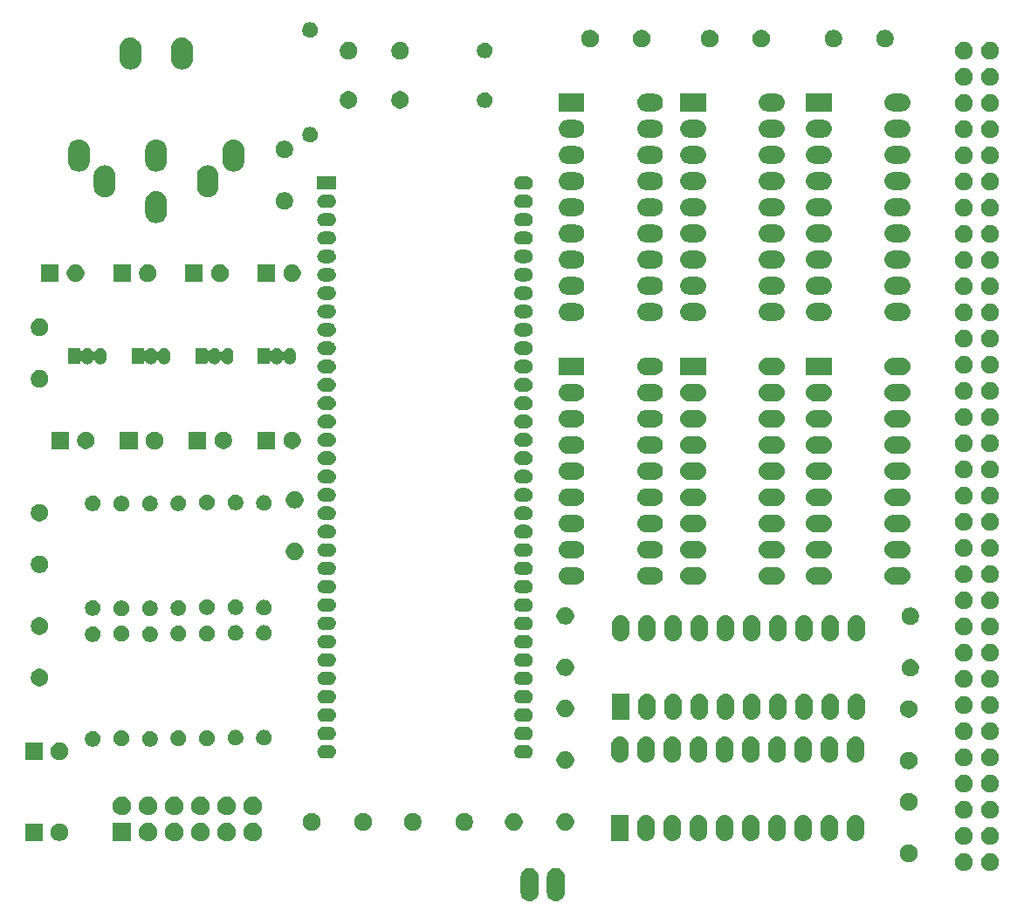
<source format=gbr>
G04 #@! TF.GenerationSoftware,KiCad,Pcbnew,(5.1.5-0-10_14)*
G04 #@! TF.CreationDate,2020-08-13T18:14:00+01:00*
G04 #@! TF.ProjectId,v9958video,76393935-3876-4696-9465-6f2e6b696361,rev?*
G04 #@! TF.SameCoordinates,Original*
G04 #@! TF.FileFunction,Soldermask,Bot*
G04 #@! TF.FilePolarity,Negative*
%FSLAX46Y46*%
G04 Gerber Fmt 4.6, Leading zero omitted, Abs format (unit mm)*
G04 Created by KiCad (PCBNEW (5.1.5-0-10_14)) date 2020-08-13 18:14:00*
%MOMM*%
%LPD*%
G04 APERTURE LIST*
%ADD10C,0.100000*%
G04 APERTURE END LIST*
D10*
G36*
X161699294Y-114486896D02*
G01*
X161819726Y-114523429D01*
X161862087Y-114536279D01*
X162012107Y-114616466D01*
X162012110Y-114616468D01*
X162012111Y-114616469D01*
X162143612Y-114724388D01*
X162251531Y-114855888D01*
X162251533Y-114855892D01*
X162251534Y-114855893D01*
X162331721Y-115005913D01*
X162331722Y-115005916D01*
X162381104Y-115168705D01*
X162393600Y-115295580D01*
X162393600Y-116904420D01*
X162381104Y-117031295D01*
X162331722Y-117194084D01*
X162331721Y-117194087D01*
X162251534Y-117344107D01*
X162251531Y-117344112D01*
X162143612Y-117475612D01*
X162012112Y-117583531D01*
X162012108Y-117583533D01*
X162012107Y-117583534D01*
X161862087Y-117663721D01*
X161862084Y-117663722D01*
X161699295Y-117713104D01*
X161530000Y-117729778D01*
X161360706Y-117713104D01*
X161197917Y-117663722D01*
X161197914Y-117663721D01*
X161047894Y-117583534D01*
X161047893Y-117583533D01*
X161047889Y-117583531D01*
X160916389Y-117475612D01*
X160808470Y-117344112D01*
X160808467Y-117344107D01*
X160728280Y-117194087D01*
X160728279Y-117194084D01*
X160678897Y-117031295D01*
X160666401Y-116904420D01*
X160666400Y-115295581D01*
X160678896Y-115168706D01*
X160728278Y-115005917D01*
X160728279Y-115005913D01*
X160808466Y-114855893D01*
X160808470Y-114855888D01*
X160916388Y-114724388D01*
X161047888Y-114616469D01*
X161047892Y-114616467D01*
X161047893Y-114616466D01*
X161197913Y-114536279D01*
X161197916Y-114536278D01*
X161360705Y-114486896D01*
X161530000Y-114470222D01*
X161699294Y-114486896D01*
G37*
G36*
X164239294Y-114486896D02*
G01*
X164359726Y-114523429D01*
X164402087Y-114536279D01*
X164552107Y-114616466D01*
X164552110Y-114616468D01*
X164552111Y-114616469D01*
X164683612Y-114724388D01*
X164791531Y-114855888D01*
X164791533Y-114855892D01*
X164791534Y-114855893D01*
X164871721Y-115005913D01*
X164871722Y-115005916D01*
X164921104Y-115168705D01*
X164933600Y-115295580D01*
X164933600Y-116904420D01*
X164921104Y-117031295D01*
X164871722Y-117194084D01*
X164871721Y-117194087D01*
X164791534Y-117344107D01*
X164791531Y-117344112D01*
X164683612Y-117475612D01*
X164552112Y-117583531D01*
X164552108Y-117583533D01*
X164552107Y-117583534D01*
X164402087Y-117663721D01*
X164402084Y-117663722D01*
X164239295Y-117713104D01*
X164070000Y-117729778D01*
X163900706Y-117713104D01*
X163737917Y-117663722D01*
X163737914Y-117663721D01*
X163587894Y-117583534D01*
X163587893Y-117583533D01*
X163587889Y-117583531D01*
X163456389Y-117475612D01*
X163348470Y-117344112D01*
X163348467Y-117344107D01*
X163268280Y-117194087D01*
X163268279Y-117194084D01*
X163218897Y-117031295D01*
X163206401Y-116904420D01*
X163206400Y-115295581D01*
X163218896Y-115168706D01*
X163268278Y-115005917D01*
X163268279Y-115005913D01*
X163348466Y-114855893D01*
X163348470Y-114855888D01*
X163456388Y-114724388D01*
X163587888Y-114616469D01*
X163587892Y-114616467D01*
X163587893Y-114616466D01*
X163737913Y-114536279D01*
X163737916Y-114536278D01*
X163900705Y-114486896D01*
X164070000Y-114470222D01*
X164239294Y-114486896D01*
G37*
G36*
X206441903Y-113089587D02*
G01*
X206599068Y-113154687D01*
X206740513Y-113249198D01*
X206860802Y-113369487D01*
X206955313Y-113510932D01*
X207020413Y-113668097D01*
X207053600Y-113834943D01*
X207053600Y-114005057D01*
X207020413Y-114171903D01*
X206955313Y-114329068D01*
X206860802Y-114470513D01*
X206740513Y-114590802D01*
X206599068Y-114685313D01*
X206441903Y-114750413D01*
X206275057Y-114783600D01*
X206104943Y-114783600D01*
X205938097Y-114750413D01*
X205780932Y-114685313D01*
X205639487Y-114590802D01*
X205519198Y-114470513D01*
X205424687Y-114329068D01*
X205359587Y-114171903D01*
X205326400Y-114005057D01*
X205326400Y-113834943D01*
X205359587Y-113668097D01*
X205424687Y-113510932D01*
X205519198Y-113369487D01*
X205639487Y-113249198D01*
X205780932Y-113154687D01*
X205938097Y-113089587D01*
X206104943Y-113056400D01*
X206275057Y-113056400D01*
X206441903Y-113089587D01*
G37*
G36*
X203901903Y-113089587D02*
G01*
X204059068Y-113154687D01*
X204200513Y-113249198D01*
X204320802Y-113369487D01*
X204415313Y-113510932D01*
X204480413Y-113668097D01*
X204513600Y-113834943D01*
X204513600Y-114005057D01*
X204480413Y-114171903D01*
X204415313Y-114329068D01*
X204320802Y-114470513D01*
X204200513Y-114590802D01*
X204059068Y-114685313D01*
X203901903Y-114750413D01*
X203735057Y-114783600D01*
X203564943Y-114783600D01*
X203398097Y-114750413D01*
X203240932Y-114685313D01*
X203099487Y-114590802D01*
X202979198Y-114470513D01*
X202884687Y-114329068D01*
X202819587Y-114171903D01*
X202786400Y-114005057D01*
X202786400Y-113834943D01*
X202819587Y-113668097D01*
X202884687Y-113510932D01*
X202979198Y-113369487D01*
X203099487Y-113249198D01*
X203240932Y-113154687D01*
X203398097Y-113089587D01*
X203564943Y-113056400D01*
X203735057Y-113056400D01*
X203901903Y-113089587D01*
G37*
G36*
X198548228Y-112231703D02*
G01*
X198703100Y-112295853D01*
X198842481Y-112388985D01*
X198961015Y-112507519D01*
X199054147Y-112646900D01*
X199118297Y-112801772D01*
X199151000Y-112966184D01*
X199151000Y-113133816D01*
X199118297Y-113298228D01*
X199054147Y-113453100D01*
X198961015Y-113592481D01*
X198842481Y-113711015D01*
X198703100Y-113804147D01*
X198548228Y-113868297D01*
X198383816Y-113901000D01*
X198216184Y-113901000D01*
X198051772Y-113868297D01*
X197896900Y-113804147D01*
X197757519Y-113711015D01*
X197638985Y-113592481D01*
X197545853Y-113453100D01*
X197481703Y-113298228D01*
X197449000Y-113133816D01*
X197449000Y-112966184D01*
X197481703Y-112801772D01*
X197545853Y-112646900D01*
X197638985Y-112507519D01*
X197757519Y-112388985D01*
X197896900Y-112295853D01*
X198051772Y-112231703D01*
X198216184Y-112199000D01*
X198383816Y-112199000D01*
X198548228Y-112231703D01*
G37*
G36*
X203901903Y-110549587D02*
G01*
X204059068Y-110614687D01*
X204200513Y-110709198D01*
X204320802Y-110829487D01*
X204415313Y-110970932D01*
X204480413Y-111128097D01*
X204513600Y-111294943D01*
X204513600Y-111465057D01*
X204480413Y-111631903D01*
X204415313Y-111789068D01*
X204320802Y-111930513D01*
X204200513Y-112050802D01*
X204059068Y-112145313D01*
X203901903Y-112210413D01*
X203735057Y-112243600D01*
X203564943Y-112243600D01*
X203398097Y-112210413D01*
X203240932Y-112145313D01*
X203099487Y-112050802D01*
X202979198Y-111930513D01*
X202884687Y-111789068D01*
X202819587Y-111631903D01*
X202786400Y-111465057D01*
X202786400Y-111294943D01*
X202819587Y-111128097D01*
X202884687Y-110970932D01*
X202979198Y-110829487D01*
X203099487Y-110709198D01*
X203240932Y-110614687D01*
X203398097Y-110549587D01*
X203564943Y-110516400D01*
X203735057Y-110516400D01*
X203901903Y-110549587D01*
G37*
G36*
X206441903Y-110549587D02*
G01*
X206599068Y-110614687D01*
X206740513Y-110709198D01*
X206860802Y-110829487D01*
X206955313Y-110970932D01*
X207020413Y-111128097D01*
X207053600Y-111294943D01*
X207053600Y-111465057D01*
X207020413Y-111631903D01*
X206955313Y-111789068D01*
X206860802Y-111930513D01*
X206740513Y-112050802D01*
X206599068Y-112145313D01*
X206441903Y-112210413D01*
X206275057Y-112243600D01*
X206104943Y-112243600D01*
X205938097Y-112210413D01*
X205780932Y-112145313D01*
X205639487Y-112050802D01*
X205519198Y-111930513D01*
X205424687Y-111789068D01*
X205359587Y-111631903D01*
X205326400Y-111465057D01*
X205326400Y-111294943D01*
X205359587Y-111128097D01*
X205424687Y-110970932D01*
X205519198Y-110829487D01*
X205639487Y-110709198D01*
X205780932Y-110614687D01*
X205938097Y-110549587D01*
X206104943Y-110516400D01*
X206275057Y-110516400D01*
X206441903Y-110549587D01*
G37*
G36*
X122901000Y-111901000D02*
G01*
X121099000Y-111901000D01*
X121099000Y-110099000D01*
X122901000Y-110099000D01*
X122901000Y-111901000D01*
G37*
G36*
X129733512Y-110103927D02*
G01*
X129882812Y-110133624D01*
X130046784Y-110201544D01*
X130194354Y-110300147D01*
X130319853Y-110425646D01*
X130418456Y-110573216D01*
X130486376Y-110737188D01*
X130521000Y-110911259D01*
X130521000Y-111088741D01*
X130486376Y-111262812D01*
X130418456Y-111426784D01*
X130319853Y-111574354D01*
X130194354Y-111699853D01*
X130046784Y-111798456D01*
X129882812Y-111866376D01*
X129733512Y-111896073D01*
X129708742Y-111901000D01*
X129531258Y-111901000D01*
X129506488Y-111896073D01*
X129357188Y-111866376D01*
X129193216Y-111798456D01*
X129045646Y-111699853D01*
X128920147Y-111574354D01*
X128821544Y-111426784D01*
X128753624Y-111262812D01*
X128719000Y-111088741D01*
X128719000Y-110911259D01*
X128753624Y-110737188D01*
X128821544Y-110573216D01*
X128920147Y-110425646D01*
X129045646Y-110300147D01*
X129193216Y-110201544D01*
X129357188Y-110133624D01*
X129506488Y-110103927D01*
X129531258Y-110099000D01*
X129708742Y-110099000D01*
X129733512Y-110103927D01*
G37*
G36*
X132273512Y-110103927D02*
G01*
X132422812Y-110133624D01*
X132586784Y-110201544D01*
X132734354Y-110300147D01*
X132859853Y-110425646D01*
X132958456Y-110573216D01*
X133026376Y-110737188D01*
X133061000Y-110911259D01*
X133061000Y-111088741D01*
X133026376Y-111262812D01*
X132958456Y-111426784D01*
X132859853Y-111574354D01*
X132734354Y-111699853D01*
X132586784Y-111798456D01*
X132422812Y-111866376D01*
X132273512Y-111896073D01*
X132248742Y-111901000D01*
X132071258Y-111901000D01*
X132046488Y-111896073D01*
X131897188Y-111866376D01*
X131733216Y-111798456D01*
X131585646Y-111699853D01*
X131460147Y-111574354D01*
X131361544Y-111426784D01*
X131293624Y-111262812D01*
X131259000Y-111088741D01*
X131259000Y-110911259D01*
X131293624Y-110737188D01*
X131361544Y-110573216D01*
X131460147Y-110425646D01*
X131585646Y-110300147D01*
X131733216Y-110201544D01*
X131897188Y-110133624D01*
X132046488Y-110103927D01*
X132071258Y-110099000D01*
X132248742Y-110099000D01*
X132273512Y-110103927D01*
G37*
G36*
X127193512Y-110103927D02*
G01*
X127342812Y-110133624D01*
X127506784Y-110201544D01*
X127654354Y-110300147D01*
X127779853Y-110425646D01*
X127878456Y-110573216D01*
X127946376Y-110737188D01*
X127981000Y-110911259D01*
X127981000Y-111088741D01*
X127946376Y-111262812D01*
X127878456Y-111426784D01*
X127779853Y-111574354D01*
X127654354Y-111699853D01*
X127506784Y-111798456D01*
X127342812Y-111866376D01*
X127193512Y-111896073D01*
X127168742Y-111901000D01*
X126991258Y-111901000D01*
X126966488Y-111896073D01*
X126817188Y-111866376D01*
X126653216Y-111798456D01*
X126505646Y-111699853D01*
X126380147Y-111574354D01*
X126281544Y-111426784D01*
X126213624Y-111262812D01*
X126179000Y-111088741D01*
X126179000Y-110911259D01*
X126213624Y-110737188D01*
X126281544Y-110573216D01*
X126380147Y-110425646D01*
X126505646Y-110300147D01*
X126653216Y-110201544D01*
X126817188Y-110133624D01*
X126966488Y-110103927D01*
X126991258Y-110099000D01*
X127168742Y-110099000D01*
X127193512Y-110103927D01*
G37*
G36*
X134813512Y-110103927D02*
G01*
X134962812Y-110133624D01*
X135126784Y-110201544D01*
X135274354Y-110300147D01*
X135399853Y-110425646D01*
X135498456Y-110573216D01*
X135566376Y-110737188D01*
X135601000Y-110911259D01*
X135601000Y-111088741D01*
X135566376Y-111262812D01*
X135498456Y-111426784D01*
X135399853Y-111574354D01*
X135274354Y-111699853D01*
X135126784Y-111798456D01*
X134962812Y-111866376D01*
X134813512Y-111896073D01*
X134788742Y-111901000D01*
X134611258Y-111901000D01*
X134586488Y-111896073D01*
X134437188Y-111866376D01*
X134273216Y-111798456D01*
X134125646Y-111699853D01*
X134000147Y-111574354D01*
X133901544Y-111426784D01*
X133833624Y-111262812D01*
X133799000Y-111088741D01*
X133799000Y-110911259D01*
X133833624Y-110737188D01*
X133901544Y-110573216D01*
X134000147Y-110425646D01*
X134125646Y-110300147D01*
X134273216Y-110201544D01*
X134437188Y-110133624D01*
X134586488Y-110103927D01*
X134611258Y-110099000D01*
X134788742Y-110099000D01*
X134813512Y-110103927D01*
G37*
G36*
X124653512Y-110103927D02*
G01*
X124802812Y-110133624D01*
X124966784Y-110201544D01*
X125114354Y-110300147D01*
X125239853Y-110425646D01*
X125338456Y-110573216D01*
X125406376Y-110737188D01*
X125441000Y-110911259D01*
X125441000Y-111088741D01*
X125406376Y-111262812D01*
X125338456Y-111426784D01*
X125239853Y-111574354D01*
X125114354Y-111699853D01*
X124966784Y-111798456D01*
X124802812Y-111866376D01*
X124653512Y-111896073D01*
X124628742Y-111901000D01*
X124451258Y-111901000D01*
X124426488Y-111896073D01*
X124277188Y-111866376D01*
X124113216Y-111798456D01*
X123965646Y-111699853D01*
X123840147Y-111574354D01*
X123741544Y-111426784D01*
X123673624Y-111262812D01*
X123639000Y-111088741D01*
X123639000Y-110911259D01*
X123673624Y-110737188D01*
X123741544Y-110573216D01*
X123840147Y-110425646D01*
X123965646Y-110300147D01*
X124113216Y-110201544D01*
X124277188Y-110133624D01*
X124426488Y-110103927D01*
X124451258Y-110099000D01*
X124628742Y-110099000D01*
X124653512Y-110103927D01*
G37*
G36*
X114291000Y-111861000D02*
G01*
X112589000Y-111861000D01*
X112589000Y-110159000D01*
X114291000Y-110159000D01*
X114291000Y-111861000D01*
G37*
G36*
X116188228Y-110191703D02*
G01*
X116343100Y-110255853D01*
X116482481Y-110348985D01*
X116601015Y-110467519D01*
X116694147Y-110606900D01*
X116758297Y-110761772D01*
X116791000Y-110926184D01*
X116791000Y-111093816D01*
X116758297Y-111258228D01*
X116694147Y-111413100D01*
X116601015Y-111552481D01*
X116482481Y-111671015D01*
X116343100Y-111764147D01*
X116188228Y-111828297D01*
X116023816Y-111861000D01*
X115856184Y-111861000D01*
X115691772Y-111828297D01*
X115536900Y-111764147D01*
X115397519Y-111671015D01*
X115278985Y-111552481D01*
X115185853Y-111413100D01*
X115121703Y-111258228D01*
X115089000Y-111093816D01*
X115089000Y-110926184D01*
X115121703Y-110761772D01*
X115185853Y-110606900D01*
X115278985Y-110467519D01*
X115397519Y-110348985D01*
X115536900Y-110255853D01*
X115691772Y-110191703D01*
X115856184Y-110159000D01*
X116023816Y-110159000D01*
X116188228Y-110191703D01*
G37*
G36*
X193326822Y-109361313D02*
G01*
X193487241Y-109409976D01*
X193635077Y-109488995D01*
X193764659Y-109595341D01*
X193871004Y-109724922D01*
X193871005Y-109724924D01*
X193950024Y-109872758D01*
X193998687Y-110033177D01*
X194011000Y-110158196D01*
X194011000Y-111041803D01*
X193998687Y-111166822D01*
X193950024Y-111327242D01*
X193879114Y-111459906D01*
X193871004Y-111475078D01*
X193764659Y-111604659D01*
X193635078Y-111711004D01*
X193635076Y-111711005D01*
X193487242Y-111790024D01*
X193326823Y-111838687D01*
X193160000Y-111855117D01*
X192993178Y-111838687D01*
X192832759Y-111790024D01*
X192684925Y-111711005D01*
X192684923Y-111711004D01*
X192555342Y-111604659D01*
X192448997Y-111475078D01*
X192440887Y-111459906D01*
X192369977Y-111327242D01*
X192321314Y-111166823D01*
X192309000Y-111041803D01*
X192309000Y-110158197D01*
X192321313Y-110033178D01*
X192369976Y-109872759D01*
X192448995Y-109724923D01*
X192555341Y-109595341D01*
X192684922Y-109488996D01*
X192743810Y-109457520D01*
X192832758Y-109409976D01*
X192993177Y-109361313D01*
X193160000Y-109344883D01*
X193326822Y-109361313D01*
G37*
G36*
X190786822Y-109361313D02*
G01*
X190947241Y-109409976D01*
X191095077Y-109488995D01*
X191224659Y-109595341D01*
X191331004Y-109724922D01*
X191331005Y-109724924D01*
X191410024Y-109872758D01*
X191458687Y-110033177D01*
X191471000Y-110158196D01*
X191471000Y-111041803D01*
X191458687Y-111166822D01*
X191410024Y-111327242D01*
X191339114Y-111459906D01*
X191331004Y-111475078D01*
X191224659Y-111604659D01*
X191095078Y-111711004D01*
X191095076Y-111711005D01*
X190947242Y-111790024D01*
X190786823Y-111838687D01*
X190620000Y-111855117D01*
X190453178Y-111838687D01*
X190292759Y-111790024D01*
X190144925Y-111711005D01*
X190144923Y-111711004D01*
X190015342Y-111604659D01*
X189908997Y-111475078D01*
X189900887Y-111459906D01*
X189829977Y-111327242D01*
X189781314Y-111166823D01*
X189769000Y-111041803D01*
X189769000Y-110158197D01*
X189781313Y-110033178D01*
X189829976Y-109872759D01*
X189908995Y-109724923D01*
X190015341Y-109595341D01*
X190144922Y-109488996D01*
X190203810Y-109457520D01*
X190292758Y-109409976D01*
X190453177Y-109361313D01*
X190620000Y-109344883D01*
X190786822Y-109361313D01*
G37*
G36*
X173006822Y-109361313D02*
G01*
X173167241Y-109409976D01*
X173315077Y-109488995D01*
X173444659Y-109595341D01*
X173551004Y-109724922D01*
X173551005Y-109724924D01*
X173630024Y-109872758D01*
X173678687Y-110033177D01*
X173691000Y-110158196D01*
X173691000Y-111041803D01*
X173678687Y-111166822D01*
X173630024Y-111327242D01*
X173559114Y-111459906D01*
X173551004Y-111475078D01*
X173444659Y-111604659D01*
X173315078Y-111711004D01*
X173315076Y-111711005D01*
X173167242Y-111790024D01*
X173006823Y-111838687D01*
X172840000Y-111855117D01*
X172673178Y-111838687D01*
X172512759Y-111790024D01*
X172364925Y-111711005D01*
X172364923Y-111711004D01*
X172235342Y-111604659D01*
X172128997Y-111475078D01*
X172120887Y-111459906D01*
X172049977Y-111327242D01*
X172001314Y-111166823D01*
X171989000Y-111041803D01*
X171989000Y-110158197D01*
X172001313Y-110033178D01*
X172049976Y-109872759D01*
X172128995Y-109724923D01*
X172235341Y-109595341D01*
X172364922Y-109488996D01*
X172423810Y-109457520D01*
X172512758Y-109409976D01*
X172673177Y-109361313D01*
X172840000Y-109344883D01*
X173006822Y-109361313D01*
G37*
G36*
X185706822Y-109361313D02*
G01*
X185867241Y-109409976D01*
X186015077Y-109488995D01*
X186144659Y-109595341D01*
X186251004Y-109724922D01*
X186251005Y-109724924D01*
X186330024Y-109872758D01*
X186378687Y-110033177D01*
X186391000Y-110158196D01*
X186391000Y-111041803D01*
X186378687Y-111166822D01*
X186330024Y-111327242D01*
X186259114Y-111459906D01*
X186251004Y-111475078D01*
X186144659Y-111604659D01*
X186015078Y-111711004D01*
X186015076Y-111711005D01*
X185867242Y-111790024D01*
X185706823Y-111838687D01*
X185540000Y-111855117D01*
X185373178Y-111838687D01*
X185212759Y-111790024D01*
X185064925Y-111711005D01*
X185064923Y-111711004D01*
X184935342Y-111604659D01*
X184828997Y-111475078D01*
X184820887Y-111459906D01*
X184749977Y-111327242D01*
X184701314Y-111166823D01*
X184689000Y-111041803D01*
X184689000Y-110158197D01*
X184701313Y-110033178D01*
X184749976Y-109872759D01*
X184828995Y-109724923D01*
X184935341Y-109595341D01*
X185064922Y-109488996D01*
X185123810Y-109457520D01*
X185212758Y-109409976D01*
X185373177Y-109361313D01*
X185540000Y-109344883D01*
X185706822Y-109361313D01*
G37*
G36*
X183166822Y-109361313D02*
G01*
X183327241Y-109409976D01*
X183475077Y-109488995D01*
X183604659Y-109595341D01*
X183711004Y-109724922D01*
X183711005Y-109724924D01*
X183790024Y-109872758D01*
X183838687Y-110033177D01*
X183851000Y-110158196D01*
X183851000Y-111041803D01*
X183838687Y-111166822D01*
X183790024Y-111327242D01*
X183719114Y-111459906D01*
X183711004Y-111475078D01*
X183604659Y-111604659D01*
X183475078Y-111711004D01*
X183475076Y-111711005D01*
X183327242Y-111790024D01*
X183166823Y-111838687D01*
X183000000Y-111855117D01*
X182833178Y-111838687D01*
X182672759Y-111790024D01*
X182524925Y-111711005D01*
X182524923Y-111711004D01*
X182395342Y-111604659D01*
X182288997Y-111475078D01*
X182280887Y-111459906D01*
X182209977Y-111327242D01*
X182161314Y-111166823D01*
X182149000Y-111041803D01*
X182149000Y-110158197D01*
X182161313Y-110033178D01*
X182209976Y-109872759D01*
X182288995Y-109724923D01*
X182395341Y-109595341D01*
X182524922Y-109488996D01*
X182583810Y-109457520D01*
X182672758Y-109409976D01*
X182833177Y-109361313D01*
X183000000Y-109344883D01*
X183166822Y-109361313D01*
G37*
G36*
X180626822Y-109361313D02*
G01*
X180787241Y-109409976D01*
X180935077Y-109488995D01*
X181064659Y-109595341D01*
X181171004Y-109724922D01*
X181171005Y-109724924D01*
X181250024Y-109872758D01*
X181298687Y-110033177D01*
X181311000Y-110158196D01*
X181311000Y-111041803D01*
X181298687Y-111166822D01*
X181250024Y-111327242D01*
X181179114Y-111459906D01*
X181171004Y-111475078D01*
X181064659Y-111604659D01*
X180935078Y-111711004D01*
X180935076Y-111711005D01*
X180787242Y-111790024D01*
X180626823Y-111838687D01*
X180460000Y-111855117D01*
X180293178Y-111838687D01*
X180132759Y-111790024D01*
X179984925Y-111711005D01*
X179984923Y-111711004D01*
X179855342Y-111604659D01*
X179748997Y-111475078D01*
X179740887Y-111459906D01*
X179669977Y-111327242D01*
X179621314Y-111166823D01*
X179609000Y-111041803D01*
X179609000Y-110158197D01*
X179621313Y-110033178D01*
X179669976Y-109872759D01*
X179748995Y-109724923D01*
X179855341Y-109595341D01*
X179984922Y-109488996D01*
X180043810Y-109457520D01*
X180132758Y-109409976D01*
X180293177Y-109361313D01*
X180460000Y-109344883D01*
X180626822Y-109361313D01*
G37*
G36*
X178086822Y-109361313D02*
G01*
X178247241Y-109409976D01*
X178395077Y-109488995D01*
X178524659Y-109595341D01*
X178631004Y-109724922D01*
X178631005Y-109724924D01*
X178710024Y-109872758D01*
X178758687Y-110033177D01*
X178771000Y-110158196D01*
X178771000Y-111041803D01*
X178758687Y-111166822D01*
X178710024Y-111327242D01*
X178639114Y-111459906D01*
X178631004Y-111475078D01*
X178524659Y-111604659D01*
X178395078Y-111711004D01*
X178395076Y-111711005D01*
X178247242Y-111790024D01*
X178086823Y-111838687D01*
X177920000Y-111855117D01*
X177753178Y-111838687D01*
X177592759Y-111790024D01*
X177444925Y-111711005D01*
X177444923Y-111711004D01*
X177315342Y-111604659D01*
X177208997Y-111475078D01*
X177200887Y-111459906D01*
X177129977Y-111327242D01*
X177081314Y-111166823D01*
X177069000Y-111041803D01*
X177069000Y-110158197D01*
X177081313Y-110033178D01*
X177129976Y-109872759D01*
X177208995Y-109724923D01*
X177315341Y-109595341D01*
X177444922Y-109488996D01*
X177503810Y-109457520D01*
X177592758Y-109409976D01*
X177753177Y-109361313D01*
X177920000Y-109344883D01*
X178086822Y-109361313D01*
G37*
G36*
X175546822Y-109361313D02*
G01*
X175707241Y-109409976D01*
X175855077Y-109488995D01*
X175984659Y-109595341D01*
X176091004Y-109724922D01*
X176091005Y-109724924D01*
X176170024Y-109872758D01*
X176218687Y-110033177D01*
X176231000Y-110158196D01*
X176231000Y-111041803D01*
X176218687Y-111166822D01*
X176170024Y-111327242D01*
X176099114Y-111459906D01*
X176091004Y-111475078D01*
X175984659Y-111604659D01*
X175855078Y-111711004D01*
X175855076Y-111711005D01*
X175707242Y-111790024D01*
X175546823Y-111838687D01*
X175380000Y-111855117D01*
X175213178Y-111838687D01*
X175052759Y-111790024D01*
X174904925Y-111711005D01*
X174904923Y-111711004D01*
X174775342Y-111604659D01*
X174668997Y-111475078D01*
X174660887Y-111459906D01*
X174589977Y-111327242D01*
X174541314Y-111166823D01*
X174529000Y-111041803D01*
X174529000Y-110158197D01*
X174541313Y-110033178D01*
X174589976Y-109872759D01*
X174668995Y-109724923D01*
X174775341Y-109595341D01*
X174904922Y-109488996D01*
X174963810Y-109457520D01*
X175052758Y-109409976D01*
X175213177Y-109361313D01*
X175380000Y-109344883D01*
X175546822Y-109361313D01*
G37*
G36*
X188246822Y-109361313D02*
G01*
X188407241Y-109409976D01*
X188555077Y-109488995D01*
X188684659Y-109595341D01*
X188791004Y-109724922D01*
X188791005Y-109724924D01*
X188870024Y-109872758D01*
X188918687Y-110033177D01*
X188931000Y-110158196D01*
X188931000Y-111041803D01*
X188918687Y-111166822D01*
X188870024Y-111327242D01*
X188799114Y-111459906D01*
X188791004Y-111475078D01*
X188684659Y-111604659D01*
X188555078Y-111711004D01*
X188555076Y-111711005D01*
X188407242Y-111790024D01*
X188246823Y-111838687D01*
X188080000Y-111855117D01*
X187913178Y-111838687D01*
X187752759Y-111790024D01*
X187604925Y-111711005D01*
X187604923Y-111711004D01*
X187475342Y-111604659D01*
X187368997Y-111475078D01*
X187360887Y-111459906D01*
X187289977Y-111327242D01*
X187241314Y-111166823D01*
X187229000Y-111041803D01*
X187229000Y-110158197D01*
X187241313Y-110033178D01*
X187289976Y-109872759D01*
X187368995Y-109724923D01*
X187475341Y-109595341D01*
X187604922Y-109488996D01*
X187663810Y-109457520D01*
X187752758Y-109409976D01*
X187913177Y-109361313D01*
X188080000Y-109344883D01*
X188246822Y-109361313D01*
G37*
G36*
X171151000Y-111851000D02*
G01*
X169449000Y-111851000D01*
X169449000Y-109349000D01*
X171151000Y-109349000D01*
X171151000Y-111851000D01*
G37*
G36*
X160248228Y-109181703D02*
G01*
X160403100Y-109245853D01*
X160542481Y-109338985D01*
X160661015Y-109457519D01*
X160754147Y-109596900D01*
X160818297Y-109751772D01*
X160851000Y-109916184D01*
X160851000Y-110083816D01*
X160818297Y-110248228D01*
X160754147Y-110403100D01*
X160661015Y-110542481D01*
X160542481Y-110661015D01*
X160403100Y-110754147D01*
X160248228Y-110818297D01*
X160083816Y-110851000D01*
X159916184Y-110851000D01*
X159751772Y-110818297D01*
X159596900Y-110754147D01*
X159457519Y-110661015D01*
X159338985Y-110542481D01*
X159245853Y-110403100D01*
X159181703Y-110248228D01*
X159149000Y-110083816D01*
X159149000Y-109916184D01*
X159181703Y-109751772D01*
X159245853Y-109596900D01*
X159338985Y-109457519D01*
X159457519Y-109338985D01*
X159596900Y-109245853D01*
X159751772Y-109181703D01*
X159916184Y-109149000D01*
X160083816Y-109149000D01*
X160248228Y-109181703D01*
G37*
G36*
X155448228Y-109181703D02*
G01*
X155603100Y-109245853D01*
X155742481Y-109338985D01*
X155861015Y-109457519D01*
X155954147Y-109596900D01*
X156018297Y-109751772D01*
X156051000Y-109916184D01*
X156051000Y-110083816D01*
X156018297Y-110248228D01*
X155954147Y-110403100D01*
X155861015Y-110542481D01*
X155742481Y-110661015D01*
X155603100Y-110754147D01*
X155448228Y-110818297D01*
X155283816Y-110851000D01*
X155116184Y-110851000D01*
X154951772Y-110818297D01*
X154796900Y-110754147D01*
X154657519Y-110661015D01*
X154538985Y-110542481D01*
X154445853Y-110403100D01*
X154381703Y-110248228D01*
X154349000Y-110083816D01*
X154349000Y-109916184D01*
X154381703Y-109751772D01*
X154445853Y-109596900D01*
X154538985Y-109457519D01*
X154657519Y-109338985D01*
X154796900Y-109245853D01*
X154951772Y-109181703D01*
X155116184Y-109149000D01*
X155283816Y-109149000D01*
X155448228Y-109181703D01*
G37*
G36*
X150448228Y-109181703D02*
G01*
X150603100Y-109245853D01*
X150742481Y-109338985D01*
X150861015Y-109457519D01*
X150954147Y-109596900D01*
X151018297Y-109751772D01*
X151051000Y-109916184D01*
X151051000Y-110083816D01*
X151018297Y-110248228D01*
X150954147Y-110403100D01*
X150861015Y-110542481D01*
X150742481Y-110661015D01*
X150603100Y-110754147D01*
X150448228Y-110818297D01*
X150283816Y-110851000D01*
X150116184Y-110851000D01*
X149951772Y-110818297D01*
X149796900Y-110754147D01*
X149657519Y-110661015D01*
X149538985Y-110542481D01*
X149445853Y-110403100D01*
X149381703Y-110248228D01*
X149349000Y-110083816D01*
X149349000Y-109916184D01*
X149381703Y-109751772D01*
X149445853Y-109596900D01*
X149538985Y-109457519D01*
X149657519Y-109338985D01*
X149796900Y-109245853D01*
X149951772Y-109181703D01*
X150116184Y-109149000D01*
X150283816Y-109149000D01*
X150448228Y-109181703D01*
G37*
G36*
X140648228Y-109181703D02*
G01*
X140803100Y-109245853D01*
X140942481Y-109338985D01*
X141061015Y-109457519D01*
X141154147Y-109596900D01*
X141218297Y-109751772D01*
X141251000Y-109916184D01*
X141251000Y-110083816D01*
X141218297Y-110248228D01*
X141154147Y-110403100D01*
X141061015Y-110542481D01*
X140942481Y-110661015D01*
X140803100Y-110754147D01*
X140648228Y-110818297D01*
X140483816Y-110851000D01*
X140316184Y-110851000D01*
X140151772Y-110818297D01*
X139996900Y-110754147D01*
X139857519Y-110661015D01*
X139738985Y-110542481D01*
X139645853Y-110403100D01*
X139581703Y-110248228D01*
X139549000Y-110083816D01*
X139549000Y-109916184D01*
X139581703Y-109751772D01*
X139645853Y-109596900D01*
X139738985Y-109457519D01*
X139857519Y-109338985D01*
X139996900Y-109245853D01*
X140151772Y-109181703D01*
X140316184Y-109149000D01*
X140483816Y-109149000D01*
X140648228Y-109181703D01*
G37*
G36*
X145648228Y-109181703D02*
G01*
X145803100Y-109245853D01*
X145942481Y-109338985D01*
X146061015Y-109457519D01*
X146154147Y-109596900D01*
X146218297Y-109751772D01*
X146251000Y-109916184D01*
X146251000Y-110083816D01*
X146218297Y-110248228D01*
X146154147Y-110403100D01*
X146061015Y-110542481D01*
X145942481Y-110661015D01*
X145803100Y-110754147D01*
X145648228Y-110818297D01*
X145483816Y-110851000D01*
X145316184Y-110851000D01*
X145151772Y-110818297D01*
X144996900Y-110754147D01*
X144857519Y-110661015D01*
X144738985Y-110542481D01*
X144645853Y-110403100D01*
X144581703Y-110248228D01*
X144549000Y-110083816D01*
X144549000Y-109916184D01*
X144581703Y-109751772D01*
X144645853Y-109596900D01*
X144738985Y-109457519D01*
X144857519Y-109338985D01*
X144996900Y-109245853D01*
X145151772Y-109181703D01*
X145316184Y-109149000D01*
X145483816Y-109149000D01*
X145648228Y-109181703D01*
G37*
G36*
X165248228Y-109181703D02*
G01*
X165403100Y-109245853D01*
X165542481Y-109338985D01*
X165661015Y-109457519D01*
X165754147Y-109596900D01*
X165818297Y-109751772D01*
X165851000Y-109916184D01*
X165851000Y-110083816D01*
X165818297Y-110248228D01*
X165754147Y-110403100D01*
X165661015Y-110542481D01*
X165542481Y-110661015D01*
X165403100Y-110754147D01*
X165248228Y-110818297D01*
X165083816Y-110851000D01*
X164916184Y-110851000D01*
X164751772Y-110818297D01*
X164596900Y-110754147D01*
X164457519Y-110661015D01*
X164338985Y-110542481D01*
X164245853Y-110403100D01*
X164181703Y-110248228D01*
X164149000Y-110083816D01*
X164149000Y-109916184D01*
X164181703Y-109751772D01*
X164245853Y-109596900D01*
X164338985Y-109457519D01*
X164457519Y-109338985D01*
X164596900Y-109245853D01*
X164751772Y-109181703D01*
X164916184Y-109149000D01*
X165083816Y-109149000D01*
X165248228Y-109181703D01*
G37*
G36*
X203901903Y-108009587D02*
G01*
X204059068Y-108074687D01*
X204200513Y-108169198D01*
X204320802Y-108289487D01*
X204415313Y-108430932D01*
X204480413Y-108588097D01*
X204513600Y-108754943D01*
X204513600Y-108925057D01*
X204480413Y-109091903D01*
X204415313Y-109249068D01*
X204320802Y-109390513D01*
X204200513Y-109510802D01*
X204059068Y-109605313D01*
X203901903Y-109670413D01*
X203735057Y-109703600D01*
X203564943Y-109703600D01*
X203398097Y-109670413D01*
X203240932Y-109605313D01*
X203099487Y-109510802D01*
X202979198Y-109390513D01*
X202884687Y-109249068D01*
X202819587Y-109091903D01*
X202786400Y-108925057D01*
X202786400Y-108754943D01*
X202819587Y-108588097D01*
X202884687Y-108430932D01*
X202979198Y-108289487D01*
X203099487Y-108169198D01*
X203240932Y-108074687D01*
X203398097Y-108009587D01*
X203564943Y-107976400D01*
X203735057Y-107976400D01*
X203901903Y-108009587D01*
G37*
G36*
X206441903Y-108009587D02*
G01*
X206599068Y-108074687D01*
X206740513Y-108169198D01*
X206860802Y-108289487D01*
X206955313Y-108430932D01*
X207020413Y-108588097D01*
X207053600Y-108754943D01*
X207053600Y-108925057D01*
X207020413Y-109091903D01*
X206955313Y-109249068D01*
X206860802Y-109390513D01*
X206740513Y-109510802D01*
X206599068Y-109605313D01*
X206441903Y-109670413D01*
X206275057Y-109703600D01*
X206104943Y-109703600D01*
X205938097Y-109670413D01*
X205780932Y-109605313D01*
X205639487Y-109510802D01*
X205519198Y-109390513D01*
X205424687Y-109249068D01*
X205359587Y-109091903D01*
X205326400Y-108925057D01*
X205326400Y-108754943D01*
X205359587Y-108588097D01*
X205424687Y-108430932D01*
X205519198Y-108289487D01*
X205639487Y-108169198D01*
X205780932Y-108074687D01*
X205938097Y-108009587D01*
X206104943Y-107976400D01*
X206275057Y-107976400D01*
X206441903Y-108009587D01*
G37*
G36*
X127193512Y-107563927D02*
G01*
X127342812Y-107593624D01*
X127506784Y-107661544D01*
X127654354Y-107760147D01*
X127779853Y-107885646D01*
X127878456Y-108033216D01*
X127946376Y-108197188D01*
X127981000Y-108371259D01*
X127981000Y-108548741D01*
X127946376Y-108722812D01*
X127878456Y-108886784D01*
X127779853Y-109034354D01*
X127654354Y-109159853D01*
X127506784Y-109258456D01*
X127342812Y-109326376D01*
X127193512Y-109356073D01*
X127168742Y-109361000D01*
X126991258Y-109361000D01*
X126966488Y-109356073D01*
X126817188Y-109326376D01*
X126653216Y-109258456D01*
X126505646Y-109159853D01*
X126380147Y-109034354D01*
X126281544Y-108886784D01*
X126213624Y-108722812D01*
X126179000Y-108548741D01*
X126179000Y-108371259D01*
X126213624Y-108197188D01*
X126281544Y-108033216D01*
X126380147Y-107885646D01*
X126505646Y-107760147D01*
X126653216Y-107661544D01*
X126817188Y-107593624D01*
X126966488Y-107563927D01*
X126991258Y-107559000D01*
X127168742Y-107559000D01*
X127193512Y-107563927D01*
G37*
G36*
X132273512Y-107563927D02*
G01*
X132422812Y-107593624D01*
X132586784Y-107661544D01*
X132734354Y-107760147D01*
X132859853Y-107885646D01*
X132958456Y-108033216D01*
X133026376Y-108197188D01*
X133061000Y-108371259D01*
X133061000Y-108548741D01*
X133026376Y-108722812D01*
X132958456Y-108886784D01*
X132859853Y-109034354D01*
X132734354Y-109159853D01*
X132586784Y-109258456D01*
X132422812Y-109326376D01*
X132273512Y-109356073D01*
X132248742Y-109361000D01*
X132071258Y-109361000D01*
X132046488Y-109356073D01*
X131897188Y-109326376D01*
X131733216Y-109258456D01*
X131585646Y-109159853D01*
X131460147Y-109034354D01*
X131361544Y-108886784D01*
X131293624Y-108722812D01*
X131259000Y-108548741D01*
X131259000Y-108371259D01*
X131293624Y-108197188D01*
X131361544Y-108033216D01*
X131460147Y-107885646D01*
X131585646Y-107760147D01*
X131733216Y-107661544D01*
X131897188Y-107593624D01*
X132046488Y-107563927D01*
X132071258Y-107559000D01*
X132248742Y-107559000D01*
X132273512Y-107563927D01*
G37*
G36*
X129733512Y-107563927D02*
G01*
X129882812Y-107593624D01*
X130046784Y-107661544D01*
X130194354Y-107760147D01*
X130319853Y-107885646D01*
X130418456Y-108033216D01*
X130486376Y-108197188D01*
X130521000Y-108371259D01*
X130521000Y-108548741D01*
X130486376Y-108722812D01*
X130418456Y-108886784D01*
X130319853Y-109034354D01*
X130194354Y-109159853D01*
X130046784Y-109258456D01*
X129882812Y-109326376D01*
X129733512Y-109356073D01*
X129708742Y-109361000D01*
X129531258Y-109361000D01*
X129506488Y-109356073D01*
X129357188Y-109326376D01*
X129193216Y-109258456D01*
X129045646Y-109159853D01*
X128920147Y-109034354D01*
X128821544Y-108886784D01*
X128753624Y-108722812D01*
X128719000Y-108548741D01*
X128719000Y-108371259D01*
X128753624Y-108197188D01*
X128821544Y-108033216D01*
X128920147Y-107885646D01*
X129045646Y-107760147D01*
X129193216Y-107661544D01*
X129357188Y-107593624D01*
X129506488Y-107563927D01*
X129531258Y-107559000D01*
X129708742Y-107559000D01*
X129733512Y-107563927D01*
G37*
G36*
X134813512Y-107563927D02*
G01*
X134962812Y-107593624D01*
X135126784Y-107661544D01*
X135274354Y-107760147D01*
X135399853Y-107885646D01*
X135498456Y-108033216D01*
X135566376Y-108197188D01*
X135601000Y-108371259D01*
X135601000Y-108548741D01*
X135566376Y-108722812D01*
X135498456Y-108886784D01*
X135399853Y-109034354D01*
X135274354Y-109159853D01*
X135126784Y-109258456D01*
X134962812Y-109326376D01*
X134813512Y-109356073D01*
X134788742Y-109361000D01*
X134611258Y-109361000D01*
X134586488Y-109356073D01*
X134437188Y-109326376D01*
X134273216Y-109258456D01*
X134125646Y-109159853D01*
X134000147Y-109034354D01*
X133901544Y-108886784D01*
X133833624Y-108722812D01*
X133799000Y-108548741D01*
X133799000Y-108371259D01*
X133833624Y-108197188D01*
X133901544Y-108033216D01*
X134000147Y-107885646D01*
X134125646Y-107760147D01*
X134273216Y-107661544D01*
X134437188Y-107593624D01*
X134586488Y-107563927D01*
X134611258Y-107559000D01*
X134788742Y-107559000D01*
X134813512Y-107563927D01*
G37*
G36*
X122113512Y-107563927D02*
G01*
X122262812Y-107593624D01*
X122426784Y-107661544D01*
X122574354Y-107760147D01*
X122699853Y-107885646D01*
X122798456Y-108033216D01*
X122866376Y-108197188D01*
X122901000Y-108371259D01*
X122901000Y-108548741D01*
X122866376Y-108722812D01*
X122798456Y-108886784D01*
X122699853Y-109034354D01*
X122574354Y-109159853D01*
X122426784Y-109258456D01*
X122262812Y-109326376D01*
X122113512Y-109356073D01*
X122088742Y-109361000D01*
X121911258Y-109361000D01*
X121886488Y-109356073D01*
X121737188Y-109326376D01*
X121573216Y-109258456D01*
X121425646Y-109159853D01*
X121300147Y-109034354D01*
X121201544Y-108886784D01*
X121133624Y-108722812D01*
X121099000Y-108548741D01*
X121099000Y-108371259D01*
X121133624Y-108197188D01*
X121201544Y-108033216D01*
X121300147Y-107885646D01*
X121425646Y-107760147D01*
X121573216Y-107661544D01*
X121737188Y-107593624D01*
X121886488Y-107563927D01*
X121911258Y-107559000D01*
X122088742Y-107559000D01*
X122113512Y-107563927D01*
G37*
G36*
X124653512Y-107563927D02*
G01*
X124802812Y-107593624D01*
X124966784Y-107661544D01*
X125114354Y-107760147D01*
X125239853Y-107885646D01*
X125338456Y-108033216D01*
X125406376Y-108197188D01*
X125441000Y-108371259D01*
X125441000Y-108548741D01*
X125406376Y-108722812D01*
X125338456Y-108886784D01*
X125239853Y-109034354D01*
X125114354Y-109159853D01*
X124966784Y-109258456D01*
X124802812Y-109326376D01*
X124653512Y-109356073D01*
X124628742Y-109361000D01*
X124451258Y-109361000D01*
X124426488Y-109356073D01*
X124277188Y-109326376D01*
X124113216Y-109258456D01*
X123965646Y-109159853D01*
X123840147Y-109034354D01*
X123741544Y-108886784D01*
X123673624Y-108722812D01*
X123639000Y-108548741D01*
X123639000Y-108371259D01*
X123673624Y-108197188D01*
X123741544Y-108033216D01*
X123840147Y-107885646D01*
X123965646Y-107760147D01*
X124113216Y-107661544D01*
X124277188Y-107593624D01*
X124426488Y-107563927D01*
X124451258Y-107559000D01*
X124628742Y-107559000D01*
X124653512Y-107563927D01*
G37*
G36*
X198548228Y-107231703D02*
G01*
X198703100Y-107295853D01*
X198842481Y-107388985D01*
X198961015Y-107507519D01*
X199054147Y-107646900D01*
X199118297Y-107801772D01*
X199151000Y-107966184D01*
X199151000Y-108133816D01*
X199118297Y-108298228D01*
X199054147Y-108453100D01*
X198961015Y-108592481D01*
X198842481Y-108711015D01*
X198703100Y-108804147D01*
X198548228Y-108868297D01*
X198383816Y-108901000D01*
X198216184Y-108901000D01*
X198051772Y-108868297D01*
X197896900Y-108804147D01*
X197757519Y-108711015D01*
X197638985Y-108592481D01*
X197545853Y-108453100D01*
X197481703Y-108298228D01*
X197449000Y-108133816D01*
X197449000Y-107966184D01*
X197481703Y-107801772D01*
X197545853Y-107646900D01*
X197638985Y-107507519D01*
X197757519Y-107388985D01*
X197896900Y-107295853D01*
X198051772Y-107231703D01*
X198216184Y-107199000D01*
X198383816Y-107199000D01*
X198548228Y-107231703D01*
G37*
G36*
X206441903Y-105469587D02*
G01*
X206599068Y-105534687D01*
X206740513Y-105629198D01*
X206860802Y-105749487D01*
X206955313Y-105890932D01*
X207020413Y-106048097D01*
X207053600Y-106214943D01*
X207053600Y-106385057D01*
X207020413Y-106551903D01*
X206955313Y-106709068D01*
X206860802Y-106850513D01*
X206740513Y-106970802D01*
X206599068Y-107065313D01*
X206441903Y-107130413D01*
X206275057Y-107163600D01*
X206104943Y-107163600D01*
X205938097Y-107130413D01*
X205780932Y-107065313D01*
X205639487Y-106970802D01*
X205519198Y-106850513D01*
X205424687Y-106709068D01*
X205359587Y-106551903D01*
X205326400Y-106385057D01*
X205326400Y-106214943D01*
X205359587Y-106048097D01*
X205424687Y-105890932D01*
X205519198Y-105749487D01*
X205639487Y-105629198D01*
X205780932Y-105534687D01*
X205938097Y-105469587D01*
X206104943Y-105436400D01*
X206275057Y-105436400D01*
X206441903Y-105469587D01*
G37*
G36*
X203901903Y-105469587D02*
G01*
X204059068Y-105534687D01*
X204200513Y-105629198D01*
X204320802Y-105749487D01*
X204415313Y-105890932D01*
X204480413Y-106048097D01*
X204513600Y-106214943D01*
X204513600Y-106385057D01*
X204480413Y-106551903D01*
X204415313Y-106709068D01*
X204320802Y-106850513D01*
X204200513Y-106970802D01*
X204059068Y-107065313D01*
X203901903Y-107130413D01*
X203735057Y-107163600D01*
X203564943Y-107163600D01*
X203398097Y-107130413D01*
X203240932Y-107065313D01*
X203099487Y-106970802D01*
X202979198Y-106850513D01*
X202884687Y-106709068D01*
X202819587Y-106551903D01*
X202786400Y-106385057D01*
X202786400Y-106214943D01*
X202819587Y-106048097D01*
X202884687Y-105890932D01*
X202979198Y-105749487D01*
X203099487Y-105629198D01*
X203240932Y-105534687D01*
X203398097Y-105469587D01*
X203564943Y-105436400D01*
X203735057Y-105436400D01*
X203901903Y-105469587D01*
G37*
G36*
X198548228Y-103231703D02*
G01*
X198703100Y-103295853D01*
X198842481Y-103388985D01*
X198961015Y-103507519D01*
X199054147Y-103646900D01*
X199118297Y-103801772D01*
X199151000Y-103966184D01*
X199151000Y-104133816D01*
X199118297Y-104298228D01*
X199054147Y-104453100D01*
X198961015Y-104592481D01*
X198842481Y-104711015D01*
X198703100Y-104804147D01*
X198548228Y-104868297D01*
X198383816Y-104901000D01*
X198216184Y-104901000D01*
X198051772Y-104868297D01*
X197896900Y-104804147D01*
X197757519Y-104711015D01*
X197638985Y-104592481D01*
X197545853Y-104453100D01*
X197481703Y-104298228D01*
X197449000Y-104133816D01*
X197449000Y-103966184D01*
X197481703Y-103801772D01*
X197545853Y-103646900D01*
X197638985Y-103507519D01*
X197757519Y-103388985D01*
X197896900Y-103295853D01*
X198051772Y-103231703D01*
X198216184Y-103199000D01*
X198383816Y-103199000D01*
X198548228Y-103231703D01*
G37*
G36*
X165248228Y-103181703D02*
G01*
X165403100Y-103245853D01*
X165542481Y-103338985D01*
X165661015Y-103457519D01*
X165754147Y-103596900D01*
X165818297Y-103751772D01*
X165851000Y-103916184D01*
X165851000Y-104083816D01*
X165818297Y-104248228D01*
X165754147Y-104403100D01*
X165661015Y-104542481D01*
X165542481Y-104661015D01*
X165403100Y-104754147D01*
X165248228Y-104818297D01*
X165083816Y-104851000D01*
X164916184Y-104851000D01*
X164751772Y-104818297D01*
X164596900Y-104754147D01*
X164457519Y-104661015D01*
X164338985Y-104542481D01*
X164245853Y-104403100D01*
X164181703Y-104248228D01*
X164149000Y-104083816D01*
X164149000Y-103916184D01*
X164181703Y-103751772D01*
X164245853Y-103596900D01*
X164338985Y-103457519D01*
X164457519Y-103338985D01*
X164596900Y-103245853D01*
X164751772Y-103181703D01*
X164916184Y-103149000D01*
X165083816Y-103149000D01*
X165248228Y-103181703D01*
G37*
G36*
X206441903Y-102929587D02*
G01*
X206599068Y-102994687D01*
X206740513Y-103089198D01*
X206860802Y-103209487D01*
X206955313Y-103350932D01*
X207020413Y-103508097D01*
X207053600Y-103674943D01*
X207053600Y-103845057D01*
X207020413Y-104011903D01*
X206955313Y-104169068D01*
X206860802Y-104310513D01*
X206740513Y-104430802D01*
X206599068Y-104525313D01*
X206441903Y-104590413D01*
X206275057Y-104623600D01*
X206104943Y-104623600D01*
X205938097Y-104590413D01*
X205780932Y-104525313D01*
X205639487Y-104430802D01*
X205519198Y-104310513D01*
X205424687Y-104169068D01*
X205359587Y-104011903D01*
X205326400Y-103845057D01*
X205326400Y-103674943D01*
X205359587Y-103508097D01*
X205424687Y-103350932D01*
X205519198Y-103209487D01*
X205639487Y-103089198D01*
X205780932Y-102994687D01*
X205938097Y-102929587D01*
X206104943Y-102896400D01*
X206275057Y-102896400D01*
X206441903Y-102929587D01*
G37*
G36*
X203901903Y-102929587D02*
G01*
X204059068Y-102994687D01*
X204200513Y-103089198D01*
X204320802Y-103209487D01*
X204415313Y-103350932D01*
X204480413Y-103508097D01*
X204513600Y-103674943D01*
X204513600Y-103845057D01*
X204480413Y-104011903D01*
X204415313Y-104169068D01*
X204320802Y-104310513D01*
X204200513Y-104430802D01*
X204059068Y-104525313D01*
X203901903Y-104590413D01*
X203735057Y-104623600D01*
X203564943Y-104623600D01*
X203398097Y-104590413D01*
X203240932Y-104525313D01*
X203099487Y-104430802D01*
X202979198Y-104310513D01*
X202884687Y-104169068D01*
X202819587Y-104011903D01*
X202786400Y-103845057D01*
X202786400Y-103674943D01*
X202819587Y-103508097D01*
X202884687Y-103350932D01*
X202979198Y-103209487D01*
X203099487Y-103089198D01*
X203240932Y-102994687D01*
X203398097Y-102929587D01*
X203564943Y-102896400D01*
X203735057Y-102896400D01*
X203901903Y-102929587D01*
G37*
G36*
X178086822Y-101741313D02*
G01*
X178247241Y-101789976D01*
X178395077Y-101868995D01*
X178499937Y-101955052D01*
X178524659Y-101975341D01*
X178631004Y-102104922D01*
X178631005Y-102104924D01*
X178710024Y-102252758D01*
X178758687Y-102413177D01*
X178771000Y-102538196D01*
X178771000Y-103421803D01*
X178758687Y-103546822D01*
X178710024Y-103707242D01*
X178654556Y-103811015D01*
X178631004Y-103855078D01*
X178524659Y-103984659D01*
X178395078Y-104091004D01*
X178395076Y-104091005D01*
X178247242Y-104170024D01*
X178086823Y-104218687D01*
X177920000Y-104235117D01*
X177753178Y-104218687D01*
X177592759Y-104170024D01*
X177444925Y-104091005D01*
X177444923Y-104091004D01*
X177315342Y-103984659D01*
X177208997Y-103855078D01*
X177185445Y-103811015D01*
X177129977Y-103707242D01*
X177081314Y-103546823D01*
X177069000Y-103421803D01*
X177069000Y-102538197D01*
X177081313Y-102413178D01*
X177129976Y-102252759D01*
X177208995Y-102104923D01*
X177315341Y-101975341D01*
X177340066Y-101955050D01*
X177444922Y-101868996D01*
X177471204Y-101854948D01*
X177592758Y-101789976D01*
X177753177Y-101741313D01*
X177920000Y-101724883D01*
X178086822Y-101741313D01*
G37*
G36*
X188246822Y-101741313D02*
G01*
X188407241Y-101789976D01*
X188555077Y-101868995D01*
X188659937Y-101955052D01*
X188684659Y-101975341D01*
X188791004Y-102104922D01*
X188791005Y-102104924D01*
X188870024Y-102252758D01*
X188918687Y-102413177D01*
X188931000Y-102538196D01*
X188931000Y-103421803D01*
X188918687Y-103546822D01*
X188870024Y-103707242D01*
X188814556Y-103811015D01*
X188791004Y-103855078D01*
X188684659Y-103984659D01*
X188555078Y-104091004D01*
X188555076Y-104091005D01*
X188407242Y-104170024D01*
X188246823Y-104218687D01*
X188080000Y-104235117D01*
X187913178Y-104218687D01*
X187752759Y-104170024D01*
X187604925Y-104091005D01*
X187604923Y-104091004D01*
X187475342Y-103984659D01*
X187368997Y-103855078D01*
X187345445Y-103811015D01*
X187289977Y-103707242D01*
X187241314Y-103546823D01*
X187229000Y-103421803D01*
X187229000Y-102538197D01*
X187241313Y-102413178D01*
X187289976Y-102252759D01*
X187368995Y-102104923D01*
X187475341Y-101975341D01*
X187500066Y-101955050D01*
X187604922Y-101868996D01*
X187631204Y-101854948D01*
X187752758Y-101789976D01*
X187913177Y-101741313D01*
X188080000Y-101724883D01*
X188246822Y-101741313D01*
G37*
G36*
X190786822Y-101741313D02*
G01*
X190947241Y-101789976D01*
X191095077Y-101868995D01*
X191199937Y-101955052D01*
X191224659Y-101975341D01*
X191331004Y-102104922D01*
X191331005Y-102104924D01*
X191410024Y-102252758D01*
X191458687Y-102413177D01*
X191471000Y-102538196D01*
X191471000Y-103421803D01*
X191458687Y-103546822D01*
X191410024Y-103707242D01*
X191354556Y-103811015D01*
X191331004Y-103855078D01*
X191224659Y-103984659D01*
X191095078Y-104091004D01*
X191095076Y-104091005D01*
X190947242Y-104170024D01*
X190786823Y-104218687D01*
X190620000Y-104235117D01*
X190453178Y-104218687D01*
X190292759Y-104170024D01*
X190144925Y-104091005D01*
X190144923Y-104091004D01*
X190015342Y-103984659D01*
X189908997Y-103855078D01*
X189885445Y-103811015D01*
X189829977Y-103707242D01*
X189781314Y-103546823D01*
X189769000Y-103421803D01*
X189769000Y-102538197D01*
X189781313Y-102413178D01*
X189829976Y-102252759D01*
X189908995Y-102104923D01*
X190015341Y-101975341D01*
X190040066Y-101955050D01*
X190144922Y-101868996D01*
X190171204Y-101854948D01*
X190292758Y-101789976D01*
X190453177Y-101741313D01*
X190620000Y-101724883D01*
X190786822Y-101741313D01*
G37*
G36*
X175546822Y-101741313D02*
G01*
X175707241Y-101789976D01*
X175855077Y-101868995D01*
X175959937Y-101955052D01*
X175984659Y-101975341D01*
X176091004Y-102104922D01*
X176091005Y-102104924D01*
X176170024Y-102252758D01*
X176218687Y-102413177D01*
X176231000Y-102538196D01*
X176231000Y-103421803D01*
X176218687Y-103546822D01*
X176170024Y-103707242D01*
X176114556Y-103811015D01*
X176091004Y-103855078D01*
X175984659Y-103984659D01*
X175855078Y-104091004D01*
X175855076Y-104091005D01*
X175707242Y-104170024D01*
X175546823Y-104218687D01*
X175380000Y-104235117D01*
X175213178Y-104218687D01*
X175052759Y-104170024D01*
X174904925Y-104091005D01*
X174904923Y-104091004D01*
X174775342Y-103984659D01*
X174668997Y-103855078D01*
X174645445Y-103811015D01*
X174589977Y-103707242D01*
X174541314Y-103546823D01*
X174529000Y-103421803D01*
X174529000Y-102538197D01*
X174541313Y-102413178D01*
X174589976Y-102252759D01*
X174668995Y-102104923D01*
X174775341Y-101975341D01*
X174800066Y-101955050D01*
X174904922Y-101868996D01*
X174931204Y-101854948D01*
X175052758Y-101789976D01*
X175213177Y-101741313D01*
X175380000Y-101724883D01*
X175546822Y-101741313D01*
G37*
G36*
X180626822Y-101741313D02*
G01*
X180787241Y-101789976D01*
X180935077Y-101868995D01*
X181039937Y-101955052D01*
X181064659Y-101975341D01*
X181171004Y-102104922D01*
X181171005Y-102104924D01*
X181250024Y-102252758D01*
X181298687Y-102413177D01*
X181311000Y-102538196D01*
X181311000Y-103421803D01*
X181298687Y-103546822D01*
X181250024Y-103707242D01*
X181194556Y-103811015D01*
X181171004Y-103855078D01*
X181064659Y-103984659D01*
X180935078Y-104091004D01*
X180935076Y-104091005D01*
X180787242Y-104170024D01*
X180626823Y-104218687D01*
X180460000Y-104235117D01*
X180293178Y-104218687D01*
X180132759Y-104170024D01*
X179984925Y-104091005D01*
X179984923Y-104091004D01*
X179855342Y-103984659D01*
X179748997Y-103855078D01*
X179725445Y-103811015D01*
X179669977Y-103707242D01*
X179621314Y-103546823D01*
X179609000Y-103421803D01*
X179609000Y-102538197D01*
X179621313Y-102413178D01*
X179669976Y-102252759D01*
X179748995Y-102104923D01*
X179855341Y-101975341D01*
X179880066Y-101955050D01*
X179984922Y-101868996D01*
X180011204Y-101854948D01*
X180132758Y-101789976D01*
X180293177Y-101741313D01*
X180460000Y-101724883D01*
X180626822Y-101741313D01*
G37*
G36*
X170466822Y-101741313D02*
G01*
X170627241Y-101789976D01*
X170775077Y-101868995D01*
X170879937Y-101955052D01*
X170904659Y-101975341D01*
X171011004Y-102104922D01*
X171011005Y-102104924D01*
X171090024Y-102252758D01*
X171138687Y-102413177D01*
X171151000Y-102538196D01*
X171151000Y-103421803D01*
X171138687Y-103546822D01*
X171090024Y-103707242D01*
X171034556Y-103811015D01*
X171011004Y-103855078D01*
X170904659Y-103984659D01*
X170775078Y-104091004D01*
X170775076Y-104091005D01*
X170627242Y-104170024D01*
X170466823Y-104218687D01*
X170300000Y-104235117D01*
X170133178Y-104218687D01*
X169972759Y-104170024D01*
X169824925Y-104091005D01*
X169824923Y-104091004D01*
X169695342Y-103984659D01*
X169588997Y-103855078D01*
X169565445Y-103811015D01*
X169509977Y-103707242D01*
X169461314Y-103546823D01*
X169449000Y-103421803D01*
X169449000Y-102538197D01*
X169461313Y-102413178D01*
X169509976Y-102252759D01*
X169588995Y-102104923D01*
X169695341Y-101975341D01*
X169720066Y-101955050D01*
X169824922Y-101868996D01*
X169851204Y-101854948D01*
X169972758Y-101789976D01*
X170133177Y-101741313D01*
X170300000Y-101724883D01*
X170466822Y-101741313D01*
G37*
G36*
X193326822Y-101741313D02*
G01*
X193487241Y-101789976D01*
X193635077Y-101868995D01*
X193739937Y-101955052D01*
X193764659Y-101975341D01*
X193871004Y-102104922D01*
X193871005Y-102104924D01*
X193950024Y-102252758D01*
X193998687Y-102413177D01*
X194011000Y-102538196D01*
X194011000Y-103421803D01*
X193998687Y-103546822D01*
X193950024Y-103707242D01*
X193894556Y-103811015D01*
X193871004Y-103855078D01*
X193764659Y-103984659D01*
X193635078Y-104091004D01*
X193635076Y-104091005D01*
X193487242Y-104170024D01*
X193326823Y-104218687D01*
X193160000Y-104235117D01*
X192993178Y-104218687D01*
X192832759Y-104170024D01*
X192684925Y-104091005D01*
X192684923Y-104091004D01*
X192555342Y-103984659D01*
X192448997Y-103855078D01*
X192425445Y-103811015D01*
X192369977Y-103707242D01*
X192321314Y-103546823D01*
X192309000Y-103421803D01*
X192309000Y-102538197D01*
X192321313Y-102413178D01*
X192369976Y-102252759D01*
X192448995Y-102104923D01*
X192555341Y-101975341D01*
X192580066Y-101955050D01*
X192684922Y-101868996D01*
X192711204Y-101854948D01*
X192832758Y-101789976D01*
X192993177Y-101741313D01*
X193160000Y-101724883D01*
X193326822Y-101741313D01*
G37*
G36*
X173006822Y-101741313D02*
G01*
X173167241Y-101789976D01*
X173315077Y-101868995D01*
X173419937Y-101955052D01*
X173444659Y-101975341D01*
X173551004Y-102104922D01*
X173551005Y-102104924D01*
X173630024Y-102252758D01*
X173678687Y-102413177D01*
X173691000Y-102538196D01*
X173691000Y-103421803D01*
X173678687Y-103546822D01*
X173630024Y-103707242D01*
X173574556Y-103811015D01*
X173551004Y-103855078D01*
X173444659Y-103984659D01*
X173315078Y-104091004D01*
X173315076Y-104091005D01*
X173167242Y-104170024D01*
X173006823Y-104218687D01*
X172840000Y-104235117D01*
X172673178Y-104218687D01*
X172512759Y-104170024D01*
X172364925Y-104091005D01*
X172364923Y-104091004D01*
X172235342Y-103984659D01*
X172128997Y-103855078D01*
X172105445Y-103811015D01*
X172049977Y-103707242D01*
X172001314Y-103546823D01*
X171989000Y-103421803D01*
X171989000Y-102538197D01*
X172001313Y-102413178D01*
X172049976Y-102252759D01*
X172128995Y-102104923D01*
X172235341Y-101975341D01*
X172260066Y-101955050D01*
X172364922Y-101868996D01*
X172391204Y-101854948D01*
X172512758Y-101789976D01*
X172673177Y-101741313D01*
X172840000Y-101724883D01*
X173006822Y-101741313D01*
G37*
G36*
X183166822Y-101741313D02*
G01*
X183327241Y-101789976D01*
X183475077Y-101868995D01*
X183579937Y-101955052D01*
X183604659Y-101975341D01*
X183711004Y-102104922D01*
X183711005Y-102104924D01*
X183790024Y-102252758D01*
X183838687Y-102413177D01*
X183851000Y-102538196D01*
X183851000Y-103421803D01*
X183838687Y-103546822D01*
X183790024Y-103707242D01*
X183734556Y-103811015D01*
X183711004Y-103855078D01*
X183604659Y-103984659D01*
X183475078Y-104091004D01*
X183475076Y-104091005D01*
X183327242Y-104170024D01*
X183166823Y-104218687D01*
X183000000Y-104235117D01*
X182833178Y-104218687D01*
X182672759Y-104170024D01*
X182524925Y-104091005D01*
X182524923Y-104091004D01*
X182395342Y-103984659D01*
X182288997Y-103855078D01*
X182265445Y-103811015D01*
X182209977Y-103707242D01*
X182161314Y-103546823D01*
X182149000Y-103421803D01*
X182149000Y-102538197D01*
X182161313Y-102413178D01*
X182209976Y-102252759D01*
X182288995Y-102104923D01*
X182395341Y-101975341D01*
X182420066Y-101955050D01*
X182524922Y-101868996D01*
X182551204Y-101854948D01*
X182672758Y-101789976D01*
X182833177Y-101741313D01*
X183000000Y-101724883D01*
X183166822Y-101741313D01*
G37*
G36*
X185706822Y-101741313D02*
G01*
X185867241Y-101789976D01*
X186015077Y-101868995D01*
X186119937Y-101955052D01*
X186144659Y-101975341D01*
X186251004Y-102104922D01*
X186251005Y-102104924D01*
X186330024Y-102252758D01*
X186378687Y-102413177D01*
X186391000Y-102538196D01*
X186391000Y-103421803D01*
X186378687Y-103546822D01*
X186330024Y-103707242D01*
X186274556Y-103811015D01*
X186251004Y-103855078D01*
X186144659Y-103984659D01*
X186015078Y-104091004D01*
X186015076Y-104091005D01*
X185867242Y-104170024D01*
X185706823Y-104218687D01*
X185540000Y-104235117D01*
X185373178Y-104218687D01*
X185212759Y-104170024D01*
X185064925Y-104091005D01*
X185064923Y-104091004D01*
X184935342Y-103984659D01*
X184828997Y-103855078D01*
X184805445Y-103811015D01*
X184749977Y-103707242D01*
X184701314Y-103546823D01*
X184689000Y-103421803D01*
X184689000Y-102538197D01*
X184701313Y-102413178D01*
X184749976Y-102252759D01*
X184828995Y-102104923D01*
X184935341Y-101975341D01*
X184960066Y-101955050D01*
X185064922Y-101868996D01*
X185091204Y-101854948D01*
X185212758Y-101789976D01*
X185373177Y-101741313D01*
X185540000Y-101724883D01*
X185706822Y-101741313D01*
G37*
G36*
X114291000Y-104001000D02*
G01*
X112589000Y-104001000D01*
X112589000Y-102299000D01*
X114291000Y-102299000D01*
X114291000Y-104001000D01*
G37*
G36*
X116188228Y-102331703D02*
G01*
X116343100Y-102395853D01*
X116482481Y-102488985D01*
X116601015Y-102607519D01*
X116694147Y-102746900D01*
X116758297Y-102901772D01*
X116791000Y-103066184D01*
X116791000Y-103233816D01*
X116758297Y-103398228D01*
X116694147Y-103553100D01*
X116601015Y-103692481D01*
X116482481Y-103811015D01*
X116343100Y-103904147D01*
X116188228Y-103968297D01*
X116023816Y-104001000D01*
X115856184Y-104001000D01*
X115691772Y-103968297D01*
X115536900Y-103904147D01*
X115397519Y-103811015D01*
X115278985Y-103692481D01*
X115185853Y-103553100D01*
X115121703Y-103398228D01*
X115089000Y-103233816D01*
X115089000Y-103066184D01*
X115121703Y-102901772D01*
X115185853Y-102746900D01*
X115278985Y-102607519D01*
X115397519Y-102488985D01*
X115536900Y-102395853D01*
X115691772Y-102331703D01*
X115856184Y-102299000D01*
X116023816Y-102299000D01*
X116188228Y-102331703D01*
G37*
G36*
X161264255Y-102542140D02*
G01*
X161328018Y-102548420D01*
X161418804Y-102575960D01*
X161450736Y-102585646D01*
X161563825Y-102646094D01*
X161662954Y-102727446D01*
X161744306Y-102826575D01*
X161804754Y-102939664D01*
X161804755Y-102939668D01*
X161841980Y-103062382D01*
X161854549Y-103190000D01*
X161841980Y-103317618D01*
X161835498Y-103338985D01*
X161804754Y-103440336D01*
X161744306Y-103553425D01*
X161662954Y-103652554D01*
X161563825Y-103733906D01*
X161450736Y-103794354D01*
X161426285Y-103801771D01*
X161328018Y-103831580D01*
X161264255Y-103837860D01*
X161232374Y-103841000D01*
X160668426Y-103841000D01*
X160636545Y-103837860D01*
X160572782Y-103831580D01*
X160474515Y-103801771D01*
X160450064Y-103794354D01*
X160336975Y-103733906D01*
X160237846Y-103652554D01*
X160156494Y-103553425D01*
X160096046Y-103440336D01*
X160065302Y-103338985D01*
X160058820Y-103317618D01*
X160046251Y-103190000D01*
X160058820Y-103062382D01*
X160096045Y-102939668D01*
X160096046Y-102939664D01*
X160156494Y-102826575D01*
X160237846Y-102727446D01*
X160336975Y-102646094D01*
X160450064Y-102585646D01*
X160481996Y-102575960D01*
X160572782Y-102548420D01*
X160636545Y-102542140D01*
X160668426Y-102539000D01*
X161232374Y-102539000D01*
X161264255Y-102542140D01*
G37*
G36*
X142163455Y-102542140D02*
G01*
X142227218Y-102548420D01*
X142318004Y-102575960D01*
X142349936Y-102585646D01*
X142463025Y-102646094D01*
X142562154Y-102727446D01*
X142643506Y-102826575D01*
X142703954Y-102939664D01*
X142703955Y-102939668D01*
X142741180Y-103062382D01*
X142753749Y-103190000D01*
X142741180Y-103317618D01*
X142734698Y-103338985D01*
X142703954Y-103440336D01*
X142643506Y-103553425D01*
X142562154Y-103652554D01*
X142463025Y-103733906D01*
X142349936Y-103794354D01*
X142325485Y-103801771D01*
X142227218Y-103831580D01*
X142163455Y-103837860D01*
X142131574Y-103841000D01*
X141567626Y-103841000D01*
X141535745Y-103837860D01*
X141471982Y-103831580D01*
X141373715Y-103801771D01*
X141349264Y-103794354D01*
X141236175Y-103733906D01*
X141137046Y-103652554D01*
X141055694Y-103553425D01*
X140995246Y-103440336D01*
X140964502Y-103338985D01*
X140958020Y-103317618D01*
X140945451Y-103190000D01*
X140958020Y-103062382D01*
X140995245Y-102939668D01*
X140995246Y-102939664D01*
X141055694Y-102826575D01*
X141137046Y-102727446D01*
X141236175Y-102646094D01*
X141349264Y-102585646D01*
X141381196Y-102575960D01*
X141471982Y-102548420D01*
X141535745Y-102542140D01*
X141567626Y-102539000D01*
X142131574Y-102539000D01*
X142163455Y-102542140D01*
G37*
G36*
X119348195Y-101187522D02*
G01*
X119397267Y-101197283D01*
X119535942Y-101254724D01*
X119660747Y-101338116D01*
X119766884Y-101444253D01*
X119850276Y-101569058D01*
X119907717Y-101707733D01*
X119907717Y-101707734D01*
X119937000Y-101854948D01*
X119937000Y-102005052D01*
X119935149Y-102014355D01*
X119907717Y-102152267D01*
X119850276Y-102290942D01*
X119766884Y-102415747D01*
X119660747Y-102521884D01*
X119535942Y-102605276D01*
X119397267Y-102662717D01*
X119348195Y-102672478D01*
X119250052Y-102692000D01*
X119099948Y-102692000D01*
X119001805Y-102672478D01*
X118952733Y-102662717D01*
X118814058Y-102605276D01*
X118689253Y-102521884D01*
X118583116Y-102415747D01*
X118499724Y-102290942D01*
X118442283Y-102152267D01*
X118414851Y-102014355D01*
X118413000Y-102005052D01*
X118413000Y-101854948D01*
X118442283Y-101707734D01*
X118442283Y-101707733D01*
X118499724Y-101569058D01*
X118583116Y-101444253D01*
X118689253Y-101338116D01*
X118814058Y-101254724D01*
X118952733Y-101197283D01*
X119001805Y-101187522D01*
X119099948Y-101168000D01*
X119250052Y-101168000D01*
X119348195Y-101187522D01*
G37*
G36*
X124878963Y-101187522D02*
G01*
X124928035Y-101197283D01*
X125066710Y-101254724D01*
X125191515Y-101338116D01*
X125297652Y-101444253D01*
X125381044Y-101569058D01*
X125438485Y-101707733D01*
X125438485Y-101707734D01*
X125467768Y-101854948D01*
X125467768Y-102005052D01*
X125465917Y-102014355D01*
X125438485Y-102152267D01*
X125381044Y-102290942D01*
X125297652Y-102415747D01*
X125191515Y-102521884D01*
X125066710Y-102605276D01*
X124928035Y-102662717D01*
X124878963Y-102672478D01*
X124780820Y-102692000D01*
X124630716Y-102692000D01*
X124532573Y-102672478D01*
X124483501Y-102662717D01*
X124344826Y-102605276D01*
X124220021Y-102521884D01*
X124113884Y-102415747D01*
X124030492Y-102290942D01*
X123973051Y-102152267D01*
X123945619Y-102014355D01*
X123943768Y-102005052D01*
X123943768Y-101854948D01*
X123973051Y-101707734D01*
X123973051Y-101707733D01*
X124030492Y-101569058D01*
X124113884Y-101444253D01*
X124220021Y-101338116D01*
X124344826Y-101254724D01*
X124483501Y-101197283D01*
X124532573Y-101187522D01*
X124630716Y-101168000D01*
X124780820Y-101168000D01*
X124878963Y-101187522D01*
G37*
G36*
X130396765Y-101134943D02*
G01*
X130458803Y-101147283D01*
X130597478Y-101204724D01*
X130722283Y-101288116D01*
X130828420Y-101394253D01*
X130911812Y-101519058D01*
X130969253Y-101657733D01*
X130969253Y-101657734D01*
X130998536Y-101804948D01*
X130998536Y-101955052D01*
X130988590Y-102005052D01*
X130969253Y-102102267D01*
X130911812Y-102240942D01*
X130828420Y-102365747D01*
X130722283Y-102471884D01*
X130597478Y-102555276D01*
X130458803Y-102612717D01*
X130409731Y-102622478D01*
X130311588Y-102642000D01*
X130161484Y-102642000D01*
X130063341Y-102622478D01*
X130014269Y-102612717D01*
X129875594Y-102555276D01*
X129750789Y-102471884D01*
X129644652Y-102365747D01*
X129561260Y-102240942D01*
X129503819Y-102102267D01*
X129484482Y-102005052D01*
X129474536Y-101955052D01*
X129474536Y-101804948D01*
X129503819Y-101657734D01*
X129503819Y-101657733D01*
X129561260Y-101519058D01*
X129644652Y-101394253D01*
X129750789Y-101288116D01*
X129875594Y-101204724D01*
X130014269Y-101147283D01*
X130076307Y-101134943D01*
X130161484Y-101118000D01*
X130311588Y-101118000D01*
X130396765Y-101134943D01*
G37*
G36*
X127631381Y-101134943D02*
G01*
X127693419Y-101147283D01*
X127832094Y-101204724D01*
X127956899Y-101288116D01*
X128063036Y-101394253D01*
X128146428Y-101519058D01*
X128203869Y-101657733D01*
X128203869Y-101657734D01*
X128233152Y-101804948D01*
X128233152Y-101955052D01*
X128223206Y-102005052D01*
X128203869Y-102102267D01*
X128146428Y-102240942D01*
X128063036Y-102365747D01*
X127956899Y-102471884D01*
X127832094Y-102555276D01*
X127693419Y-102612717D01*
X127644347Y-102622478D01*
X127546204Y-102642000D01*
X127396100Y-102642000D01*
X127297957Y-102622478D01*
X127248885Y-102612717D01*
X127110210Y-102555276D01*
X126985405Y-102471884D01*
X126879268Y-102365747D01*
X126795876Y-102240942D01*
X126738435Y-102102267D01*
X126719098Y-102005052D01*
X126709152Y-101955052D01*
X126709152Y-101804948D01*
X126738435Y-101657734D01*
X126738435Y-101657733D01*
X126795876Y-101519058D01*
X126879268Y-101394253D01*
X126985405Y-101288116D01*
X127110210Y-101204724D01*
X127248885Y-101147283D01*
X127310923Y-101134943D01*
X127396100Y-101118000D01*
X127546204Y-101118000D01*
X127631381Y-101134943D01*
G37*
G36*
X122100613Y-101134943D02*
G01*
X122162651Y-101147283D01*
X122301326Y-101204724D01*
X122426131Y-101288116D01*
X122532268Y-101394253D01*
X122615660Y-101519058D01*
X122673101Y-101657733D01*
X122673101Y-101657734D01*
X122702384Y-101804948D01*
X122702384Y-101955052D01*
X122692438Y-102005052D01*
X122673101Y-102102267D01*
X122615660Y-102240942D01*
X122532268Y-102365747D01*
X122426131Y-102471884D01*
X122301326Y-102555276D01*
X122162651Y-102612717D01*
X122113579Y-102622478D01*
X122015436Y-102642000D01*
X121865332Y-102642000D01*
X121767189Y-102622478D01*
X121718117Y-102612717D01*
X121579442Y-102555276D01*
X121454637Y-102471884D01*
X121348500Y-102365747D01*
X121265108Y-102240942D01*
X121207667Y-102102267D01*
X121188330Y-102005052D01*
X121178384Y-101955052D01*
X121178384Y-101804948D01*
X121207667Y-101657734D01*
X121207667Y-101657733D01*
X121265108Y-101519058D01*
X121348500Y-101394253D01*
X121454637Y-101288116D01*
X121579442Y-101204724D01*
X121718117Y-101147283D01*
X121780155Y-101134943D01*
X121865332Y-101118000D01*
X122015436Y-101118000D01*
X122100613Y-101134943D01*
G37*
G36*
X135940499Y-101087522D02*
G01*
X135989571Y-101097283D01*
X136128246Y-101154724D01*
X136253051Y-101238116D01*
X136359188Y-101344253D01*
X136442580Y-101469058D01*
X136500021Y-101607733D01*
X136504265Y-101629068D01*
X136529304Y-101754948D01*
X136529304Y-101905052D01*
X136519358Y-101955052D01*
X136500021Y-102052267D01*
X136442580Y-102190942D01*
X136359188Y-102315747D01*
X136253051Y-102421884D01*
X136128246Y-102505276D01*
X135989571Y-102562717D01*
X135940499Y-102572478D01*
X135842356Y-102592000D01*
X135692252Y-102592000D01*
X135594109Y-102572478D01*
X135545037Y-102562717D01*
X135406362Y-102505276D01*
X135281557Y-102421884D01*
X135175420Y-102315747D01*
X135092028Y-102190942D01*
X135034587Y-102052267D01*
X135015250Y-101955052D01*
X135005304Y-101905052D01*
X135005304Y-101754948D01*
X135030343Y-101629068D01*
X135034587Y-101607733D01*
X135092028Y-101469058D01*
X135175420Y-101344253D01*
X135281557Y-101238116D01*
X135406362Y-101154724D01*
X135545037Y-101097283D01*
X135594109Y-101087522D01*
X135692252Y-101068000D01*
X135842356Y-101068000D01*
X135940499Y-101087522D01*
G37*
G36*
X133175115Y-101087522D02*
G01*
X133224187Y-101097283D01*
X133362862Y-101154724D01*
X133487667Y-101238116D01*
X133593804Y-101344253D01*
X133677196Y-101469058D01*
X133734637Y-101607733D01*
X133738881Y-101629068D01*
X133763920Y-101754948D01*
X133763920Y-101905052D01*
X133753974Y-101955052D01*
X133734637Y-102052267D01*
X133677196Y-102190942D01*
X133593804Y-102315747D01*
X133487667Y-102421884D01*
X133362862Y-102505276D01*
X133224187Y-102562717D01*
X133175115Y-102572478D01*
X133076972Y-102592000D01*
X132926868Y-102592000D01*
X132828725Y-102572478D01*
X132779653Y-102562717D01*
X132640978Y-102505276D01*
X132516173Y-102421884D01*
X132410036Y-102315747D01*
X132326644Y-102190942D01*
X132269203Y-102052267D01*
X132249866Y-101955052D01*
X132239920Y-101905052D01*
X132239920Y-101754948D01*
X132264959Y-101629068D01*
X132269203Y-101607733D01*
X132326644Y-101469058D01*
X132410036Y-101344253D01*
X132516173Y-101238116D01*
X132640978Y-101154724D01*
X132779653Y-101097283D01*
X132828725Y-101087522D01*
X132926868Y-101068000D01*
X133076972Y-101068000D01*
X133175115Y-101087522D01*
G37*
G36*
X206441903Y-100389587D02*
G01*
X206599068Y-100454687D01*
X206740513Y-100549198D01*
X206860802Y-100669487D01*
X206955313Y-100810932D01*
X207020413Y-100968097D01*
X207053600Y-101134943D01*
X207053600Y-101305057D01*
X207020413Y-101471903D01*
X206955313Y-101629068D01*
X206860802Y-101770513D01*
X206740513Y-101890802D01*
X206599068Y-101985313D01*
X206441903Y-102050413D01*
X206275057Y-102083600D01*
X206104943Y-102083600D01*
X205938097Y-102050413D01*
X205780932Y-101985313D01*
X205639487Y-101890802D01*
X205519198Y-101770513D01*
X205424687Y-101629068D01*
X205359587Y-101471903D01*
X205326400Y-101305057D01*
X205326400Y-101134943D01*
X205359587Y-100968097D01*
X205424687Y-100810932D01*
X205519198Y-100669487D01*
X205639487Y-100549198D01*
X205780932Y-100454687D01*
X205938097Y-100389587D01*
X206104943Y-100356400D01*
X206275057Y-100356400D01*
X206441903Y-100389587D01*
G37*
G36*
X203901903Y-100389587D02*
G01*
X204059068Y-100454687D01*
X204200513Y-100549198D01*
X204320802Y-100669487D01*
X204415313Y-100810932D01*
X204480413Y-100968097D01*
X204513600Y-101134943D01*
X204513600Y-101305057D01*
X204480413Y-101471903D01*
X204415313Y-101629068D01*
X204320802Y-101770513D01*
X204200513Y-101890802D01*
X204059068Y-101985313D01*
X203901903Y-102050413D01*
X203735057Y-102083600D01*
X203564943Y-102083600D01*
X203398097Y-102050413D01*
X203240932Y-101985313D01*
X203099487Y-101890802D01*
X202979198Y-101770513D01*
X202884687Y-101629068D01*
X202819587Y-101471903D01*
X202786400Y-101305057D01*
X202786400Y-101134943D01*
X202819587Y-100968097D01*
X202884687Y-100810932D01*
X202979198Y-100669487D01*
X203099487Y-100549198D01*
X203240932Y-100454687D01*
X203398097Y-100389587D01*
X203564943Y-100356400D01*
X203735057Y-100356400D01*
X203901903Y-100389587D01*
G37*
G36*
X142163455Y-100762140D02*
G01*
X142227218Y-100768420D01*
X142318004Y-100795960D01*
X142349936Y-100805646D01*
X142463025Y-100866094D01*
X142562154Y-100947446D01*
X142643506Y-101046575D01*
X142703954Y-101159664D01*
X142713640Y-101191596D01*
X142741180Y-101282382D01*
X142753749Y-101410000D01*
X142741180Y-101537618D01*
X142731642Y-101569059D01*
X142703954Y-101660336D01*
X142643506Y-101773425D01*
X142562154Y-101872554D01*
X142463025Y-101953906D01*
X142349936Y-102014354D01*
X142318004Y-102024040D01*
X142227218Y-102051580D01*
X142163455Y-102057860D01*
X142131574Y-102061000D01*
X141567626Y-102061000D01*
X141535745Y-102057860D01*
X141471982Y-102051580D01*
X141381196Y-102024040D01*
X141349264Y-102014354D01*
X141236175Y-101953906D01*
X141137046Y-101872554D01*
X141055694Y-101773425D01*
X140995246Y-101660336D01*
X140967558Y-101569059D01*
X140958020Y-101537618D01*
X140945451Y-101410000D01*
X140958020Y-101282382D01*
X140985560Y-101191596D01*
X140995246Y-101159664D01*
X141055694Y-101046575D01*
X141137046Y-100947446D01*
X141236175Y-100866094D01*
X141349264Y-100805646D01*
X141381196Y-100795960D01*
X141471982Y-100768420D01*
X141535745Y-100762140D01*
X141567626Y-100759000D01*
X142131574Y-100759000D01*
X142163455Y-100762140D01*
G37*
G36*
X161264255Y-100762140D02*
G01*
X161328018Y-100768420D01*
X161418804Y-100795960D01*
X161450736Y-100805646D01*
X161563825Y-100866094D01*
X161662954Y-100947446D01*
X161744306Y-101046575D01*
X161804754Y-101159664D01*
X161814440Y-101191596D01*
X161841980Y-101282382D01*
X161854549Y-101410000D01*
X161841980Y-101537618D01*
X161832442Y-101569059D01*
X161804754Y-101660336D01*
X161744306Y-101773425D01*
X161662954Y-101872554D01*
X161563825Y-101953906D01*
X161450736Y-102014354D01*
X161418804Y-102024040D01*
X161328018Y-102051580D01*
X161264255Y-102057860D01*
X161232374Y-102061000D01*
X160668426Y-102061000D01*
X160636545Y-102057860D01*
X160572782Y-102051580D01*
X160481996Y-102024040D01*
X160450064Y-102014354D01*
X160336975Y-101953906D01*
X160237846Y-101872554D01*
X160156494Y-101773425D01*
X160096046Y-101660336D01*
X160068358Y-101569059D01*
X160058820Y-101537618D01*
X160046251Y-101410000D01*
X160058820Y-101282382D01*
X160086360Y-101191596D01*
X160096046Y-101159664D01*
X160156494Y-101046575D01*
X160237846Y-100947446D01*
X160336975Y-100866094D01*
X160450064Y-100805646D01*
X160481996Y-100795960D01*
X160572782Y-100768420D01*
X160636545Y-100762140D01*
X160668426Y-100759000D01*
X161232374Y-100759000D01*
X161264255Y-100762140D01*
G37*
G36*
X142163455Y-98982140D02*
G01*
X142227218Y-98988420D01*
X142318004Y-99015960D01*
X142349936Y-99025646D01*
X142463025Y-99086094D01*
X142562154Y-99167446D01*
X142643506Y-99266575D01*
X142703954Y-99379664D01*
X142703955Y-99379668D01*
X142741180Y-99502382D01*
X142753749Y-99630000D01*
X142741180Y-99757618D01*
X142713640Y-99848404D01*
X142703954Y-99880336D01*
X142643506Y-99993425D01*
X142562154Y-100092554D01*
X142463025Y-100173906D01*
X142349936Y-100234354D01*
X142318004Y-100244040D01*
X142227218Y-100271580D01*
X142163455Y-100277860D01*
X142131574Y-100281000D01*
X141567626Y-100281000D01*
X141535745Y-100277860D01*
X141471982Y-100271580D01*
X141381196Y-100244040D01*
X141349264Y-100234354D01*
X141236175Y-100173906D01*
X141137046Y-100092554D01*
X141055694Y-99993425D01*
X140995246Y-99880336D01*
X140985560Y-99848404D01*
X140958020Y-99757618D01*
X140945451Y-99630000D01*
X140958020Y-99502382D01*
X140995245Y-99379668D01*
X140995246Y-99379664D01*
X141055694Y-99266575D01*
X141137046Y-99167446D01*
X141236175Y-99086094D01*
X141349264Y-99025646D01*
X141381196Y-99015960D01*
X141471982Y-98988420D01*
X141535745Y-98982140D01*
X141567626Y-98979000D01*
X142131574Y-98979000D01*
X142163455Y-98982140D01*
G37*
G36*
X161264255Y-98982140D02*
G01*
X161328018Y-98988420D01*
X161418804Y-99015960D01*
X161450736Y-99025646D01*
X161563825Y-99086094D01*
X161662954Y-99167446D01*
X161744306Y-99266575D01*
X161804754Y-99379664D01*
X161804755Y-99379668D01*
X161841980Y-99502382D01*
X161854549Y-99630000D01*
X161841980Y-99757618D01*
X161814440Y-99848404D01*
X161804754Y-99880336D01*
X161744306Y-99993425D01*
X161662954Y-100092554D01*
X161563825Y-100173906D01*
X161450736Y-100234354D01*
X161418804Y-100244040D01*
X161328018Y-100271580D01*
X161264255Y-100277860D01*
X161232374Y-100281000D01*
X160668426Y-100281000D01*
X160636545Y-100277860D01*
X160572782Y-100271580D01*
X160481996Y-100244040D01*
X160450064Y-100234354D01*
X160336975Y-100173906D01*
X160237846Y-100092554D01*
X160156494Y-99993425D01*
X160096046Y-99880336D01*
X160086360Y-99848404D01*
X160058820Y-99757618D01*
X160046251Y-99630000D01*
X160058820Y-99502382D01*
X160096045Y-99379668D01*
X160096046Y-99379664D01*
X160156494Y-99266575D01*
X160237846Y-99167446D01*
X160336975Y-99086094D01*
X160450064Y-99025646D01*
X160481996Y-99015960D01*
X160572782Y-98988420D01*
X160636545Y-98982140D01*
X160668426Y-98979000D01*
X161232374Y-98979000D01*
X161264255Y-98982140D01*
G37*
G36*
X193401822Y-97586313D02*
G01*
X193562241Y-97634976D01*
X193710077Y-97713995D01*
X193834857Y-97816400D01*
X193839659Y-97820341D01*
X193946004Y-97949922D01*
X193946005Y-97949924D01*
X194025024Y-98097758D01*
X194073687Y-98258177D01*
X194086000Y-98383196D01*
X194086000Y-99266803D01*
X194073687Y-99391822D01*
X194025024Y-99552242D01*
X193954114Y-99684906D01*
X193946004Y-99700078D01*
X193839659Y-99829659D01*
X193710078Y-99936004D01*
X193710076Y-99936005D01*
X193562242Y-100015024D01*
X193401823Y-100063687D01*
X193235000Y-100080117D01*
X193068178Y-100063687D01*
X192907759Y-100015024D01*
X192759925Y-99936005D01*
X192759923Y-99936004D01*
X192630342Y-99829659D01*
X192523997Y-99700078D01*
X192515887Y-99684906D01*
X192444977Y-99552242D01*
X192396314Y-99391823D01*
X192384000Y-99266803D01*
X192384000Y-98383197D01*
X192396313Y-98258178D01*
X192444976Y-98097759D01*
X192523995Y-97949923D01*
X192630341Y-97820341D01*
X192635143Y-97816400D01*
X192759922Y-97713996D01*
X192775094Y-97705886D01*
X192907758Y-97634976D01*
X193068177Y-97586313D01*
X193235000Y-97569883D01*
X193401822Y-97586313D01*
G37*
G36*
X190861822Y-97586313D02*
G01*
X191022241Y-97634976D01*
X191170077Y-97713995D01*
X191294857Y-97816400D01*
X191299659Y-97820341D01*
X191406004Y-97949922D01*
X191406005Y-97949924D01*
X191485024Y-98097758D01*
X191533687Y-98258177D01*
X191546000Y-98383196D01*
X191546000Y-99266803D01*
X191533687Y-99391822D01*
X191485024Y-99552242D01*
X191414114Y-99684906D01*
X191406004Y-99700078D01*
X191299659Y-99829659D01*
X191170078Y-99936004D01*
X191170076Y-99936005D01*
X191022242Y-100015024D01*
X190861823Y-100063687D01*
X190695000Y-100080117D01*
X190528178Y-100063687D01*
X190367759Y-100015024D01*
X190219925Y-99936005D01*
X190219923Y-99936004D01*
X190090342Y-99829659D01*
X189983997Y-99700078D01*
X189975887Y-99684906D01*
X189904977Y-99552242D01*
X189856314Y-99391823D01*
X189844000Y-99266803D01*
X189844000Y-98383197D01*
X189856313Y-98258178D01*
X189904976Y-98097759D01*
X189983995Y-97949923D01*
X190090341Y-97820341D01*
X190095143Y-97816400D01*
X190219922Y-97713996D01*
X190235094Y-97705886D01*
X190367758Y-97634976D01*
X190528177Y-97586313D01*
X190695000Y-97569883D01*
X190861822Y-97586313D01*
G37*
G36*
X188321822Y-97586313D02*
G01*
X188482241Y-97634976D01*
X188630077Y-97713995D01*
X188754857Y-97816400D01*
X188759659Y-97820341D01*
X188866004Y-97949922D01*
X188866005Y-97949924D01*
X188945024Y-98097758D01*
X188993687Y-98258177D01*
X189006000Y-98383196D01*
X189006000Y-99266803D01*
X188993687Y-99391822D01*
X188945024Y-99552242D01*
X188874114Y-99684906D01*
X188866004Y-99700078D01*
X188759659Y-99829659D01*
X188630078Y-99936004D01*
X188630076Y-99936005D01*
X188482242Y-100015024D01*
X188321823Y-100063687D01*
X188155000Y-100080117D01*
X187988178Y-100063687D01*
X187827759Y-100015024D01*
X187679925Y-99936005D01*
X187679923Y-99936004D01*
X187550342Y-99829659D01*
X187443997Y-99700078D01*
X187435887Y-99684906D01*
X187364977Y-99552242D01*
X187316314Y-99391823D01*
X187304000Y-99266803D01*
X187304000Y-98383197D01*
X187316313Y-98258178D01*
X187364976Y-98097759D01*
X187443995Y-97949923D01*
X187550341Y-97820341D01*
X187555143Y-97816400D01*
X187679922Y-97713996D01*
X187695094Y-97705886D01*
X187827758Y-97634976D01*
X187988177Y-97586313D01*
X188155000Y-97569883D01*
X188321822Y-97586313D01*
G37*
G36*
X185781822Y-97586313D02*
G01*
X185942241Y-97634976D01*
X186090077Y-97713995D01*
X186214857Y-97816400D01*
X186219659Y-97820341D01*
X186326004Y-97949922D01*
X186326005Y-97949924D01*
X186405024Y-98097758D01*
X186453687Y-98258177D01*
X186466000Y-98383196D01*
X186466000Y-99266803D01*
X186453687Y-99391822D01*
X186405024Y-99552242D01*
X186334114Y-99684906D01*
X186326004Y-99700078D01*
X186219659Y-99829659D01*
X186090078Y-99936004D01*
X186090076Y-99936005D01*
X185942242Y-100015024D01*
X185781823Y-100063687D01*
X185615000Y-100080117D01*
X185448178Y-100063687D01*
X185287759Y-100015024D01*
X185139925Y-99936005D01*
X185139923Y-99936004D01*
X185010342Y-99829659D01*
X184903997Y-99700078D01*
X184895887Y-99684906D01*
X184824977Y-99552242D01*
X184776314Y-99391823D01*
X184764000Y-99266803D01*
X184764000Y-98383197D01*
X184776313Y-98258178D01*
X184824976Y-98097759D01*
X184903995Y-97949923D01*
X185010341Y-97820341D01*
X185015143Y-97816400D01*
X185139922Y-97713996D01*
X185155094Y-97705886D01*
X185287758Y-97634976D01*
X185448177Y-97586313D01*
X185615000Y-97569883D01*
X185781822Y-97586313D01*
G37*
G36*
X183241822Y-97586313D02*
G01*
X183402241Y-97634976D01*
X183550077Y-97713995D01*
X183674857Y-97816400D01*
X183679659Y-97820341D01*
X183786004Y-97949922D01*
X183786005Y-97949924D01*
X183865024Y-98097758D01*
X183913687Y-98258177D01*
X183926000Y-98383196D01*
X183926000Y-99266803D01*
X183913687Y-99391822D01*
X183865024Y-99552242D01*
X183794114Y-99684906D01*
X183786004Y-99700078D01*
X183679659Y-99829659D01*
X183550078Y-99936004D01*
X183550076Y-99936005D01*
X183402242Y-100015024D01*
X183241823Y-100063687D01*
X183075000Y-100080117D01*
X182908178Y-100063687D01*
X182747759Y-100015024D01*
X182599925Y-99936005D01*
X182599923Y-99936004D01*
X182470342Y-99829659D01*
X182363997Y-99700078D01*
X182355887Y-99684906D01*
X182284977Y-99552242D01*
X182236314Y-99391823D01*
X182224000Y-99266803D01*
X182224000Y-98383197D01*
X182236313Y-98258178D01*
X182284976Y-98097759D01*
X182363995Y-97949923D01*
X182470341Y-97820341D01*
X182475143Y-97816400D01*
X182599922Y-97713996D01*
X182615094Y-97705886D01*
X182747758Y-97634976D01*
X182908177Y-97586313D01*
X183075000Y-97569883D01*
X183241822Y-97586313D01*
G37*
G36*
X180701822Y-97586313D02*
G01*
X180862241Y-97634976D01*
X181010077Y-97713995D01*
X181134857Y-97816400D01*
X181139659Y-97820341D01*
X181246004Y-97949922D01*
X181246005Y-97949924D01*
X181325024Y-98097758D01*
X181373687Y-98258177D01*
X181386000Y-98383196D01*
X181386000Y-99266803D01*
X181373687Y-99391822D01*
X181325024Y-99552242D01*
X181254114Y-99684906D01*
X181246004Y-99700078D01*
X181139659Y-99829659D01*
X181010078Y-99936004D01*
X181010076Y-99936005D01*
X180862242Y-100015024D01*
X180701823Y-100063687D01*
X180535000Y-100080117D01*
X180368178Y-100063687D01*
X180207759Y-100015024D01*
X180059925Y-99936005D01*
X180059923Y-99936004D01*
X179930342Y-99829659D01*
X179823997Y-99700078D01*
X179815887Y-99684906D01*
X179744977Y-99552242D01*
X179696314Y-99391823D01*
X179684000Y-99266803D01*
X179684000Y-98383197D01*
X179696313Y-98258178D01*
X179744976Y-98097759D01*
X179823995Y-97949923D01*
X179930341Y-97820341D01*
X179935143Y-97816400D01*
X180059922Y-97713996D01*
X180075094Y-97705886D01*
X180207758Y-97634976D01*
X180368177Y-97586313D01*
X180535000Y-97569883D01*
X180701822Y-97586313D01*
G37*
G36*
X178161822Y-97586313D02*
G01*
X178322241Y-97634976D01*
X178470077Y-97713995D01*
X178594857Y-97816400D01*
X178599659Y-97820341D01*
X178706004Y-97949922D01*
X178706005Y-97949924D01*
X178785024Y-98097758D01*
X178833687Y-98258177D01*
X178846000Y-98383196D01*
X178846000Y-99266803D01*
X178833687Y-99391822D01*
X178785024Y-99552242D01*
X178714114Y-99684906D01*
X178706004Y-99700078D01*
X178599659Y-99829659D01*
X178470078Y-99936004D01*
X178470076Y-99936005D01*
X178322242Y-100015024D01*
X178161823Y-100063687D01*
X177995000Y-100080117D01*
X177828178Y-100063687D01*
X177667759Y-100015024D01*
X177519925Y-99936005D01*
X177519923Y-99936004D01*
X177390342Y-99829659D01*
X177283997Y-99700078D01*
X177275887Y-99684906D01*
X177204977Y-99552242D01*
X177156314Y-99391823D01*
X177144000Y-99266803D01*
X177144000Y-98383197D01*
X177156313Y-98258178D01*
X177204976Y-98097759D01*
X177283995Y-97949923D01*
X177390341Y-97820341D01*
X177395143Y-97816400D01*
X177519922Y-97713996D01*
X177535094Y-97705886D01*
X177667758Y-97634976D01*
X177828177Y-97586313D01*
X177995000Y-97569883D01*
X178161822Y-97586313D01*
G37*
G36*
X175621822Y-97586313D02*
G01*
X175782241Y-97634976D01*
X175930077Y-97713995D01*
X176054857Y-97816400D01*
X176059659Y-97820341D01*
X176166004Y-97949922D01*
X176166005Y-97949924D01*
X176245024Y-98097758D01*
X176293687Y-98258177D01*
X176306000Y-98383196D01*
X176306000Y-99266803D01*
X176293687Y-99391822D01*
X176245024Y-99552242D01*
X176174114Y-99684906D01*
X176166004Y-99700078D01*
X176059659Y-99829659D01*
X175930078Y-99936004D01*
X175930076Y-99936005D01*
X175782242Y-100015024D01*
X175621823Y-100063687D01*
X175455000Y-100080117D01*
X175288178Y-100063687D01*
X175127759Y-100015024D01*
X174979925Y-99936005D01*
X174979923Y-99936004D01*
X174850342Y-99829659D01*
X174743997Y-99700078D01*
X174735887Y-99684906D01*
X174664977Y-99552242D01*
X174616314Y-99391823D01*
X174604000Y-99266803D01*
X174604000Y-98383197D01*
X174616313Y-98258178D01*
X174664976Y-98097759D01*
X174743995Y-97949923D01*
X174850341Y-97820341D01*
X174855143Y-97816400D01*
X174979922Y-97713996D01*
X174995094Y-97705886D01*
X175127758Y-97634976D01*
X175288177Y-97586313D01*
X175455000Y-97569883D01*
X175621822Y-97586313D01*
G37*
G36*
X173081822Y-97586313D02*
G01*
X173242241Y-97634976D01*
X173390077Y-97713995D01*
X173514857Y-97816400D01*
X173519659Y-97820341D01*
X173626004Y-97949922D01*
X173626005Y-97949924D01*
X173705024Y-98097758D01*
X173753687Y-98258177D01*
X173766000Y-98383196D01*
X173766000Y-99266803D01*
X173753687Y-99391822D01*
X173705024Y-99552242D01*
X173634114Y-99684906D01*
X173626004Y-99700078D01*
X173519659Y-99829659D01*
X173390078Y-99936004D01*
X173390076Y-99936005D01*
X173242242Y-100015024D01*
X173081823Y-100063687D01*
X172915000Y-100080117D01*
X172748178Y-100063687D01*
X172587759Y-100015024D01*
X172439925Y-99936005D01*
X172439923Y-99936004D01*
X172310342Y-99829659D01*
X172203997Y-99700078D01*
X172195887Y-99684906D01*
X172124977Y-99552242D01*
X172076314Y-99391823D01*
X172064000Y-99266803D01*
X172064000Y-98383197D01*
X172076313Y-98258178D01*
X172124976Y-98097759D01*
X172203995Y-97949923D01*
X172310341Y-97820341D01*
X172315143Y-97816400D01*
X172439922Y-97713996D01*
X172455094Y-97705886D01*
X172587758Y-97634976D01*
X172748177Y-97586313D01*
X172915000Y-97569883D01*
X173081822Y-97586313D01*
G37*
G36*
X171226000Y-100076000D02*
G01*
X169524000Y-100076000D01*
X169524000Y-97574000D01*
X171226000Y-97574000D01*
X171226000Y-100076000D01*
G37*
G36*
X198548228Y-98231703D02*
G01*
X198703100Y-98295853D01*
X198842481Y-98388985D01*
X198961015Y-98507519D01*
X199054147Y-98646900D01*
X199118297Y-98801772D01*
X199151000Y-98966184D01*
X199151000Y-99133816D01*
X199118297Y-99298228D01*
X199054147Y-99453100D01*
X198961015Y-99592481D01*
X198842481Y-99711015D01*
X198703100Y-99804147D01*
X198548228Y-99868297D01*
X198383816Y-99901000D01*
X198216184Y-99901000D01*
X198051772Y-99868297D01*
X197896900Y-99804147D01*
X197757519Y-99711015D01*
X197638985Y-99592481D01*
X197545853Y-99453100D01*
X197481703Y-99298228D01*
X197449000Y-99133816D01*
X197449000Y-98966184D01*
X197481703Y-98801772D01*
X197545853Y-98646900D01*
X197638985Y-98507519D01*
X197757519Y-98388985D01*
X197896900Y-98295853D01*
X198051772Y-98231703D01*
X198216184Y-98199000D01*
X198383816Y-98199000D01*
X198548228Y-98231703D01*
G37*
G36*
X165248228Y-98181703D02*
G01*
X165403100Y-98245853D01*
X165542481Y-98338985D01*
X165661015Y-98457519D01*
X165754147Y-98596900D01*
X165818297Y-98751772D01*
X165851000Y-98916184D01*
X165851000Y-99083816D01*
X165818297Y-99248228D01*
X165754147Y-99403100D01*
X165661015Y-99542481D01*
X165542481Y-99661015D01*
X165403100Y-99754147D01*
X165248228Y-99818297D01*
X165083816Y-99851000D01*
X164916184Y-99851000D01*
X164751772Y-99818297D01*
X164596900Y-99754147D01*
X164457519Y-99661015D01*
X164338985Y-99542481D01*
X164245853Y-99403100D01*
X164181703Y-99248228D01*
X164149000Y-99083816D01*
X164149000Y-98916184D01*
X164181703Y-98751772D01*
X164245853Y-98596900D01*
X164338985Y-98457519D01*
X164457519Y-98338985D01*
X164596900Y-98245853D01*
X164751772Y-98181703D01*
X164916184Y-98149000D01*
X165083816Y-98149000D01*
X165248228Y-98181703D01*
G37*
G36*
X206441903Y-97849587D02*
G01*
X206599068Y-97914687D01*
X206740513Y-98009198D01*
X206860802Y-98129487D01*
X206955313Y-98270932D01*
X207020413Y-98428097D01*
X207053600Y-98594943D01*
X207053600Y-98765057D01*
X207020413Y-98931903D01*
X206955313Y-99089068D01*
X206860802Y-99230513D01*
X206740513Y-99350802D01*
X206599068Y-99445313D01*
X206441903Y-99510413D01*
X206275057Y-99543600D01*
X206104943Y-99543600D01*
X205938097Y-99510413D01*
X205780932Y-99445313D01*
X205639487Y-99350802D01*
X205519198Y-99230513D01*
X205424687Y-99089068D01*
X205359587Y-98931903D01*
X205326400Y-98765057D01*
X205326400Y-98594943D01*
X205359587Y-98428097D01*
X205424687Y-98270932D01*
X205519198Y-98129487D01*
X205639487Y-98009198D01*
X205780932Y-97914687D01*
X205938097Y-97849587D01*
X206104943Y-97816400D01*
X206275057Y-97816400D01*
X206441903Y-97849587D01*
G37*
G36*
X203901903Y-97849587D02*
G01*
X204059068Y-97914687D01*
X204200513Y-98009198D01*
X204320802Y-98129487D01*
X204415313Y-98270932D01*
X204480413Y-98428097D01*
X204513600Y-98594943D01*
X204513600Y-98765057D01*
X204480413Y-98931903D01*
X204415313Y-99089068D01*
X204320802Y-99230513D01*
X204200513Y-99350802D01*
X204059068Y-99445313D01*
X203901903Y-99510413D01*
X203735057Y-99543600D01*
X203564943Y-99543600D01*
X203398097Y-99510413D01*
X203240932Y-99445313D01*
X203099487Y-99350802D01*
X202979198Y-99230513D01*
X202884687Y-99089068D01*
X202819587Y-98931903D01*
X202786400Y-98765057D01*
X202786400Y-98594943D01*
X202819587Y-98428097D01*
X202884687Y-98270932D01*
X202979198Y-98129487D01*
X203099487Y-98009198D01*
X203240932Y-97914687D01*
X203398097Y-97849587D01*
X203564943Y-97816400D01*
X203735057Y-97816400D01*
X203901903Y-97849587D01*
G37*
G36*
X142163455Y-97202140D02*
G01*
X142227218Y-97208420D01*
X142318004Y-97235960D01*
X142349936Y-97245646D01*
X142463025Y-97306094D01*
X142562154Y-97387446D01*
X142643506Y-97486575D01*
X142703954Y-97599664D01*
X142703955Y-97599668D01*
X142741180Y-97722382D01*
X142753749Y-97850000D01*
X142741180Y-97977618D01*
X142731600Y-98009198D01*
X142703954Y-98100336D01*
X142643506Y-98213425D01*
X142562154Y-98312554D01*
X142463025Y-98393906D01*
X142349936Y-98454354D01*
X142318004Y-98464040D01*
X142227218Y-98491580D01*
X142163455Y-98497860D01*
X142131574Y-98501000D01*
X141567626Y-98501000D01*
X141535745Y-98497860D01*
X141471982Y-98491580D01*
X141381196Y-98464040D01*
X141349264Y-98454354D01*
X141236175Y-98393906D01*
X141137046Y-98312554D01*
X141055694Y-98213425D01*
X140995246Y-98100336D01*
X140967600Y-98009198D01*
X140958020Y-97977618D01*
X140945451Y-97850000D01*
X140958020Y-97722382D01*
X140995245Y-97599668D01*
X140995246Y-97599664D01*
X141055694Y-97486575D01*
X141137046Y-97387446D01*
X141236175Y-97306094D01*
X141349264Y-97245646D01*
X141381196Y-97235960D01*
X141471982Y-97208420D01*
X141535745Y-97202140D01*
X141567626Y-97199000D01*
X142131574Y-97199000D01*
X142163455Y-97202140D01*
G37*
G36*
X161264255Y-97202140D02*
G01*
X161328018Y-97208420D01*
X161418804Y-97235960D01*
X161450736Y-97245646D01*
X161563825Y-97306094D01*
X161662954Y-97387446D01*
X161744306Y-97486575D01*
X161804754Y-97599664D01*
X161804755Y-97599668D01*
X161841980Y-97722382D01*
X161854549Y-97850000D01*
X161841980Y-97977618D01*
X161832400Y-98009198D01*
X161804754Y-98100336D01*
X161744306Y-98213425D01*
X161662954Y-98312554D01*
X161563825Y-98393906D01*
X161450736Y-98454354D01*
X161418804Y-98464040D01*
X161328018Y-98491580D01*
X161264255Y-98497860D01*
X161232374Y-98501000D01*
X160668426Y-98501000D01*
X160636545Y-98497860D01*
X160572782Y-98491580D01*
X160481996Y-98464040D01*
X160450064Y-98454354D01*
X160336975Y-98393906D01*
X160237846Y-98312554D01*
X160156494Y-98213425D01*
X160096046Y-98100336D01*
X160068400Y-98009198D01*
X160058820Y-97977618D01*
X160046251Y-97850000D01*
X160058820Y-97722382D01*
X160096045Y-97599668D01*
X160096046Y-97599664D01*
X160156494Y-97486575D01*
X160237846Y-97387446D01*
X160336975Y-97306094D01*
X160450064Y-97245646D01*
X160481996Y-97235960D01*
X160572782Y-97208420D01*
X160636545Y-97202140D01*
X160668426Y-97199000D01*
X161232374Y-97199000D01*
X161264255Y-97202140D01*
G37*
G36*
X203901903Y-95309587D02*
G01*
X204059068Y-95374687D01*
X204200513Y-95469198D01*
X204320802Y-95589487D01*
X204415313Y-95730932D01*
X204480413Y-95888097D01*
X204513600Y-96054943D01*
X204513600Y-96225057D01*
X204480413Y-96391903D01*
X204415313Y-96549068D01*
X204320802Y-96690513D01*
X204200513Y-96810802D01*
X204059068Y-96905313D01*
X203901903Y-96970413D01*
X203735057Y-97003600D01*
X203564943Y-97003600D01*
X203398097Y-96970413D01*
X203240932Y-96905313D01*
X203099487Y-96810802D01*
X202979198Y-96690513D01*
X202884687Y-96549068D01*
X202819587Y-96391903D01*
X202786400Y-96225057D01*
X202786400Y-96054943D01*
X202819587Y-95888097D01*
X202884687Y-95730932D01*
X202979198Y-95589487D01*
X203099487Y-95469198D01*
X203240932Y-95374687D01*
X203398097Y-95309587D01*
X203564943Y-95276400D01*
X203735057Y-95276400D01*
X203901903Y-95309587D01*
G37*
G36*
X206441903Y-95309587D02*
G01*
X206599068Y-95374687D01*
X206740513Y-95469198D01*
X206860802Y-95589487D01*
X206955313Y-95730932D01*
X207020413Y-95888097D01*
X207053600Y-96054943D01*
X207053600Y-96225057D01*
X207020413Y-96391903D01*
X206955313Y-96549068D01*
X206860802Y-96690513D01*
X206740513Y-96810802D01*
X206599068Y-96905313D01*
X206441903Y-96970413D01*
X206275057Y-97003600D01*
X206104943Y-97003600D01*
X205938097Y-96970413D01*
X205780932Y-96905313D01*
X205639487Y-96810802D01*
X205519198Y-96690513D01*
X205424687Y-96549068D01*
X205359587Y-96391903D01*
X205326400Y-96225057D01*
X205326400Y-96054943D01*
X205359587Y-95888097D01*
X205424687Y-95730932D01*
X205519198Y-95589487D01*
X205639487Y-95469198D01*
X205780932Y-95374687D01*
X205938097Y-95309587D01*
X206104943Y-95276400D01*
X206275057Y-95276400D01*
X206441903Y-95309587D01*
G37*
G36*
X114248228Y-95181703D02*
G01*
X114403100Y-95245853D01*
X114542481Y-95338985D01*
X114661015Y-95457519D01*
X114754147Y-95596900D01*
X114818297Y-95751772D01*
X114851000Y-95916184D01*
X114851000Y-96083816D01*
X114818297Y-96248228D01*
X114754147Y-96403100D01*
X114661015Y-96542481D01*
X114542481Y-96661015D01*
X114403100Y-96754147D01*
X114248228Y-96818297D01*
X114083816Y-96851000D01*
X113916184Y-96851000D01*
X113751772Y-96818297D01*
X113596900Y-96754147D01*
X113457519Y-96661015D01*
X113338985Y-96542481D01*
X113245853Y-96403100D01*
X113181703Y-96248228D01*
X113149000Y-96083816D01*
X113149000Y-95916184D01*
X113181703Y-95751772D01*
X113245853Y-95596900D01*
X113338985Y-95457519D01*
X113457519Y-95338985D01*
X113596900Y-95245853D01*
X113751772Y-95181703D01*
X113916184Y-95149000D01*
X114083816Y-95149000D01*
X114248228Y-95181703D01*
G37*
G36*
X161264255Y-95422140D02*
G01*
X161328018Y-95428420D01*
X161409367Y-95453097D01*
X161450736Y-95465646D01*
X161563825Y-95526094D01*
X161662954Y-95607446D01*
X161744306Y-95706575D01*
X161804754Y-95819664D01*
X161804755Y-95819668D01*
X161841980Y-95942382D01*
X161854549Y-96070000D01*
X161841980Y-96197618D01*
X161826627Y-96248229D01*
X161804754Y-96320336D01*
X161744306Y-96433425D01*
X161662954Y-96532554D01*
X161563825Y-96613906D01*
X161450736Y-96674354D01*
X161418804Y-96684040D01*
X161328018Y-96711580D01*
X161264255Y-96717860D01*
X161232374Y-96721000D01*
X160668426Y-96721000D01*
X160636545Y-96717860D01*
X160572782Y-96711580D01*
X160481996Y-96684040D01*
X160450064Y-96674354D01*
X160336975Y-96613906D01*
X160237846Y-96532554D01*
X160156494Y-96433425D01*
X160096046Y-96320336D01*
X160074173Y-96248229D01*
X160058820Y-96197618D01*
X160046251Y-96070000D01*
X160058820Y-95942382D01*
X160096045Y-95819668D01*
X160096046Y-95819664D01*
X160156494Y-95706575D01*
X160237846Y-95607446D01*
X160336975Y-95526094D01*
X160450064Y-95465646D01*
X160491433Y-95453097D01*
X160572782Y-95428420D01*
X160636545Y-95422140D01*
X160668426Y-95419000D01*
X161232374Y-95419000D01*
X161264255Y-95422140D01*
G37*
G36*
X142163455Y-95422140D02*
G01*
X142227218Y-95428420D01*
X142308567Y-95453097D01*
X142349936Y-95465646D01*
X142463025Y-95526094D01*
X142562154Y-95607446D01*
X142643506Y-95706575D01*
X142703954Y-95819664D01*
X142703955Y-95819668D01*
X142741180Y-95942382D01*
X142753749Y-96070000D01*
X142741180Y-96197618D01*
X142725827Y-96248229D01*
X142703954Y-96320336D01*
X142643506Y-96433425D01*
X142562154Y-96532554D01*
X142463025Y-96613906D01*
X142349936Y-96674354D01*
X142318004Y-96684040D01*
X142227218Y-96711580D01*
X142163455Y-96717860D01*
X142131574Y-96721000D01*
X141567626Y-96721000D01*
X141535745Y-96717860D01*
X141471982Y-96711580D01*
X141381196Y-96684040D01*
X141349264Y-96674354D01*
X141236175Y-96613906D01*
X141137046Y-96532554D01*
X141055694Y-96433425D01*
X140995246Y-96320336D01*
X140973373Y-96248229D01*
X140958020Y-96197618D01*
X140945451Y-96070000D01*
X140958020Y-95942382D01*
X140995245Y-95819668D01*
X140995246Y-95819664D01*
X141055694Y-95706575D01*
X141137046Y-95607446D01*
X141236175Y-95526094D01*
X141349264Y-95465646D01*
X141390633Y-95453097D01*
X141471982Y-95428420D01*
X141535745Y-95422140D01*
X141567626Y-95419000D01*
X142131574Y-95419000D01*
X142163455Y-95422140D01*
G37*
G36*
X198698228Y-94231703D02*
G01*
X198853100Y-94295853D01*
X198992481Y-94388985D01*
X199111015Y-94507519D01*
X199204147Y-94646900D01*
X199268297Y-94801772D01*
X199301000Y-94966184D01*
X199301000Y-95133816D01*
X199268297Y-95298228D01*
X199204147Y-95453100D01*
X199111015Y-95592481D01*
X198992481Y-95711015D01*
X198853100Y-95804147D01*
X198698228Y-95868297D01*
X198533816Y-95901000D01*
X198366184Y-95901000D01*
X198201772Y-95868297D01*
X198046900Y-95804147D01*
X197907519Y-95711015D01*
X197788985Y-95592481D01*
X197695853Y-95453100D01*
X197631703Y-95298228D01*
X197599000Y-95133816D01*
X197599000Y-94966184D01*
X197631703Y-94801772D01*
X197695853Y-94646900D01*
X197788985Y-94507519D01*
X197907519Y-94388985D01*
X198046900Y-94295853D01*
X198201772Y-94231703D01*
X198366184Y-94199000D01*
X198533816Y-94199000D01*
X198698228Y-94231703D01*
G37*
G36*
X165248228Y-94181703D02*
G01*
X165403100Y-94245853D01*
X165542481Y-94338985D01*
X165661015Y-94457519D01*
X165754147Y-94596900D01*
X165818297Y-94751772D01*
X165851000Y-94916184D01*
X165851000Y-95083816D01*
X165818297Y-95248228D01*
X165754147Y-95403100D01*
X165661015Y-95542481D01*
X165542481Y-95661015D01*
X165403100Y-95754147D01*
X165248228Y-95818297D01*
X165083816Y-95851000D01*
X164916184Y-95851000D01*
X164751772Y-95818297D01*
X164596900Y-95754147D01*
X164457519Y-95661015D01*
X164338985Y-95542481D01*
X164245853Y-95403100D01*
X164181703Y-95248228D01*
X164149000Y-95083816D01*
X164149000Y-94916184D01*
X164181703Y-94751772D01*
X164245853Y-94596900D01*
X164338985Y-94457519D01*
X164457519Y-94338985D01*
X164596900Y-94245853D01*
X164751772Y-94181703D01*
X164916184Y-94149000D01*
X165083816Y-94149000D01*
X165248228Y-94181703D01*
G37*
G36*
X161264255Y-93642140D02*
G01*
X161328018Y-93648420D01*
X161418804Y-93675960D01*
X161450736Y-93685646D01*
X161563825Y-93746094D01*
X161662954Y-93827446D01*
X161744306Y-93926575D01*
X161804754Y-94039664D01*
X161804755Y-94039668D01*
X161841980Y-94162382D01*
X161854549Y-94290000D01*
X161841980Y-94417618D01*
X161828031Y-94463600D01*
X161804754Y-94540336D01*
X161744306Y-94653425D01*
X161662954Y-94752554D01*
X161563825Y-94833906D01*
X161450736Y-94894354D01*
X161418804Y-94904040D01*
X161328018Y-94931580D01*
X161264255Y-94937860D01*
X161232374Y-94941000D01*
X160668426Y-94941000D01*
X160636545Y-94937860D01*
X160572782Y-94931580D01*
X160481996Y-94904040D01*
X160450064Y-94894354D01*
X160336975Y-94833906D01*
X160237846Y-94752554D01*
X160156494Y-94653425D01*
X160096046Y-94540336D01*
X160072769Y-94463600D01*
X160058820Y-94417618D01*
X160046251Y-94290000D01*
X160058820Y-94162382D01*
X160096045Y-94039668D01*
X160096046Y-94039664D01*
X160156494Y-93926575D01*
X160237846Y-93827446D01*
X160336975Y-93746094D01*
X160450064Y-93685646D01*
X160481996Y-93675960D01*
X160572782Y-93648420D01*
X160636545Y-93642140D01*
X160668426Y-93639000D01*
X161232374Y-93639000D01*
X161264255Y-93642140D01*
G37*
G36*
X142163455Y-93642140D02*
G01*
X142227218Y-93648420D01*
X142318004Y-93675960D01*
X142349936Y-93685646D01*
X142463025Y-93746094D01*
X142562154Y-93827446D01*
X142643506Y-93926575D01*
X142703954Y-94039664D01*
X142703955Y-94039668D01*
X142741180Y-94162382D01*
X142753749Y-94290000D01*
X142741180Y-94417618D01*
X142727231Y-94463600D01*
X142703954Y-94540336D01*
X142643506Y-94653425D01*
X142562154Y-94752554D01*
X142463025Y-94833906D01*
X142349936Y-94894354D01*
X142318004Y-94904040D01*
X142227218Y-94931580D01*
X142163455Y-94937860D01*
X142131574Y-94941000D01*
X141567626Y-94941000D01*
X141535745Y-94937860D01*
X141471982Y-94931580D01*
X141381196Y-94904040D01*
X141349264Y-94894354D01*
X141236175Y-94833906D01*
X141137046Y-94752554D01*
X141055694Y-94653425D01*
X140995246Y-94540336D01*
X140971969Y-94463600D01*
X140958020Y-94417618D01*
X140945451Y-94290000D01*
X140958020Y-94162382D01*
X140995245Y-94039668D01*
X140995246Y-94039664D01*
X141055694Y-93926575D01*
X141137046Y-93827446D01*
X141236175Y-93746094D01*
X141349264Y-93685646D01*
X141381196Y-93675960D01*
X141471982Y-93648420D01*
X141535745Y-93642140D01*
X141567626Y-93639000D01*
X142131574Y-93639000D01*
X142163455Y-93642140D01*
G37*
G36*
X206441903Y-92769587D02*
G01*
X206599068Y-92834687D01*
X206740513Y-92929198D01*
X206860802Y-93049487D01*
X206955313Y-93190932D01*
X207020413Y-93348097D01*
X207053600Y-93514943D01*
X207053600Y-93685057D01*
X207020413Y-93851903D01*
X206955313Y-94009068D01*
X206860802Y-94150513D01*
X206740513Y-94270802D01*
X206599068Y-94365313D01*
X206441903Y-94430413D01*
X206275057Y-94463600D01*
X206104943Y-94463600D01*
X205938097Y-94430413D01*
X205780932Y-94365313D01*
X205639487Y-94270802D01*
X205519198Y-94150513D01*
X205424687Y-94009068D01*
X205359587Y-93851903D01*
X205326400Y-93685057D01*
X205326400Y-93514943D01*
X205359587Y-93348097D01*
X205424687Y-93190932D01*
X205519198Y-93049487D01*
X205639487Y-92929198D01*
X205780932Y-92834687D01*
X205938097Y-92769587D01*
X206104943Y-92736400D01*
X206275057Y-92736400D01*
X206441903Y-92769587D01*
G37*
G36*
X203901903Y-92769587D02*
G01*
X204059068Y-92834687D01*
X204200513Y-92929198D01*
X204320802Y-93049487D01*
X204415313Y-93190932D01*
X204480413Y-93348097D01*
X204513600Y-93514943D01*
X204513600Y-93685057D01*
X204480413Y-93851903D01*
X204415313Y-94009068D01*
X204320802Y-94150513D01*
X204200513Y-94270802D01*
X204059068Y-94365313D01*
X203901903Y-94430413D01*
X203735057Y-94463600D01*
X203564943Y-94463600D01*
X203398097Y-94430413D01*
X203240932Y-94365313D01*
X203099487Y-94270802D01*
X202979198Y-94150513D01*
X202884687Y-94009068D01*
X202819587Y-93851903D01*
X202786400Y-93685057D01*
X202786400Y-93514943D01*
X202819587Y-93348097D01*
X202884687Y-93190932D01*
X202979198Y-93049487D01*
X203099487Y-92929198D01*
X203240932Y-92834687D01*
X203398097Y-92769587D01*
X203564943Y-92736400D01*
X203735057Y-92736400D01*
X203901903Y-92769587D01*
G37*
G36*
X142163455Y-91862140D02*
G01*
X142227218Y-91868420D01*
X142299719Y-91890413D01*
X142349936Y-91905646D01*
X142463025Y-91966094D01*
X142562154Y-92047446D01*
X142643506Y-92146575D01*
X142703954Y-92259664D01*
X142703955Y-92259668D01*
X142741180Y-92382382D01*
X142753749Y-92510000D01*
X142741180Y-92637618D01*
X142713640Y-92728404D01*
X142703954Y-92760336D01*
X142643506Y-92873425D01*
X142562154Y-92972554D01*
X142463025Y-93053906D01*
X142349936Y-93114354D01*
X142318004Y-93124040D01*
X142227218Y-93151580D01*
X142163455Y-93157860D01*
X142131574Y-93161000D01*
X141567626Y-93161000D01*
X141535745Y-93157860D01*
X141471982Y-93151580D01*
X141381196Y-93124040D01*
X141349264Y-93114354D01*
X141236175Y-93053906D01*
X141137046Y-92972554D01*
X141055694Y-92873425D01*
X140995246Y-92760336D01*
X140985560Y-92728404D01*
X140958020Y-92637618D01*
X140945451Y-92510000D01*
X140958020Y-92382382D01*
X140995245Y-92259668D01*
X140995246Y-92259664D01*
X141055694Y-92146575D01*
X141137046Y-92047446D01*
X141236175Y-91966094D01*
X141349264Y-91905646D01*
X141399481Y-91890413D01*
X141471982Y-91868420D01*
X141535745Y-91862140D01*
X141567626Y-91859000D01*
X142131574Y-91859000D01*
X142163455Y-91862140D01*
G37*
G36*
X161264255Y-91862140D02*
G01*
X161328018Y-91868420D01*
X161400519Y-91890413D01*
X161450736Y-91905646D01*
X161563825Y-91966094D01*
X161662954Y-92047446D01*
X161744306Y-92146575D01*
X161804754Y-92259664D01*
X161804755Y-92259668D01*
X161841980Y-92382382D01*
X161854549Y-92510000D01*
X161841980Y-92637618D01*
X161814440Y-92728404D01*
X161804754Y-92760336D01*
X161744306Y-92873425D01*
X161662954Y-92972554D01*
X161563825Y-93053906D01*
X161450736Y-93114354D01*
X161418804Y-93124040D01*
X161328018Y-93151580D01*
X161264255Y-93157860D01*
X161232374Y-93161000D01*
X160668426Y-93161000D01*
X160636545Y-93157860D01*
X160572782Y-93151580D01*
X160481996Y-93124040D01*
X160450064Y-93114354D01*
X160336975Y-93053906D01*
X160237846Y-92972554D01*
X160156494Y-92873425D01*
X160096046Y-92760336D01*
X160086360Y-92728404D01*
X160058820Y-92637618D01*
X160046251Y-92510000D01*
X160058820Y-92382382D01*
X160096045Y-92259668D01*
X160096046Y-92259664D01*
X160156494Y-92146575D01*
X160237846Y-92047446D01*
X160336975Y-91966094D01*
X160450064Y-91905646D01*
X160500281Y-91890413D01*
X160572782Y-91868420D01*
X160636545Y-91862140D01*
X160668426Y-91859000D01*
X161232374Y-91859000D01*
X161264255Y-91862140D01*
G37*
G36*
X124878963Y-91027522D02*
G01*
X124928035Y-91037283D01*
X125066710Y-91094724D01*
X125191515Y-91178116D01*
X125297652Y-91284253D01*
X125381044Y-91409058D01*
X125438485Y-91547733D01*
X125438485Y-91547734D01*
X125467768Y-91694948D01*
X125467768Y-91845052D01*
X125458745Y-91890412D01*
X125438485Y-91992267D01*
X125381044Y-92130942D01*
X125297652Y-92255747D01*
X125191515Y-92361884D01*
X125066710Y-92445276D01*
X124928035Y-92502717D01*
X124878963Y-92512478D01*
X124780820Y-92532000D01*
X124630716Y-92532000D01*
X124532573Y-92512478D01*
X124483501Y-92502717D01*
X124344826Y-92445276D01*
X124220021Y-92361884D01*
X124113884Y-92255747D01*
X124030492Y-92130942D01*
X123973051Y-91992267D01*
X123952791Y-91890412D01*
X123943768Y-91845052D01*
X123943768Y-91694948D01*
X123973051Y-91547734D01*
X123973051Y-91547733D01*
X124030492Y-91409058D01*
X124113884Y-91284253D01*
X124220021Y-91178116D01*
X124344826Y-91094724D01*
X124483501Y-91037283D01*
X124532573Y-91027522D01*
X124630716Y-91008000D01*
X124780820Y-91008000D01*
X124878963Y-91027522D01*
G37*
G36*
X119348195Y-91027522D02*
G01*
X119397267Y-91037283D01*
X119535942Y-91094724D01*
X119660747Y-91178116D01*
X119766884Y-91284253D01*
X119850276Y-91409058D01*
X119907717Y-91547733D01*
X119907717Y-91547734D01*
X119937000Y-91694948D01*
X119937000Y-91845052D01*
X119927977Y-91890412D01*
X119907717Y-91992267D01*
X119850276Y-92130942D01*
X119766884Y-92255747D01*
X119660747Y-92361884D01*
X119535942Y-92445276D01*
X119397267Y-92502717D01*
X119348195Y-92512478D01*
X119250052Y-92532000D01*
X119099948Y-92532000D01*
X119001805Y-92512478D01*
X118952733Y-92502717D01*
X118814058Y-92445276D01*
X118689253Y-92361884D01*
X118583116Y-92255747D01*
X118499724Y-92130942D01*
X118442283Y-91992267D01*
X118422023Y-91890412D01*
X118413000Y-91845052D01*
X118413000Y-91694948D01*
X118442283Y-91547734D01*
X118442283Y-91547733D01*
X118499724Y-91409058D01*
X118583116Y-91284253D01*
X118689253Y-91178116D01*
X118814058Y-91094724D01*
X118952733Y-91037283D01*
X119001805Y-91027522D01*
X119099948Y-91008000D01*
X119250052Y-91008000D01*
X119348195Y-91027522D01*
G37*
G36*
X130396765Y-90974943D02*
G01*
X130458803Y-90987283D01*
X130597478Y-91044724D01*
X130722283Y-91128116D01*
X130828420Y-91234253D01*
X130911812Y-91359058D01*
X130969253Y-91497733D01*
X130969253Y-91497734D01*
X130998536Y-91644948D01*
X130998536Y-91795052D01*
X130988590Y-91845052D01*
X130969253Y-91942267D01*
X130911812Y-92080942D01*
X130828420Y-92205747D01*
X130722283Y-92311884D01*
X130597478Y-92395276D01*
X130458803Y-92452717D01*
X130421600Y-92460117D01*
X130311588Y-92482000D01*
X130161484Y-92482000D01*
X130051472Y-92460117D01*
X130014269Y-92452717D01*
X129875594Y-92395276D01*
X129750789Y-92311884D01*
X129644652Y-92205747D01*
X129561260Y-92080942D01*
X129503819Y-91942267D01*
X129484482Y-91845052D01*
X129474536Y-91795052D01*
X129474536Y-91644948D01*
X129503819Y-91497734D01*
X129503819Y-91497733D01*
X129561260Y-91359058D01*
X129644652Y-91234253D01*
X129750789Y-91128116D01*
X129875594Y-91044724D01*
X130014269Y-90987283D01*
X130076307Y-90974943D01*
X130161484Y-90958000D01*
X130311588Y-90958000D01*
X130396765Y-90974943D01*
G37*
G36*
X127631381Y-90974943D02*
G01*
X127693419Y-90987283D01*
X127832094Y-91044724D01*
X127956899Y-91128116D01*
X128063036Y-91234253D01*
X128146428Y-91359058D01*
X128203869Y-91497733D01*
X128203869Y-91497734D01*
X128233152Y-91644948D01*
X128233152Y-91795052D01*
X128223206Y-91845052D01*
X128203869Y-91942267D01*
X128146428Y-92080942D01*
X128063036Y-92205747D01*
X127956899Y-92311884D01*
X127832094Y-92395276D01*
X127693419Y-92452717D01*
X127656216Y-92460117D01*
X127546204Y-92482000D01*
X127396100Y-92482000D01*
X127286088Y-92460117D01*
X127248885Y-92452717D01*
X127110210Y-92395276D01*
X126985405Y-92311884D01*
X126879268Y-92205747D01*
X126795876Y-92080942D01*
X126738435Y-91942267D01*
X126719098Y-91845052D01*
X126709152Y-91795052D01*
X126709152Y-91644948D01*
X126738435Y-91497734D01*
X126738435Y-91497733D01*
X126795876Y-91359058D01*
X126879268Y-91234253D01*
X126985405Y-91128116D01*
X127110210Y-91044724D01*
X127248885Y-90987283D01*
X127310923Y-90974943D01*
X127396100Y-90958000D01*
X127546204Y-90958000D01*
X127631381Y-90974943D01*
G37*
G36*
X122100613Y-90974943D02*
G01*
X122162651Y-90987283D01*
X122301326Y-91044724D01*
X122426131Y-91128116D01*
X122532268Y-91234253D01*
X122615660Y-91359058D01*
X122673101Y-91497733D01*
X122673101Y-91497734D01*
X122702384Y-91644948D01*
X122702384Y-91795052D01*
X122692438Y-91845052D01*
X122673101Y-91942267D01*
X122615660Y-92080942D01*
X122532268Y-92205747D01*
X122426131Y-92311884D01*
X122301326Y-92395276D01*
X122162651Y-92452717D01*
X122125448Y-92460117D01*
X122015436Y-92482000D01*
X121865332Y-92482000D01*
X121755320Y-92460117D01*
X121718117Y-92452717D01*
X121579442Y-92395276D01*
X121454637Y-92311884D01*
X121348500Y-92205747D01*
X121265108Y-92080942D01*
X121207667Y-91942267D01*
X121188330Y-91845052D01*
X121178384Y-91795052D01*
X121178384Y-91644948D01*
X121207667Y-91497734D01*
X121207667Y-91497733D01*
X121265108Y-91359058D01*
X121348500Y-91234253D01*
X121454637Y-91128116D01*
X121579442Y-91044724D01*
X121718117Y-90987283D01*
X121780155Y-90974943D01*
X121865332Y-90958000D01*
X122015436Y-90958000D01*
X122100613Y-90974943D01*
G37*
G36*
X185781822Y-89966313D02*
G01*
X185942241Y-90014976D01*
X186090077Y-90093995D01*
X186196951Y-90181705D01*
X186219659Y-90200341D01*
X186326004Y-90329922D01*
X186326005Y-90329924D01*
X186405024Y-90477758D01*
X186453687Y-90638177D01*
X186466000Y-90763196D01*
X186466000Y-91646803D01*
X186453687Y-91771822D01*
X186405024Y-91932242D01*
X186386929Y-91966095D01*
X186326004Y-92080078D01*
X186219659Y-92209659D01*
X186090078Y-92316004D01*
X186090076Y-92316005D01*
X185942242Y-92395024D01*
X185942239Y-92395025D01*
X185916882Y-92402717D01*
X185781823Y-92443687D01*
X185615000Y-92460117D01*
X185448178Y-92443687D01*
X185313119Y-92402717D01*
X185287762Y-92395025D01*
X185287759Y-92395024D01*
X185139925Y-92316005D01*
X185139923Y-92316004D01*
X185010342Y-92209659D01*
X184903997Y-92080078D01*
X184843072Y-91966095D01*
X184824977Y-91932242D01*
X184776314Y-91771823D01*
X184764000Y-91646803D01*
X184764000Y-90763197D01*
X184776313Y-90638178D01*
X184824976Y-90477759D01*
X184903995Y-90329923D01*
X185010341Y-90200341D01*
X185072900Y-90149000D01*
X185139922Y-90093996D01*
X185237200Y-90042000D01*
X185287758Y-90014976D01*
X185448177Y-89966313D01*
X185615000Y-89949883D01*
X185781822Y-89966313D01*
G37*
G36*
X178161822Y-89966313D02*
G01*
X178322241Y-90014976D01*
X178470077Y-90093995D01*
X178576951Y-90181705D01*
X178599659Y-90200341D01*
X178706004Y-90329922D01*
X178706005Y-90329924D01*
X178785024Y-90477758D01*
X178833687Y-90638177D01*
X178846000Y-90763196D01*
X178846000Y-91646803D01*
X178833687Y-91771822D01*
X178785024Y-91932242D01*
X178766929Y-91966095D01*
X178706004Y-92080078D01*
X178599659Y-92209659D01*
X178470078Y-92316004D01*
X178470076Y-92316005D01*
X178322242Y-92395024D01*
X178322239Y-92395025D01*
X178296882Y-92402717D01*
X178161823Y-92443687D01*
X177995000Y-92460117D01*
X177828178Y-92443687D01*
X177693119Y-92402717D01*
X177667762Y-92395025D01*
X177667759Y-92395024D01*
X177519925Y-92316005D01*
X177519923Y-92316004D01*
X177390342Y-92209659D01*
X177283997Y-92080078D01*
X177223072Y-91966095D01*
X177204977Y-91932242D01*
X177156314Y-91771823D01*
X177144000Y-91646803D01*
X177144000Y-90763197D01*
X177156313Y-90638178D01*
X177204976Y-90477759D01*
X177283995Y-90329923D01*
X177390341Y-90200341D01*
X177452900Y-90149000D01*
X177519922Y-90093996D01*
X177617200Y-90042000D01*
X177667758Y-90014976D01*
X177828177Y-89966313D01*
X177995000Y-89949883D01*
X178161822Y-89966313D01*
G37*
G36*
X188321822Y-89966313D02*
G01*
X188482241Y-90014976D01*
X188630077Y-90093995D01*
X188736951Y-90181705D01*
X188759659Y-90200341D01*
X188866004Y-90329922D01*
X188866005Y-90329924D01*
X188945024Y-90477758D01*
X188993687Y-90638177D01*
X189006000Y-90763196D01*
X189006000Y-91646803D01*
X188993687Y-91771822D01*
X188945024Y-91932242D01*
X188926929Y-91966095D01*
X188866004Y-92080078D01*
X188759659Y-92209659D01*
X188630078Y-92316004D01*
X188630076Y-92316005D01*
X188482242Y-92395024D01*
X188482239Y-92395025D01*
X188456882Y-92402717D01*
X188321823Y-92443687D01*
X188155000Y-92460117D01*
X187988178Y-92443687D01*
X187853119Y-92402717D01*
X187827762Y-92395025D01*
X187827759Y-92395024D01*
X187679925Y-92316005D01*
X187679923Y-92316004D01*
X187550342Y-92209659D01*
X187443997Y-92080078D01*
X187383072Y-91966095D01*
X187364977Y-91932242D01*
X187316314Y-91771823D01*
X187304000Y-91646803D01*
X187304000Y-90763197D01*
X187316313Y-90638178D01*
X187364976Y-90477759D01*
X187443995Y-90329923D01*
X187550341Y-90200341D01*
X187612900Y-90149000D01*
X187679922Y-90093996D01*
X187777200Y-90042000D01*
X187827758Y-90014976D01*
X187988177Y-89966313D01*
X188155000Y-89949883D01*
X188321822Y-89966313D01*
G37*
G36*
X175621822Y-89966313D02*
G01*
X175782241Y-90014976D01*
X175930077Y-90093995D01*
X176036951Y-90181705D01*
X176059659Y-90200341D01*
X176166004Y-90329922D01*
X176166005Y-90329924D01*
X176245024Y-90477758D01*
X176293687Y-90638177D01*
X176306000Y-90763196D01*
X176306000Y-91646803D01*
X176293687Y-91771822D01*
X176245024Y-91932242D01*
X176226929Y-91966095D01*
X176166004Y-92080078D01*
X176059659Y-92209659D01*
X175930078Y-92316004D01*
X175930076Y-92316005D01*
X175782242Y-92395024D01*
X175782239Y-92395025D01*
X175756882Y-92402717D01*
X175621823Y-92443687D01*
X175455000Y-92460117D01*
X175288178Y-92443687D01*
X175153119Y-92402717D01*
X175127762Y-92395025D01*
X175127759Y-92395024D01*
X174979925Y-92316005D01*
X174979923Y-92316004D01*
X174850342Y-92209659D01*
X174743997Y-92080078D01*
X174683072Y-91966095D01*
X174664977Y-91932242D01*
X174616314Y-91771823D01*
X174604000Y-91646803D01*
X174604000Y-90763197D01*
X174616313Y-90638178D01*
X174664976Y-90477759D01*
X174743995Y-90329923D01*
X174850341Y-90200341D01*
X174912900Y-90149000D01*
X174979922Y-90093996D01*
X175077200Y-90042000D01*
X175127758Y-90014976D01*
X175288177Y-89966313D01*
X175455000Y-89949883D01*
X175621822Y-89966313D01*
G37*
G36*
X173081822Y-89966313D02*
G01*
X173242241Y-90014976D01*
X173390077Y-90093995D01*
X173496951Y-90181705D01*
X173519659Y-90200341D01*
X173626004Y-90329922D01*
X173626005Y-90329924D01*
X173705024Y-90477758D01*
X173753687Y-90638177D01*
X173766000Y-90763196D01*
X173766000Y-91646803D01*
X173753687Y-91771822D01*
X173705024Y-91932242D01*
X173686929Y-91966095D01*
X173626004Y-92080078D01*
X173519659Y-92209659D01*
X173390078Y-92316004D01*
X173390076Y-92316005D01*
X173242242Y-92395024D01*
X173242239Y-92395025D01*
X173216882Y-92402717D01*
X173081823Y-92443687D01*
X172915000Y-92460117D01*
X172748178Y-92443687D01*
X172613119Y-92402717D01*
X172587762Y-92395025D01*
X172587759Y-92395024D01*
X172439925Y-92316005D01*
X172439923Y-92316004D01*
X172310342Y-92209659D01*
X172203997Y-92080078D01*
X172143072Y-91966095D01*
X172124977Y-91932242D01*
X172076314Y-91771823D01*
X172064000Y-91646803D01*
X172064000Y-90763197D01*
X172076313Y-90638178D01*
X172124976Y-90477759D01*
X172203995Y-90329923D01*
X172310341Y-90200341D01*
X172372900Y-90149000D01*
X172439922Y-90093996D01*
X172537200Y-90042000D01*
X172587758Y-90014976D01*
X172748177Y-89966313D01*
X172915000Y-89949883D01*
X173081822Y-89966313D01*
G37*
G36*
X170541822Y-89966313D02*
G01*
X170702241Y-90014976D01*
X170850077Y-90093995D01*
X170956951Y-90181705D01*
X170979659Y-90200341D01*
X171086004Y-90329922D01*
X171086005Y-90329924D01*
X171165024Y-90477758D01*
X171213687Y-90638177D01*
X171226000Y-90763196D01*
X171226000Y-91646803D01*
X171213687Y-91771822D01*
X171165024Y-91932242D01*
X171146929Y-91966095D01*
X171086004Y-92080078D01*
X170979659Y-92209659D01*
X170850078Y-92316004D01*
X170850076Y-92316005D01*
X170702242Y-92395024D01*
X170702239Y-92395025D01*
X170676882Y-92402717D01*
X170541823Y-92443687D01*
X170375000Y-92460117D01*
X170208178Y-92443687D01*
X170073119Y-92402717D01*
X170047762Y-92395025D01*
X170047759Y-92395024D01*
X169899925Y-92316005D01*
X169899923Y-92316004D01*
X169770342Y-92209659D01*
X169663997Y-92080078D01*
X169603072Y-91966095D01*
X169584977Y-91932242D01*
X169536314Y-91771823D01*
X169524000Y-91646803D01*
X169524000Y-90763197D01*
X169536313Y-90638178D01*
X169584976Y-90477759D01*
X169663995Y-90329923D01*
X169770341Y-90200341D01*
X169832900Y-90149000D01*
X169899922Y-90093996D01*
X169997200Y-90042000D01*
X170047758Y-90014976D01*
X170208177Y-89966313D01*
X170375000Y-89949883D01*
X170541822Y-89966313D01*
G37*
G36*
X180701822Y-89966313D02*
G01*
X180862241Y-90014976D01*
X181010077Y-90093995D01*
X181116951Y-90181705D01*
X181139659Y-90200341D01*
X181246004Y-90329922D01*
X181246005Y-90329924D01*
X181325024Y-90477758D01*
X181373687Y-90638177D01*
X181386000Y-90763196D01*
X181386000Y-91646803D01*
X181373687Y-91771822D01*
X181325024Y-91932242D01*
X181306929Y-91966095D01*
X181246004Y-92080078D01*
X181139659Y-92209659D01*
X181010078Y-92316004D01*
X181010076Y-92316005D01*
X180862242Y-92395024D01*
X180862239Y-92395025D01*
X180836882Y-92402717D01*
X180701823Y-92443687D01*
X180535000Y-92460117D01*
X180368178Y-92443687D01*
X180233119Y-92402717D01*
X180207762Y-92395025D01*
X180207759Y-92395024D01*
X180059925Y-92316005D01*
X180059923Y-92316004D01*
X179930342Y-92209659D01*
X179823997Y-92080078D01*
X179763072Y-91966095D01*
X179744977Y-91932242D01*
X179696314Y-91771823D01*
X179684000Y-91646803D01*
X179684000Y-90763197D01*
X179696313Y-90638178D01*
X179744976Y-90477759D01*
X179823995Y-90329923D01*
X179930341Y-90200341D01*
X179992900Y-90149000D01*
X180059922Y-90093996D01*
X180157200Y-90042000D01*
X180207758Y-90014976D01*
X180368177Y-89966313D01*
X180535000Y-89949883D01*
X180701822Y-89966313D01*
G37*
G36*
X183241822Y-89966313D02*
G01*
X183402241Y-90014976D01*
X183550077Y-90093995D01*
X183656951Y-90181705D01*
X183679659Y-90200341D01*
X183786004Y-90329922D01*
X183786005Y-90329924D01*
X183865024Y-90477758D01*
X183913687Y-90638177D01*
X183926000Y-90763196D01*
X183926000Y-91646803D01*
X183913687Y-91771822D01*
X183865024Y-91932242D01*
X183846929Y-91966095D01*
X183786004Y-92080078D01*
X183679659Y-92209659D01*
X183550078Y-92316004D01*
X183550076Y-92316005D01*
X183402242Y-92395024D01*
X183402239Y-92395025D01*
X183376882Y-92402717D01*
X183241823Y-92443687D01*
X183075000Y-92460117D01*
X182908178Y-92443687D01*
X182773119Y-92402717D01*
X182747762Y-92395025D01*
X182747759Y-92395024D01*
X182599925Y-92316005D01*
X182599923Y-92316004D01*
X182470342Y-92209659D01*
X182363997Y-92080078D01*
X182303072Y-91966095D01*
X182284977Y-91932242D01*
X182236314Y-91771823D01*
X182224000Y-91646803D01*
X182224000Y-90763197D01*
X182236313Y-90638178D01*
X182284976Y-90477759D01*
X182363995Y-90329923D01*
X182470341Y-90200341D01*
X182532900Y-90149000D01*
X182599922Y-90093996D01*
X182697200Y-90042000D01*
X182747758Y-90014976D01*
X182908177Y-89966313D01*
X183075000Y-89949883D01*
X183241822Y-89966313D01*
G37*
G36*
X190861822Y-89966313D02*
G01*
X191022241Y-90014976D01*
X191170077Y-90093995D01*
X191276951Y-90181705D01*
X191299659Y-90200341D01*
X191406004Y-90329922D01*
X191406005Y-90329924D01*
X191485024Y-90477758D01*
X191533687Y-90638177D01*
X191546000Y-90763196D01*
X191546000Y-91646803D01*
X191533687Y-91771822D01*
X191485024Y-91932242D01*
X191466929Y-91966095D01*
X191406004Y-92080078D01*
X191299659Y-92209659D01*
X191170078Y-92316004D01*
X191170076Y-92316005D01*
X191022242Y-92395024D01*
X191022239Y-92395025D01*
X190996882Y-92402717D01*
X190861823Y-92443687D01*
X190695000Y-92460117D01*
X190528178Y-92443687D01*
X190393119Y-92402717D01*
X190367762Y-92395025D01*
X190367759Y-92395024D01*
X190219925Y-92316005D01*
X190219923Y-92316004D01*
X190090342Y-92209659D01*
X189983997Y-92080078D01*
X189923072Y-91966095D01*
X189904977Y-91932242D01*
X189856314Y-91771823D01*
X189844000Y-91646803D01*
X189844000Y-90763197D01*
X189856313Y-90638178D01*
X189904976Y-90477759D01*
X189983995Y-90329923D01*
X190090341Y-90200341D01*
X190152900Y-90149000D01*
X190219922Y-90093996D01*
X190317200Y-90042000D01*
X190367758Y-90014976D01*
X190528177Y-89966313D01*
X190695000Y-89949883D01*
X190861822Y-89966313D01*
G37*
G36*
X193401822Y-89966313D02*
G01*
X193562241Y-90014976D01*
X193710077Y-90093995D01*
X193816951Y-90181705D01*
X193839659Y-90200341D01*
X193946004Y-90329922D01*
X193946005Y-90329924D01*
X194025024Y-90477758D01*
X194073687Y-90638177D01*
X194086000Y-90763196D01*
X194086000Y-91646803D01*
X194073687Y-91771822D01*
X194025024Y-91932242D01*
X194006929Y-91966095D01*
X193946004Y-92080078D01*
X193839659Y-92209659D01*
X193710078Y-92316004D01*
X193710076Y-92316005D01*
X193562242Y-92395024D01*
X193562239Y-92395025D01*
X193536882Y-92402717D01*
X193401823Y-92443687D01*
X193235000Y-92460117D01*
X193068178Y-92443687D01*
X192933119Y-92402717D01*
X192907762Y-92395025D01*
X192907759Y-92395024D01*
X192759925Y-92316005D01*
X192759923Y-92316004D01*
X192630342Y-92209659D01*
X192523997Y-92080078D01*
X192463072Y-91966095D01*
X192444977Y-91932242D01*
X192396314Y-91771823D01*
X192384000Y-91646803D01*
X192384000Y-90763197D01*
X192396313Y-90638178D01*
X192444976Y-90477759D01*
X192523995Y-90329923D01*
X192630341Y-90200341D01*
X192692900Y-90149000D01*
X192759922Y-90093996D01*
X192857200Y-90042000D01*
X192907758Y-90014976D01*
X193068177Y-89966313D01*
X193235000Y-89949883D01*
X193401822Y-89966313D01*
G37*
G36*
X135940499Y-90927522D02*
G01*
X135989571Y-90937283D01*
X136128246Y-90994724D01*
X136253051Y-91078116D01*
X136359188Y-91184253D01*
X136442580Y-91309058D01*
X136500021Y-91447733D01*
X136504265Y-91469068D01*
X136529304Y-91594948D01*
X136529304Y-91745052D01*
X136513339Y-91825313D01*
X136500021Y-91892267D01*
X136442580Y-92030942D01*
X136359188Y-92155747D01*
X136253051Y-92261884D01*
X136128246Y-92345276D01*
X135989571Y-92402717D01*
X135940499Y-92412478D01*
X135842356Y-92432000D01*
X135692252Y-92432000D01*
X135594109Y-92412478D01*
X135545037Y-92402717D01*
X135406362Y-92345276D01*
X135281557Y-92261884D01*
X135175420Y-92155747D01*
X135092028Y-92030942D01*
X135034587Y-91892267D01*
X135021269Y-91825313D01*
X135005304Y-91745052D01*
X135005304Y-91594948D01*
X135030343Y-91469068D01*
X135034587Y-91447733D01*
X135092028Y-91309058D01*
X135175420Y-91184253D01*
X135281557Y-91078116D01*
X135406362Y-90994724D01*
X135545037Y-90937283D01*
X135594109Y-90927522D01*
X135692252Y-90908000D01*
X135842356Y-90908000D01*
X135940499Y-90927522D01*
G37*
G36*
X133175115Y-90927522D02*
G01*
X133224187Y-90937283D01*
X133362862Y-90994724D01*
X133487667Y-91078116D01*
X133593804Y-91184253D01*
X133677196Y-91309058D01*
X133734637Y-91447733D01*
X133738881Y-91469068D01*
X133763920Y-91594948D01*
X133763920Y-91745052D01*
X133747955Y-91825313D01*
X133734637Y-91892267D01*
X133677196Y-92030942D01*
X133593804Y-92155747D01*
X133487667Y-92261884D01*
X133362862Y-92345276D01*
X133224187Y-92402717D01*
X133175115Y-92412478D01*
X133076972Y-92432000D01*
X132926868Y-92432000D01*
X132828725Y-92412478D01*
X132779653Y-92402717D01*
X132640978Y-92345276D01*
X132516173Y-92261884D01*
X132410036Y-92155747D01*
X132326644Y-92030942D01*
X132269203Y-91892267D01*
X132255885Y-91825313D01*
X132239920Y-91745052D01*
X132239920Y-91594948D01*
X132264959Y-91469068D01*
X132269203Y-91447733D01*
X132326644Y-91309058D01*
X132410036Y-91184253D01*
X132516173Y-91078116D01*
X132640978Y-90994724D01*
X132779653Y-90937283D01*
X132828725Y-90927522D01*
X132926868Y-90908000D01*
X133076972Y-90908000D01*
X133175115Y-90927522D01*
G37*
G36*
X203901903Y-90229587D02*
G01*
X204059068Y-90294687D01*
X204200513Y-90389198D01*
X204320802Y-90509487D01*
X204415313Y-90650932D01*
X204480413Y-90808097D01*
X204513600Y-90974943D01*
X204513600Y-91145057D01*
X204480413Y-91311903D01*
X204415313Y-91469068D01*
X204320802Y-91610513D01*
X204200513Y-91730802D01*
X204059068Y-91825313D01*
X203901903Y-91890413D01*
X203735057Y-91923600D01*
X203564943Y-91923600D01*
X203398097Y-91890413D01*
X203240932Y-91825313D01*
X203099487Y-91730802D01*
X202979198Y-91610513D01*
X202884687Y-91469068D01*
X202819587Y-91311903D01*
X202786400Y-91145057D01*
X202786400Y-90974943D01*
X202819587Y-90808097D01*
X202884687Y-90650932D01*
X202979198Y-90509487D01*
X203099487Y-90389198D01*
X203240932Y-90294687D01*
X203398097Y-90229587D01*
X203564943Y-90196400D01*
X203735057Y-90196400D01*
X203901903Y-90229587D01*
G37*
G36*
X206441903Y-90229587D02*
G01*
X206599068Y-90294687D01*
X206740513Y-90389198D01*
X206860802Y-90509487D01*
X206955313Y-90650932D01*
X207020413Y-90808097D01*
X207053600Y-90974943D01*
X207053600Y-91145057D01*
X207020413Y-91311903D01*
X206955313Y-91469068D01*
X206860802Y-91610513D01*
X206740513Y-91730802D01*
X206599068Y-91825313D01*
X206441903Y-91890413D01*
X206275057Y-91923600D01*
X206104943Y-91923600D01*
X205938097Y-91890413D01*
X205780932Y-91825313D01*
X205639487Y-91730802D01*
X205519198Y-91610513D01*
X205424687Y-91469068D01*
X205359587Y-91311903D01*
X205326400Y-91145057D01*
X205326400Y-90974943D01*
X205359587Y-90808097D01*
X205424687Y-90650932D01*
X205519198Y-90509487D01*
X205639487Y-90389198D01*
X205780932Y-90294687D01*
X205938097Y-90229587D01*
X206104943Y-90196400D01*
X206275057Y-90196400D01*
X206441903Y-90229587D01*
G37*
G36*
X114248228Y-90181703D02*
G01*
X114403100Y-90245853D01*
X114542481Y-90338985D01*
X114661015Y-90457519D01*
X114754147Y-90596900D01*
X114818297Y-90751772D01*
X114851000Y-90916184D01*
X114851000Y-91083816D01*
X114818297Y-91248228D01*
X114754147Y-91403100D01*
X114661015Y-91542481D01*
X114542481Y-91661015D01*
X114403100Y-91754147D01*
X114248228Y-91818297D01*
X114083816Y-91851000D01*
X113916184Y-91851000D01*
X113751772Y-91818297D01*
X113596900Y-91754147D01*
X113457519Y-91661015D01*
X113338985Y-91542481D01*
X113245853Y-91403100D01*
X113181703Y-91248228D01*
X113149000Y-91083816D01*
X113149000Y-90916184D01*
X113181703Y-90751772D01*
X113245853Y-90596900D01*
X113338985Y-90457519D01*
X113457519Y-90338985D01*
X113596900Y-90245853D01*
X113751772Y-90181703D01*
X113916184Y-90149000D01*
X114083816Y-90149000D01*
X114248228Y-90181703D01*
G37*
G36*
X142163455Y-90082140D02*
G01*
X142227218Y-90088420D01*
X142318004Y-90115960D01*
X142349936Y-90125646D01*
X142463025Y-90186094D01*
X142562154Y-90267446D01*
X142643506Y-90366575D01*
X142703954Y-90479664D01*
X142703955Y-90479668D01*
X142741180Y-90602382D01*
X142753749Y-90730000D01*
X142741180Y-90857618D01*
X142723414Y-90916184D01*
X142703954Y-90980336D01*
X142643506Y-91093425D01*
X142562154Y-91192554D01*
X142463025Y-91273906D01*
X142349936Y-91334354D01*
X142318004Y-91344040D01*
X142227218Y-91371580D01*
X142163455Y-91377860D01*
X142131574Y-91381000D01*
X141567626Y-91381000D01*
X141535745Y-91377860D01*
X141471982Y-91371580D01*
X141381196Y-91344040D01*
X141349264Y-91334354D01*
X141236175Y-91273906D01*
X141137046Y-91192554D01*
X141055694Y-91093425D01*
X140995246Y-90980336D01*
X140975786Y-90916184D01*
X140958020Y-90857618D01*
X140945451Y-90730000D01*
X140958020Y-90602382D01*
X140995245Y-90479668D01*
X140995246Y-90479664D01*
X141055694Y-90366575D01*
X141137046Y-90267446D01*
X141236175Y-90186094D01*
X141349264Y-90125646D01*
X141381196Y-90115960D01*
X141471982Y-90088420D01*
X141535745Y-90082140D01*
X141567626Y-90079000D01*
X142131574Y-90079000D01*
X142163455Y-90082140D01*
G37*
G36*
X161264255Y-90082140D02*
G01*
X161328018Y-90088420D01*
X161418804Y-90115960D01*
X161450736Y-90125646D01*
X161563825Y-90186094D01*
X161662954Y-90267446D01*
X161744306Y-90366575D01*
X161804754Y-90479664D01*
X161804755Y-90479668D01*
X161841980Y-90602382D01*
X161854549Y-90730000D01*
X161841980Y-90857618D01*
X161824214Y-90916184D01*
X161804754Y-90980336D01*
X161744306Y-91093425D01*
X161662954Y-91192554D01*
X161563825Y-91273906D01*
X161450736Y-91334354D01*
X161418804Y-91344040D01*
X161328018Y-91371580D01*
X161264255Y-91377860D01*
X161232374Y-91381000D01*
X160668426Y-91381000D01*
X160636545Y-91377860D01*
X160572782Y-91371580D01*
X160481996Y-91344040D01*
X160450064Y-91334354D01*
X160336975Y-91273906D01*
X160237846Y-91192554D01*
X160156494Y-91093425D01*
X160096046Y-90980336D01*
X160076586Y-90916184D01*
X160058820Y-90857618D01*
X160046251Y-90730000D01*
X160058820Y-90602382D01*
X160096045Y-90479668D01*
X160096046Y-90479664D01*
X160156494Y-90366575D01*
X160237846Y-90267446D01*
X160336975Y-90186094D01*
X160450064Y-90125646D01*
X160481996Y-90115960D01*
X160572782Y-90088420D01*
X160636545Y-90082140D01*
X160668426Y-90079000D01*
X161232374Y-90079000D01*
X161264255Y-90082140D01*
G37*
G36*
X198698228Y-89231703D02*
G01*
X198853100Y-89295853D01*
X198992481Y-89388985D01*
X199111015Y-89507519D01*
X199204147Y-89646900D01*
X199268297Y-89801772D01*
X199301000Y-89966184D01*
X199301000Y-90133816D01*
X199268297Y-90298228D01*
X199204147Y-90453100D01*
X199111015Y-90592481D01*
X198992481Y-90711015D01*
X198853100Y-90804147D01*
X198698228Y-90868297D01*
X198533816Y-90901000D01*
X198366184Y-90901000D01*
X198201772Y-90868297D01*
X198046900Y-90804147D01*
X197907519Y-90711015D01*
X197788985Y-90592481D01*
X197695853Y-90453100D01*
X197631703Y-90298228D01*
X197599000Y-90133816D01*
X197599000Y-89966184D01*
X197631703Y-89801772D01*
X197695853Y-89646900D01*
X197788985Y-89507519D01*
X197907519Y-89388985D01*
X198046900Y-89295853D01*
X198201772Y-89231703D01*
X198366184Y-89199000D01*
X198533816Y-89199000D01*
X198698228Y-89231703D01*
G37*
G36*
X165248228Y-89181703D02*
G01*
X165403100Y-89245853D01*
X165542481Y-89338985D01*
X165661015Y-89457519D01*
X165754147Y-89596900D01*
X165818297Y-89751772D01*
X165851000Y-89916184D01*
X165851000Y-90083816D01*
X165818297Y-90248228D01*
X165754147Y-90403100D01*
X165661015Y-90542481D01*
X165542481Y-90661015D01*
X165403100Y-90754147D01*
X165248228Y-90818297D01*
X165083816Y-90851000D01*
X164916184Y-90851000D01*
X164751772Y-90818297D01*
X164596900Y-90754147D01*
X164457519Y-90661015D01*
X164338985Y-90542481D01*
X164245853Y-90403100D01*
X164181703Y-90248228D01*
X164149000Y-90083816D01*
X164149000Y-89916184D01*
X164181703Y-89751772D01*
X164245853Y-89596900D01*
X164338985Y-89457519D01*
X164457519Y-89338985D01*
X164596900Y-89245853D01*
X164751772Y-89181703D01*
X164916184Y-89149000D01*
X165083816Y-89149000D01*
X165248228Y-89181703D01*
G37*
G36*
X122113579Y-88537522D02*
G01*
X122162651Y-88547283D01*
X122301326Y-88604724D01*
X122426131Y-88688116D01*
X122532268Y-88794253D01*
X122615660Y-88919058D01*
X122673101Y-89057733D01*
X122673101Y-89057734D01*
X122702384Y-89204948D01*
X122702384Y-89355052D01*
X122688019Y-89427267D01*
X122673101Y-89502267D01*
X122615660Y-89640942D01*
X122532268Y-89765747D01*
X122426131Y-89871884D01*
X122301326Y-89955276D01*
X122162651Y-90012717D01*
X122113579Y-90022478D01*
X122015436Y-90042000D01*
X121865332Y-90042000D01*
X121767189Y-90022478D01*
X121718117Y-90012717D01*
X121579442Y-89955276D01*
X121454637Y-89871884D01*
X121348500Y-89765747D01*
X121265108Y-89640942D01*
X121207667Y-89502267D01*
X121192749Y-89427267D01*
X121178384Y-89355052D01*
X121178384Y-89204948D01*
X121207667Y-89057734D01*
X121207667Y-89057733D01*
X121265108Y-88919058D01*
X121348500Y-88794253D01*
X121454637Y-88688116D01*
X121579442Y-88604724D01*
X121718117Y-88547283D01*
X121767189Y-88537522D01*
X121865332Y-88518000D01*
X122015436Y-88518000D01*
X122113579Y-88537522D01*
G37*
G36*
X124878963Y-88537522D02*
G01*
X124928035Y-88547283D01*
X125066710Y-88604724D01*
X125191515Y-88688116D01*
X125297652Y-88794253D01*
X125381044Y-88919058D01*
X125438485Y-89057733D01*
X125438485Y-89057734D01*
X125467768Y-89204948D01*
X125467768Y-89355052D01*
X125453403Y-89427267D01*
X125438485Y-89502267D01*
X125381044Y-89640942D01*
X125297652Y-89765747D01*
X125191515Y-89871884D01*
X125066710Y-89955276D01*
X124928035Y-90012717D01*
X124878963Y-90022478D01*
X124780820Y-90042000D01*
X124630716Y-90042000D01*
X124532573Y-90022478D01*
X124483501Y-90012717D01*
X124344826Y-89955276D01*
X124220021Y-89871884D01*
X124113884Y-89765747D01*
X124030492Y-89640942D01*
X123973051Y-89502267D01*
X123958133Y-89427267D01*
X123943768Y-89355052D01*
X123943768Y-89204948D01*
X123973051Y-89057734D01*
X123973051Y-89057733D01*
X124030492Y-88919058D01*
X124113884Y-88794253D01*
X124220021Y-88688116D01*
X124344826Y-88604724D01*
X124483501Y-88547283D01*
X124532573Y-88537522D01*
X124630716Y-88518000D01*
X124780820Y-88518000D01*
X124878963Y-88537522D01*
G37*
G36*
X119347813Y-88487446D02*
G01*
X119397267Y-88497283D01*
X119535942Y-88554724D01*
X119660747Y-88638116D01*
X119766884Y-88744253D01*
X119850276Y-88869058D01*
X119897362Y-88982734D01*
X119907717Y-89007734D01*
X119937000Y-89154948D01*
X119937000Y-89305052D01*
X119917478Y-89403195D01*
X119907717Y-89452267D01*
X119850276Y-89590942D01*
X119766884Y-89715747D01*
X119660747Y-89821884D01*
X119535942Y-89905276D01*
X119397267Y-89962717D01*
X119348195Y-89972478D01*
X119250052Y-89992000D01*
X119099948Y-89992000D01*
X119001805Y-89972478D01*
X118952733Y-89962717D01*
X118814058Y-89905276D01*
X118689253Y-89821884D01*
X118583116Y-89715747D01*
X118499724Y-89590942D01*
X118442283Y-89452267D01*
X118432522Y-89403195D01*
X118413000Y-89305052D01*
X118413000Y-89154948D01*
X118442283Y-89007734D01*
X118452638Y-88982734D01*
X118499724Y-88869058D01*
X118583116Y-88744253D01*
X118689253Y-88638116D01*
X118814058Y-88554724D01*
X118952733Y-88497283D01*
X119002187Y-88487446D01*
X119099948Y-88468000D01*
X119250052Y-88468000D01*
X119347813Y-88487446D01*
G37*
G36*
X127643965Y-88487446D02*
G01*
X127693419Y-88497283D01*
X127832094Y-88554724D01*
X127956899Y-88638116D01*
X128063036Y-88744253D01*
X128146428Y-88869058D01*
X128193514Y-88982734D01*
X128203869Y-89007734D01*
X128233152Y-89154948D01*
X128233152Y-89305052D01*
X128213630Y-89403195D01*
X128203869Y-89452267D01*
X128146428Y-89590942D01*
X128063036Y-89715747D01*
X127956899Y-89821884D01*
X127832094Y-89905276D01*
X127693419Y-89962717D01*
X127644347Y-89972478D01*
X127546204Y-89992000D01*
X127396100Y-89992000D01*
X127297957Y-89972478D01*
X127248885Y-89962717D01*
X127110210Y-89905276D01*
X126985405Y-89821884D01*
X126879268Y-89715747D01*
X126795876Y-89590942D01*
X126738435Y-89452267D01*
X126728674Y-89403195D01*
X126709152Y-89305052D01*
X126709152Y-89154948D01*
X126738435Y-89007734D01*
X126748790Y-88982734D01*
X126795876Y-88869058D01*
X126879268Y-88744253D01*
X126985405Y-88638116D01*
X127110210Y-88554724D01*
X127248885Y-88497283D01*
X127298339Y-88487446D01*
X127396100Y-88468000D01*
X127546204Y-88468000D01*
X127643965Y-88487446D01*
G37*
G36*
X135940499Y-88462522D02*
G01*
X135989571Y-88472283D01*
X136128246Y-88529724D01*
X136253051Y-88613116D01*
X136359188Y-88719253D01*
X136442580Y-88844058D01*
X136500021Y-88982733D01*
X136500021Y-88982734D01*
X136529304Y-89129948D01*
X136529304Y-89280052D01*
X136522665Y-89313426D01*
X136500021Y-89427267D01*
X136442580Y-89565942D01*
X136359188Y-89690747D01*
X136253051Y-89796884D01*
X136128246Y-89880276D01*
X135989571Y-89937717D01*
X135940499Y-89947478D01*
X135842356Y-89967000D01*
X135692252Y-89967000D01*
X135594109Y-89947478D01*
X135545037Y-89937717D01*
X135406362Y-89880276D01*
X135281557Y-89796884D01*
X135175420Y-89690747D01*
X135092028Y-89565942D01*
X135034587Y-89427267D01*
X135011943Y-89313426D01*
X135005304Y-89280052D01*
X135005304Y-89129948D01*
X135034587Y-88982734D01*
X135034587Y-88982733D01*
X135092028Y-88844058D01*
X135175420Y-88719253D01*
X135281557Y-88613116D01*
X135406362Y-88529724D01*
X135545037Y-88472283D01*
X135594109Y-88462522D01*
X135692252Y-88443000D01*
X135842356Y-88443000D01*
X135940499Y-88462522D01*
G37*
G36*
X133142799Y-88406094D02*
G01*
X133224187Y-88422283D01*
X133362862Y-88479724D01*
X133487667Y-88563116D01*
X133593804Y-88669253D01*
X133677196Y-88794058D01*
X133734637Y-88932733D01*
X133744398Y-88981805D01*
X133763920Y-89079948D01*
X133763920Y-89230052D01*
X133753974Y-89280052D01*
X133734637Y-89377267D01*
X133677196Y-89515942D01*
X133593804Y-89640747D01*
X133487667Y-89746884D01*
X133362862Y-89830276D01*
X133224187Y-89887717D01*
X133175115Y-89897478D01*
X133076972Y-89917000D01*
X132926868Y-89917000D01*
X132828725Y-89897478D01*
X132779653Y-89887717D01*
X132640978Y-89830276D01*
X132516173Y-89746884D01*
X132410036Y-89640747D01*
X132326644Y-89515942D01*
X132269203Y-89377267D01*
X132249866Y-89280052D01*
X132239920Y-89230052D01*
X132239920Y-89079948D01*
X132259442Y-88981805D01*
X132269203Y-88932733D01*
X132326644Y-88794058D01*
X132410036Y-88669253D01*
X132516173Y-88563116D01*
X132640978Y-88479724D01*
X132779653Y-88422283D01*
X132861041Y-88406094D01*
X132926868Y-88393000D01*
X133076972Y-88393000D01*
X133142799Y-88406094D01*
G37*
G36*
X130377415Y-88406094D02*
G01*
X130458803Y-88422283D01*
X130597478Y-88479724D01*
X130722283Y-88563116D01*
X130828420Y-88669253D01*
X130911812Y-88794058D01*
X130969253Y-88932733D01*
X130979014Y-88981805D01*
X130998536Y-89079948D01*
X130998536Y-89230052D01*
X130988590Y-89280052D01*
X130969253Y-89377267D01*
X130911812Y-89515942D01*
X130828420Y-89640747D01*
X130722283Y-89746884D01*
X130597478Y-89830276D01*
X130458803Y-89887717D01*
X130409731Y-89897478D01*
X130311588Y-89917000D01*
X130161484Y-89917000D01*
X130063341Y-89897478D01*
X130014269Y-89887717D01*
X129875594Y-89830276D01*
X129750789Y-89746884D01*
X129644652Y-89640747D01*
X129561260Y-89515942D01*
X129503819Y-89377267D01*
X129484482Y-89280052D01*
X129474536Y-89230052D01*
X129474536Y-89079948D01*
X129494058Y-88981805D01*
X129503819Y-88932733D01*
X129561260Y-88794058D01*
X129644652Y-88669253D01*
X129750789Y-88563116D01*
X129875594Y-88479724D01*
X130014269Y-88422283D01*
X130095657Y-88406094D01*
X130161484Y-88393000D01*
X130311588Y-88393000D01*
X130377415Y-88406094D01*
G37*
G36*
X161264255Y-88302140D02*
G01*
X161328018Y-88308420D01*
X161418804Y-88335960D01*
X161450736Y-88345646D01*
X161563825Y-88406094D01*
X161662954Y-88487446D01*
X161744306Y-88586575D01*
X161804754Y-88699664D01*
X161804755Y-88699668D01*
X161841980Y-88822382D01*
X161854549Y-88950000D01*
X161841980Y-89077618D01*
X161814440Y-89168404D01*
X161804754Y-89200336D01*
X161744306Y-89313425D01*
X161662954Y-89412554D01*
X161563825Y-89493906D01*
X161450736Y-89554354D01*
X161418804Y-89564040D01*
X161328018Y-89591580D01*
X161274002Y-89596900D01*
X161232374Y-89601000D01*
X160668426Y-89601000D01*
X160626798Y-89596900D01*
X160572782Y-89591580D01*
X160481996Y-89564040D01*
X160450064Y-89554354D01*
X160336975Y-89493906D01*
X160237846Y-89412554D01*
X160156494Y-89313425D01*
X160096046Y-89200336D01*
X160086360Y-89168404D01*
X160058820Y-89077618D01*
X160046251Y-88950000D01*
X160058820Y-88822382D01*
X160096045Y-88699668D01*
X160096046Y-88699664D01*
X160156494Y-88586575D01*
X160237846Y-88487446D01*
X160336975Y-88406094D01*
X160450064Y-88345646D01*
X160481996Y-88335960D01*
X160572782Y-88308420D01*
X160636545Y-88302140D01*
X160668426Y-88299000D01*
X161232374Y-88299000D01*
X161264255Y-88302140D01*
G37*
G36*
X142163455Y-88302140D02*
G01*
X142227218Y-88308420D01*
X142318004Y-88335960D01*
X142349936Y-88345646D01*
X142463025Y-88406094D01*
X142562154Y-88487446D01*
X142643506Y-88586575D01*
X142703954Y-88699664D01*
X142703955Y-88699668D01*
X142741180Y-88822382D01*
X142753749Y-88950000D01*
X142741180Y-89077618D01*
X142713640Y-89168404D01*
X142703954Y-89200336D01*
X142643506Y-89313425D01*
X142562154Y-89412554D01*
X142463025Y-89493906D01*
X142349936Y-89554354D01*
X142318004Y-89564040D01*
X142227218Y-89591580D01*
X142173202Y-89596900D01*
X142131574Y-89601000D01*
X141567626Y-89601000D01*
X141525998Y-89596900D01*
X141471982Y-89591580D01*
X141381196Y-89564040D01*
X141349264Y-89554354D01*
X141236175Y-89493906D01*
X141137046Y-89412554D01*
X141055694Y-89313425D01*
X140995246Y-89200336D01*
X140985560Y-89168404D01*
X140958020Y-89077618D01*
X140945451Y-88950000D01*
X140958020Y-88822382D01*
X140995245Y-88699668D01*
X140995246Y-88699664D01*
X141055694Y-88586575D01*
X141137046Y-88487446D01*
X141236175Y-88406094D01*
X141349264Y-88345646D01*
X141381196Y-88335960D01*
X141471982Y-88308420D01*
X141535745Y-88302140D01*
X141567626Y-88299000D01*
X142131574Y-88299000D01*
X142163455Y-88302140D01*
G37*
G36*
X206441903Y-87689587D02*
G01*
X206599068Y-87754687D01*
X206740513Y-87849198D01*
X206860802Y-87969487D01*
X206955313Y-88110932D01*
X207020413Y-88268097D01*
X207053600Y-88434943D01*
X207053600Y-88605057D01*
X207020413Y-88771903D01*
X206955313Y-88929068D01*
X206860802Y-89070513D01*
X206740513Y-89190802D01*
X206599068Y-89285313D01*
X206441903Y-89350413D01*
X206275057Y-89383600D01*
X206104943Y-89383600D01*
X205938097Y-89350413D01*
X205780932Y-89285313D01*
X205639487Y-89190802D01*
X205519198Y-89070513D01*
X205424687Y-88929068D01*
X205359587Y-88771903D01*
X205326400Y-88605057D01*
X205326400Y-88434943D01*
X205359587Y-88268097D01*
X205424687Y-88110932D01*
X205519198Y-87969487D01*
X205639487Y-87849198D01*
X205780932Y-87754687D01*
X205938097Y-87689587D01*
X206104943Y-87656400D01*
X206275057Y-87656400D01*
X206441903Y-87689587D01*
G37*
G36*
X203901903Y-87689587D02*
G01*
X204059068Y-87754687D01*
X204200513Y-87849198D01*
X204320802Y-87969487D01*
X204415313Y-88110932D01*
X204480413Y-88268097D01*
X204513600Y-88434943D01*
X204513600Y-88605057D01*
X204480413Y-88771903D01*
X204415313Y-88929068D01*
X204320802Y-89070513D01*
X204200513Y-89190802D01*
X204059068Y-89285313D01*
X203901903Y-89350413D01*
X203735057Y-89383600D01*
X203564943Y-89383600D01*
X203398097Y-89350413D01*
X203240932Y-89285313D01*
X203099487Y-89190802D01*
X202979198Y-89070513D01*
X202884687Y-88929068D01*
X202819587Y-88771903D01*
X202786400Y-88605057D01*
X202786400Y-88434943D01*
X202819587Y-88268097D01*
X202884687Y-88110932D01*
X202979198Y-87969487D01*
X203099487Y-87849198D01*
X203240932Y-87754687D01*
X203398097Y-87689587D01*
X203564943Y-87656400D01*
X203735057Y-87656400D01*
X203901903Y-87689587D01*
G37*
G36*
X161264255Y-86522140D02*
G01*
X161328018Y-86528420D01*
X161418804Y-86555960D01*
X161450736Y-86565646D01*
X161563825Y-86626094D01*
X161662954Y-86707446D01*
X161744306Y-86806575D01*
X161804754Y-86919664D01*
X161804755Y-86919668D01*
X161841980Y-87042382D01*
X161854549Y-87170000D01*
X161841980Y-87297618D01*
X161814440Y-87388404D01*
X161804754Y-87420336D01*
X161744306Y-87533425D01*
X161662954Y-87632554D01*
X161563825Y-87713906D01*
X161450736Y-87774354D01*
X161418804Y-87784040D01*
X161328018Y-87811580D01*
X161264255Y-87817860D01*
X161232374Y-87821000D01*
X160668426Y-87821000D01*
X160636545Y-87817860D01*
X160572782Y-87811580D01*
X160481996Y-87784040D01*
X160450064Y-87774354D01*
X160336975Y-87713906D01*
X160237846Y-87632554D01*
X160156494Y-87533425D01*
X160096046Y-87420336D01*
X160086360Y-87388404D01*
X160058820Y-87297618D01*
X160046251Y-87170000D01*
X160058820Y-87042382D01*
X160096045Y-86919668D01*
X160096046Y-86919664D01*
X160156494Y-86806575D01*
X160237846Y-86707446D01*
X160336975Y-86626094D01*
X160450064Y-86565646D01*
X160481996Y-86555960D01*
X160572782Y-86528420D01*
X160636545Y-86522140D01*
X160668426Y-86519000D01*
X161232374Y-86519000D01*
X161264255Y-86522140D01*
G37*
G36*
X142163455Y-86522140D02*
G01*
X142227218Y-86528420D01*
X142318004Y-86555960D01*
X142349936Y-86565646D01*
X142463025Y-86626094D01*
X142562154Y-86707446D01*
X142643506Y-86806575D01*
X142703954Y-86919664D01*
X142703955Y-86919668D01*
X142741180Y-87042382D01*
X142753749Y-87170000D01*
X142741180Y-87297618D01*
X142713640Y-87388404D01*
X142703954Y-87420336D01*
X142643506Y-87533425D01*
X142562154Y-87632554D01*
X142463025Y-87713906D01*
X142349936Y-87774354D01*
X142318004Y-87784040D01*
X142227218Y-87811580D01*
X142163455Y-87817860D01*
X142131574Y-87821000D01*
X141567626Y-87821000D01*
X141535745Y-87817860D01*
X141471982Y-87811580D01*
X141381196Y-87784040D01*
X141349264Y-87774354D01*
X141236175Y-87713906D01*
X141137046Y-87632554D01*
X141055694Y-87533425D01*
X140995246Y-87420336D01*
X140985560Y-87388404D01*
X140958020Y-87297618D01*
X140945451Y-87170000D01*
X140958020Y-87042382D01*
X140995245Y-86919668D01*
X140995246Y-86919664D01*
X141055694Y-86806575D01*
X141137046Y-86707446D01*
X141236175Y-86626094D01*
X141349264Y-86565646D01*
X141381196Y-86555960D01*
X141471982Y-86528420D01*
X141535745Y-86522140D01*
X141567626Y-86519000D01*
X142131574Y-86519000D01*
X142163455Y-86522140D01*
G37*
G36*
X166166823Y-85281313D02*
G01*
X166327242Y-85329976D01*
X166439539Y-85390000D01*
X166475078Y-85408996D01*
X166604659Y-85515341D01*
X166711004Y-85644922D01*
X166711005Y-85644924D01*
X166790024Y-85792758D01*
X166838687Y-85953177D01*
X166855117Y-86120000D01*
X166838687Y-86286823D01*
X166790024Y-86447242D01*
X166726736Y-86565645D01*
X166711004Y-86595078D01*
X166604659Y-86724659D01*
X166475078Y-86831004D01*
X166475076Y-86831005D01*
X166327242Y-86910024D01*
X166166823Y-86958687D01*
X166041804Y-86971000D01*
X165158196Y-86971000D01*
X165033177Y-86958687D01*
X164872758Y-86910024D01*
X164724924Y-86831005D01*
X164724922Y-86831004D01*
X164595341Y-86724659D01*
X164488996Y-86595078D01*
X164473264Y-86565645D01*
X164409976Y-86447242D01*
X164361313Y-86286823D01*
X164344883Y-86120000D01*
X164361313Y-85953177D01*
X164409976Y-85792758D01*
X164488995Y-85644924D01*
X164488996Y-85644922D01*
X164595341Y-85515341D01*
X164724922Y-85408996D01*
X164760461Y-85390000D01*
X164872758Y-85329976D01*
X165033177Y-85281313D01*
X165158196Y-85269000D01*
X166041804Y-85269000D01*
X166166823Y-85281313D01*
G37*
G36*
X173786823Y-85281313D02*
G01*
X173947242Y-85329976D01*
X174059539Y-85390000D01*
X174095078Y-85408996D01*
X174224659Y-85515341D01*
X174331004Y-85644922D01*
X174331005Y-85644924D01*
X174410024Y-85792758D01*
X174458687Y-85953177D01*
X174475117Y-86120000D01*
X174458687Y-86286823D01*
X174410024Y-86447242D01*
X174346736Y-86565645D01*
X174331004Y-86595078D01*
X174224659Y-86724659D01*
X174095078Y-86831004D01*
X174095076Y-86831005D01*
X173947242Y-86910024D01*
X173786823Y-86958687D01*
X173661804Y-86971000D01*
X172778196Y-86971000D01*
X172653177Y-86958687D01*
X172492758Y-86910024D01*
X172344924Y-86831005D01*
X172344922Y-86831004D01*
X172215341Y-86724659D01*
X172108996Y-86595078D01*
X172093264Y-86565645D01*
X172029976Y-86447242D01*
X171981313Y-86286823D01*
X171964883Y-86120000D01*
X171981313Y-85953177D01*
X172029976Y-85792758D01*
X172108995Y-85644924D01*
X172108996Y-85644922D01*
X172215341Y-85515341D01*
X172344922Y-85408996D01*
X172380461Y-85390000D01*
X172492758Y-85329976D01*
X172653177Y-85281313D01*
X172778196Y-85269000D01*
X173661804Y-85269000D01*
X173786823Y-85281313D01*
G37*
G36*
X177966823Y-85281313D02*
G01*
X178127242Y-85329976D01*
X178239539Y-85390000D01*
X178275078Y-85408996D01*
X178404659Y-85515341D01*
X178511004Y-85644922D01*
X178511005Y-85644924D01*
X178590024Y-85792758D01*
X178638687Y-85953177D01*
X178655117Y-86120000D01*
X178638687Y-86286823D01*
X178590024Y-86447242D01*
X178526736Y-86565645D01*
X178511004Y-86595078D01*
X178404659Y-86724659D01*
X178275078Y-86831004D01*
X178275076Y-86831005D01*
X178127242Y-86910024D01*
X177966823Y-86958687D01*
X177841804Y-86971000D01*
X176958196Y-86971000D01*
X176833177Y-86958687D01*
X176672758Y-86910024D01*
X176524924Y-86831005D01*
X176524922Y-86831004D01*
X176395341Y-86724659D01*
X176288996Y-86595078D01*
X176273264Y-86565645D01*
X176209976Y-86447242D01*
X176161313Y-86286823D01*
X176144883Y-86120000D01*
X176161313Y-85953177D01*
X176209976Y-85792758D01*
X176288995Y-85644924D01*
X176288996Y-85644922D01*
X176395341Y-85515341D01*
X176524922Y-85408996D01*
X176560461Y-85390000D01*
X176672758Y-85329976D01*
X176833177Y-85281313D01*
X176958196Y-85269000D01*
X177841804Y-85269000D01*
X177966823Y-85281313D01*
G37*
G36*
X185586823Y-85281313D02*
G01*
X185747242Y-85329976D01*
X185859539Y-85390000D01*
X185895078Y-85408996D01*
X186024659Y-85515341D01*
X186131004Y-85644922D01*
X186131005Y-85644924D01*
X186210024Y-85792758D01*
X186258687Y-85953177D01*
X186275117Y-86120000D01*
X186258687Y-86286823D01*
X186210024Y-86447242D01*
X186146736Y-86565645D01*
X186131004Y-86595078D01*
X186024659Y-86724659D01*
X185895078Y-86831004D01*
X185895076Y-86831005D01*
X185747242Y-86910024D01*
X185586823Y-86958687D01*
X185461804Y-86971000D01*
X184578196Y-86971000D01*
X184453177Y-86958687D01*
X184292758Y-86910024D01*
X184144924Y-86831005D01*
X184144922Y-86831004D01*
X184015341Y-86724659D01*
X183908996Y-86595078D01*
X183893264Y-86565645D01*
X183829976Y-86447242D01*
X183781313Y-86286823D01*
X183764883Y-86120000D01*
X183781313Y-85953177D01*
X183829976Y-85792758D01*
X183908995Y-85644924D01*
X183908996Y-85644922D01*
X184015341Y-85515341D01*
X184144922Y-85408996D01*
X184180461Y-85390000D01*
X184292758Y-85329976D01*
X184453177Y-85281313D01*
X184578196Y-85269000D01*
X185461804Y-85269000D01*
X185586823Y-85281313D01*
G37*
G36*
X197786823Y-85281313D02*
G01*
X197947242Y-85329976D01*
X198059539Y-85390000D01*
X198095078Y-85408996D01*
X198224659Y-85515341D01*
X198331004Y-85644922D01*
X198331005Y-85644924D01*
X198410024Y-85792758D01*
X198458687Y-85953177D01*
X198475117Y-86120000D01*
X198458687Y-86286823D01*
X198410024Y-86447242D01*
X198346736Y-86565645D01*
X198331004Y-86595078D01*
X198224659Y-86724659D01*
X198095078Y-86831004D01*
X198095076Y-86831005D01*
X197947242Y-86910024D01*
X197786823Y-86958687D01*
X197661804Y-86971000D01*
X196778196Y-86971000D01*
X196653177Y-86958687D01*
X196492758Y-86910024D01*
X196344924Y-86831005D01*
X196344922Y-86831004D01*
X196215341Y-86724659D01*
X196108996Y-86595078D01*
X196093264Y-86565645D01*
X196029976Y-86447242D01*
X195981313Y-86286823D01*
X195964883Y-86120000D01*
X195981313Y-85953177D01*
X196029976Y-85792758D01*
X196108995Y-85644924D01*
X196108996Y-85644922D01*
X196215341Y-85515341D01*
X196344922Y-85408996D01*
X196380461Y-85390000D01*
X196492758Y-85329976D01*
X196653177Y-85281313D01*
X196778196Y-85269000D01*
X197661804Y-85269000D01*
X197786823Y-85281313D01*
G37*
G36*
X190166823Y-85281313D02*
G01*
X190327242Y-85329976D01*
X190439539Y-85390000D01*
X190475078Y-85408996D01*
X190604659Y-85515341D01*
X190711004Y-85644922D01*
X190711005Y-85644924D01*
X190790024Y-85792758D01*
X190838687Y-85953177D01*
X190855117Y-86120000D01*
X190838687Y-86286823D01*
X190790024Y-86447242D01*
X190726736Y-86565645D01*
X190711004Y-86595078D01*
X190604659Y-86724659D01*
X190475078Y-86831004D01*
X190475076Y-86831005D01*
X190327242Y-86910024D01*
X190166823Y-86958687D01*
X190041804Y-86971000D01*
X189158196Y-86971000D01*
X189033177Y-86958687D01*
X188872758Y-86910024D01*
X188724924Y-86831005D01*
X188724922Y-86831004D01*
X188595341Y-86724659D01*
X188488996Y-86595078D01*
X188473264Y-86565645D01*
X188409976Y-86447242D01*
X188361313Y-86286823D01*
X188344883Y-86120000D01*
X188361313Y-85953177D01*
X188409976Y-85792758D01*
X188488995Y-85644924D01*
X188488996Y-85644922D01*
X188595341Y-85515341D01*
X188724922Y-85408996D01*
X188760461Y-85390000D01*
X188872758Y-85329976D01*
X189033177Y-85281313D01*
X189158196Y-85269000D01*
X190041804Y-85269000D01*
X190166823Y-85281313D01*
G37*
G36*
X203901903Y-85149587D02*
G01*
X204059068Y-85214687D01*
X204200513Y-85309198D01*
X204320802Y-85429487D01*
X204415313Y-85570932D01*
X204480413Y-85728097D01*
X204513600Y-85894943D01*
X204513600Y-86065057D01*
X204480413Y-86231903D01*
X204415313Y-86389068D01*
X204320802Y-86530513D01*
X204200513Y-86650802D01*
X204059068Y-86745313D01*
X203901903Y-86810413D01*
X203735057Y-86843600D01*
X203564943Y-86843600D01*
X203398097Y-86810413D01*
X203240932Y-86745313D01*
X203099487Y-86650802D01*
X202979198Y-86530513D01*
X202884687Y-86389068D01*
X202819587Y-86231903D01*
X202786400Y-86065057D01*
X202786400Y-85894943D01*
X202819587Y-85728097D01*
X202884687Y-85570932D01*
X202979198Y-85429487D01*
X203099487Y-85309198D01*
X203240932Y-85214687D01*
X203398097Y-85149587D01*
X203564943Y-85116400D01*
X203735057Y-85116400D01*
X203901903Y-85149587D01*
G37*
G36*
X206441903Y-85149587D02*
G01*
X206599068Y-85214687D01*
X206740513Y-85309198D01*
X206860802Y-85429487D01*
X206955313Y-85570932D01*
X207020413Y-85728097D01*
X207053600Y-85894943D01*
X207053600Y-86065057D01*
X207020413Y-86231903D01*
X206955313Y-86389068D01*
X206860802Y-86530513D01*
X206740513Y-86650802D01*
X206599068Y-86745313D01*
X206441903Y-86810413D01*
X206275057Y-86843600D01*
X206104943Y-86843600D01*
X205938097Y-86810413D01*
X205780932Y-86745313D01*
X205639487Y-86650802D01*
X205519198Y-86530513D01*
X205424687Y-86389068D01*
X205359587Y-86231903D01*
X205326400Y-86065057D01*
X205326400Y-85894943D01*
X205359587Y-85728097D01*
X205424687Y-85570932D01*
X205519198Y-85429487D01*
X205639487Y-85309198D01*
X205780932Y-85214687D01*
X205938097Y-85149587D01*
X206104943Y-85116400D01*
X206275057Y-85116400D01*
X206441903Y-85149587D01*
G37*
G36*
X142163455Y-84742140D02*
G01*
X142227218Y-84748420D01*
X142318004Y-84775960D01*
X142349936Y-84785646D01*
X142463025Y-84846094D01*
X142562154Y-84927446D01*
X142643506Y-85026575D01*
X142703954Y-85139664D01*
X142703955Y-85139668D01*
X142741180Y-85262382D01*
X142753749Y-85390000D01*
X142741180Y-85517618D01*
X142725007Y-85570932D01*
X142703954Y-85640336D01*
X142643506Y-85753425D01*
X142562154Y-85852554D01*
X142463025Y-85933906D01*
X142349936Y-85994354D01*
X142318004Y-86004040D01*
X142227218Y-86031580D01*
X142163455Y-86037860D01*
X142131574Y-86041000D01*
X141567626Y-86041000D01*
X141535745Y-86037860D01*
X141471982Y-86031580D01*
X141381196Y-86004040D01*
X141349264Y-85994354D01*
X141236175Y-85933906D01*
X141137046Y-85852554D01*
X141055694Y-85753425D01*
X140995246Y-85640336D01*
X140974193Y-85570932D01*
X140958020Y-85517618D01*
X140945451Y-85390000D01*
X140958020Y-85262382D01*
X140995245Y-85139668D01*
X140995246Y-85139664D01*
X141055694Y-85026575D01*
X141137046Y-84927446D01*
X141236175Y-84846094D01*
X141349264Y-84785646D01*
X141381196Y-84775960D01*
X141471982Y-84748420D01*
X141535745Y-84742140D01*
X141567626Y-84739000D01*
X142131574Y-84739000D01*
X142163455Y-84742140D01*
G37*
G36*
X161264255Y-84742140D02*
G01*
X161328018Y-84748420D01*
X161418804Y-84775960D01*
X161450736Y-84785646D01*
X161563825Y-84846094D01*
X161662954Y-84927446D01*
X161744306Y-85026575D01*
X161804754Y-85139664D01*
X161804755Y-85139668D01*
X161841980Y-85262382D01*
X161854549Y-85390000D01*
X161841980Y-85517618D01*
X161825807Y-85570932D01*
X161804754Y-85640336D01*
X161744306Y-85753425D01*
X161662954Y-85852554D01*
X161563825Y-85933906D01*
X161450736Y-85994354D01*
X161418804Y-86004040D01*
X161328018Y-86031580D01*
X161264255Y-86037860D01*
X161232374Y-86041000D01*
X160668426Y-86041000D01*
X160636545Y-86037860D01*
X160572782Y-86031580D01*
X160481996Y-86004040D01*
X160450064Y-85994354D01*
X160336975Y-85933906D01*
X160237846Y-85852554D01*
X160156494Y-85753425D01*
X160096046Y-85640336D01*
X160074993Y-85570932D01*
X160058820Y-85517618D01*
X160046251Y-85390000D01*
X160058820Y-85262382D01*
X160096045Y-85139668D01*
X160096046Y-85139664D01*
X160156494Y-85026575D01*
X160237846Y-84927446D01*
X160336975Y-84846094D01*
X160450064Y-84785646D01*
X160481996Y-84775960D01*
X160572782Y-84748420D01*
X160636545Y-84742140D01*
X160668426Y-84739000D01*
X161232374Y-84739000D01*
X161264255Y-84742140D01*
G37*
G36*
X114248228Y-84181703D02*
G01*
X114403100Y-84245853D01*
X114542481Y-84338985D01*
X114661015Y-84457519D01*
X114754147Y-84596900D01*
X114818297Y-84751772D01*
X114851000Y-84916184D01*
X114851000Y-85083816D01*
X114818297Y-85248228D01*
X114754147Y-85403100D01*
X114661015Y-85542481D01*
X114542481Y-85661015D01*
X114403100Y-85754147D01*
X114248228Y-85818297D01*
X114083816Y-85851000D01*
X113916184Y-85851000D01*
X113751772Y-85818297D01*
X113596900Y-85754147D01*
X113457519Y-85661015D01*
X113338985Y-85542481D01*
X113245853Y-85403100D01*
X113181703Y-85248228D01*
X113149000Y-85083816D01*
X113149000Y-84916184D01*
X113181703Y-84751772D01*
X113245853Y-84596900D01*
X113338985Y-84457519D01*
X113457519Y-84338985D01*
X113596900Y-84245853D01*
X113751772Y-84181703D01*
X113916184Y-84149000D01*
X114083816Y-84149000D01*
X114248228Y-84181703D01*
G37*
G36*
X138998228Y-82931703D02*
G01*
X139153100Y-82995853D01*
X139292481Y-83088985D01*
X139411015Y-83207519D01*
X139504147Y-83346900D01*
X139568297Y-83501772D01*
X139601000Y-83666184D01*
X139601000Y-83833816D01*
X139568297Y-83998228D01*
X139504147Y-84153100D01*
X139411015Y-84292481D01*
X139292481Y-84411015D01*
X139153100Y-84504147D01*
X138998228Y-84568297D01*
X138833816Y-84601000D01*
X138666184Y-84601000D01*
X138501772Y-84568297D01*
X138346900Y-84504147D01*
X138207519Y-84411015D01*
X138088985Y-84292481D01*
X137995853Y-84153100D01*
X137931703Y-83998228D01*
X137899000Y-83833816D01*
X137899000Y-83666184D01*
X137931703Y-83501772D01*
X137995853Y-83346900D01*
X138088985Y-83207519D01*
X138207519Y-83088985D01*
X138346900Y-82995853D01*
X138501772Y-82931703D01*
X138666184Y-82899000D01*
X138833816Y-82899000D01*
X138998228Y-82931703D01*
G37*
G36*
X197786823Y-82741313D02*
G01*
X197947242Y-82789976D01*
X198079906Y-82860886D01*
X198095078Y-82868996D01*
X198224659Y-82975341D01*
X198331004Y-83104922D01*
X198331005Y-83104924D01*
X198410024Y-83252758D01*
X198458687Y-83413177D01*
X198475117Y-83580000D01*
X198458687Y-83746823D01*
X198410024Y-83907242D01*
X198361391Y-83998228D01*
X198331004Y-84055078D01*
X198224659Y-84184659D01*
X198095078Y-84291004D01*
X198092315Y-84292481D01*
X197947242Y-84370024D01*
X197786823Y-84418687D01*
X197661804Y-84431000D01*
X196778196Y-84431000D01*
X196653177Y-84418687D01*
X196492758Y-84370024D01*
X196347685Y-84292481D01*
X196344922Y-84291004D01*
X196215341Y-84184659D01*
X196108996Y-84055078D01*
X196078609Y-83998228D01*
X196029976Y-83907242D01*
X195981313Y-83746823D01*
X195964883Y-83580000D01*
X195981313Y-83413177D01*
X196029976Y-83252758D01*
X196108995Y-83104924D01*
X196108996Y-83104922D01*
X196215341Y-82975341D01*
X196344922Y-82868996D01*
X196360094Y-82860886D01*
X196492758Y-82789976D01*
X196653177Y-82741313D01*
X196778196Y-82729000D01*
X197661804Y-82729000D01*
X197786823Y-82741313D01*
G37*
G36*
X166166823Y-82741313D02*
G01*
X166327242Y-82789976D01*
X166459906Y-82860886D01*
X166475078Y-82868996D01*
X166604659Y-82975341D01*
X166711004Y-83104922D01*
X166711005Y-83104924D01*
X166790024Y-83252758D01*
X166838687Y-83413177D01*
X166855117Y-83580000D01*
X166838687Y-83746823D01*
X166790024Y-83907242D01*
X166741391Y-83998228D01*
X166711004Y-84055078D01*
X166604659Y-84184659D01*
X166475078Y-84291004D01*
X166472315Y-84292481D01*
X166327242Y-84370024D01*
X166166823Y-84418687D01*
X166041804Y-84431000D01*
X165158196Y-84431000D01*
X165033177Y-84418687D01*
X164872758Y-84370024D01*
X164727685Y-84292481D01*
X164724922Y-84291004D01*
X164595341Y-84184659D01*
X164488996Y-84055078D01*
X164458609Y-83998228D01*
X164409976Y-83907242D01*
X164361313Y-83746823D01*
X164344883Y-83580000D01*
X164361313Y-83413177D01*
X164409976Y-83252758D01*
X164488995Y-83104924D01*
X164488996Y-83104922D01*
X164595341Y-82975341D01*
X164724922Y-82868996D01*
X164740094Y-82860886D01*
X164872758Y-82789976D01*
X165033177Y-82741313D01*
X165158196Y-82729000D01*
X166041804Y-82729000D01*
X166166823Y-82741313D01*
G37*
G36*
X185586823Y-82741313D02*
G01*
X185747242Y-82789976D01*
X185879906Y-82860886D01*
X185895078Y-82868996D01*
X186024659Y-82975341D01*
X186131004Y-83104922D01*
X186131005Y-83104924D01*
X186210024Y-83252758D01*
X186258687Y-83413177D01*
X186275117Y-83580000D01*
X186258687Y-83746823D01*
X186210024Y-83907242D01*
X186161391Y-83998228D01*
X186131004Y-84055078D01*
X186024659Y-84184659D01*
X185895078Y-84291004D01*
X185892315Y-84292481D01*
X185747242Y-84370024D01*
X185586823Y-84418687D01*
X185461804Y-84431000D01*
X184578196Y-84431000D01*
X184453177Y-84418687D01*
X184292758Y-84370024D01*
X184147685Y-84292481D01*
X184144922Y-84291004D01*
X184015341Y-84184659D01*
X183908996Y-84055078D01*
X183878609Y-83998228D01*
X183829976Y-83907242D01*
X183781313Y-83746823D01*
X183764883Y-83580000D01*
X183781313Y-83413177D01*
X183829976Y-83252758D01*
X183908995Y-83104924D01*
X183908996Y-83104922D01*
X184015341Y-82975341D01*
X184144922Y-82868996D01*
X184160094Y-82860886D01*
X184292758Y-82789976D01*
X184453177Y-82741313D01*
X184578196Y-82729000D01*
X185461804Y-82729000D01*
X185586823Y-82741313D01*
G37*
G36*
X173786823Y-82741313D02*
G01*
X173947242Y-82789976D01*
X174079906Y-82860886D01*
X174095078Y-82868996D01*
X174224659Y-82975341D01*
X174331004Y-83104922D01*
X174331005Y-83104924D01*
X174410024Y-83252758D01*
X174458687Y-83413177D01*
X174475117Y-83580000D01*
X174458687Y-83746823D01*
X174410024Y-83907242D01*
X174361391Y-83998228D01*
X174331004Y-84055078D01*
X174224659Y-84184659D01*
X174095078Y-84291004D01*
X174092315Y-84292481D01*
X173947242Y-84370024D01*
X173786823Y-84418687D01*
X173661804Y-84431000D01*
X172778196Y-84431000D01*
X172653177Y-84418687D01*
X172492758Y-84370024D01*
X172347685Y-84292481D01*
X172344922Y-84291004D01*
X172215341Y-84184659D01*
X172108996Y-84055078D01*
X172078609Y-83998228D01*
X172029976Y-83907242D01*
X171981313Y-83746823D01*
X171964883Y-83580000D01*
X171981313Y-83413177D01*
X172029976Y-83252758D01*
X172108995Y-83104924D01*
X172108996Y-83104922D01*
X172215341Y-82975341D01*
X172344922Y-82868996D01*
X172360094Y-82860886D01*
X172492758Y-82789976D01*
X172653177Y-82741313D01*
X172778196Y-82729000D01*
X173661804Y-82729000D01*
X173786823Y-82741313D01*
G37*
G36*
X190166823Y-82741313D02*
G01*
X190327242Y-82789976D01*
X190459906Y-82860886D01*
X190475078Y-82868996D01*
X190604659Y-82975341D01*
X190711004Y-83104922D01*
X190711005Y-83104924D01*
X190790024Y-83252758D01*
X190838687Y-83413177D01*
X190855117Y-83580000D01*
X190838687Y-83746823D01*
X190790024Y-83907242D01*
X190741391Y-83998228D01*
X190711004Y-84055078D01*
X190604659Y-84184659D01*
X190475078Y-84291004D01*
X190472315Y-84292481D01*
X190327242Y-84370024D01*
X190166823Y-84418687D01*
X190041804Y-84431000D01*
X189158196Y-84431000D01*
X189033177Y-84418687D01*
X188872758Y-84370024D01*
X188727685Y-84292481D01*
X188724922Y-84291004D01*
X188595341Y-84184659D01*
X188488996Y-84055078D01*
X188458609Y-83998228D01*
X188409976Y-83907242D01*
X188361313Y-83746823D01*
X188344883Y-83580000D01*
X188361313Y-83413177D01*
X188409976Y-83252758D01*
X188488995Y-83104924D01*
X188488996Y-83104922D01*
X188595341Y-82975341D01*
X188724922Y-82868996D01*
X188740094Y-82860886D01*
X188872758Y-82789976D01*
X189033177Y-82741313D01*
X189158196Y-82729000D01*
X190041804Y-82729000D01*
X190166823Y-82741313D01*
G37*
G36*
X177966823Y-82741313D02*
G01*
X178127242Y-82789976D01*
X178259906Y-82860886D01*
X178275078Y-82868996D01*
X178404659Y-82975341D01*
X178511004Y-83104922D01*
X178511005Y-83104924D01*
X178590024Y-83252758D01*
X178638687Y-83413177D01*
X178655117Y-83580000D01*
X178638687Y-83746823D01*
X178590024Y-83907242D01*
X178541391Y-83998228D01*
X178511004Y-84055078D01*
X178404659Y-84184659D01*
X178275078Y-84291004D01*
X178272315Y-84292481D01*
X178127242Y-84370024D01*
X177966823Y-84418687D01*
X177841804Y-84431000D01*
X176958196Y-84431000D01*
X176833177Y-84418687D01*
X176672758Y-84370024D01*
X176527685Y-84292481D01*
X176524922Y-84291004D01*
X176395341Y-84184659D01*
X176288996Y-84055078D01*
X176258609Y-83998228D01*
X176209976Y-83907242D01*
X176161313Y-83746823D01*
X176144883Y-83580000D01*
X176161313Y-83413177D01*
X176209976Y-83252758D01*
X176288995Y-83104924D01*
X176288996Y-83104922D01*
X176395341Y-82975341D01*
X176524922Y-82868996D01*
X176540094Y-82860886D01*
X176672758Y-82789976D01*
X176833177Y-82741313D01*
X176958196Y-82729000D01*
X177841804Y-82729000D01*
X177966823Y-82741313D01*
G37*
G36*
X206441903Y-82609587D02*
G01*
X206599068Y-82674687D01*
X206740513Y-82769198D01*
X206860802Y-82889487D01*
X206955313Y-83030932D01*
X207020413Y-83188097D01*
X207053600Y-83354943D01*
X207053600Y-83525057D01*
X207020413Y-83691903D01*
X206955313Y-83849068D01*
X206860802Y-83990513D01*
X206740513Y-84110802D01*
X206599068Y-84205313D01*
X206441903Y-84270413D01*
X206275057Y-84303600D01*
X206104943Y-84303600D01*
X205938097Y-84270413D01*
X205780932Y-84205313D01*
X205639487Y-84110802D01*
X205519198Y-83990513D01*
X205424687Y-83849068D01*
X205359587Y-83691903D01*
X205326400Y-83525057D01*
X205326400Y-83354943D01*
X205359587Y-83188097D01*
X205424687Y-83030932D01*
X205519198Y-82889487D01*
X205639487Y-82769198D01*
X205780932Y-82674687D01*
X205938097Y-82609587D01*
X206104943Y-82576400D01*
X206275057Y-82576400D01*
X206441903Y-82609587D01*
G37*
G36*
X203901903Y-82609587D02*
G01*
X204059068Y-82674687D01*
X204200513Y-82769198D01*
X204320802Y-82889487D01*
X204415313Y-83030932D01*
X204480413Y-83188097D01*
X204513600Y-83354943D01*
X204513600Y-83525057D01*
X204480413Y-83691903D01*
X204415313Y-83849068D01*
X204320802Y-83990513D01*
X204200513Y-84110802D01*
X204059068Y-84205313D01*
X203901903Y-84270413D01*
X203735057Y-84303600D01*
X203564943Y-84303600D01*
X203398097Y-84270413D01*
X203240932Y-84205313D01*
X203099487Y-84110802D01*
X202979198Y-83990513D01*
X202884687Y-83849068D01*
X202819587Y-83691903D01*
X202786400Y-83525057D01*
X202786400Y-83354943D01*
X202819587Y-83188097D01*
X202884687Y-83030932D01*
X202979198Y-82889487D01*
X203099487Y-82769198D01*
X203240932Y-82674687D01*
X203398097Y-82609587D01*
X203564943Y-82576400D01*
X203735057Y-82576400D01*
X203901903Y-82609587D01*
G37*
G36*
X161264255Y-82962140D02*
G01*
X161328018Y-82968420D01*
X161418449Y-82995852D01*
X161450736Y-83005646D01*
X161563825Y-83066094D01*
X161662954Y-83147446D01*
X161744306Y-83246575D01*
X161804754Y-83359664D01*
X161804755Y-83359668D01*
X161841980Y-83482382D01*
X161854549Y-83610000D01*
X161841980Y-83737618D01*
X161839187Y-83746825D01*
X161804754Y-83860336D01*
X161744306Y-83973425D01*
X161662954Y-84072554D01*
X161563825Y-84153906D01*
X161450736Y-84214354D01*
X161418804Y-84224040D01*
X161328018Y-84251580D01*
X161264255Y-84257860D01*
X161232374Y-84261000D01*
X160668426Y-84261000D01*
X160636545Y-84257860D01*
X160572782Y-84251580D01*
X160481996Y-84224040D01*
X160450064Y-84214354D01*
X160336975Y-84153906D01*
X160237846Y-84072554D01*
X160156494Y-83973425D01*
X160096046Y-83860336D01*
X160061613Y-83746825D01*
X160058820Y-83737618D01*
X160046251Y-83610000D01*
X160058820Y-83482382D01*
X160096045Y-83359668D01*
X160096046Y-83359664D01*
X160156494Y-83246575D01*
X160237846Y-83147446D01*
X160336975Y-83066094D01*
X160450064Y-83005646D01*
X160482351Y-82995852D01*
X160572782Y-82968420D01*
X160636545Y-82962140D01*
X160668426Y-82959000D01*
X161232374Y-82959000D01*
X161264255Y-82962140D01*
G37*
G36*
X142163455Y-82962140D02*
G01*
X142227218Y-82968420D01*
X142317649Y-82995852D01*
X142349936Y-83005646D01*
X142463025Y-83066094D01*
X142562154Y-83147446D01*
X142643506Y-83246575D01*
X142703954Y-83359664D01*
X142703955Y-83359668D01*
X142741180Y-83482382D01*
X142753749Y-83610000D01*
X142741180Y-83737618D01*
X142738387Y-83746825D01*
X142703954Y-83860336D01*
X142643506Y-83973425D01*
X142562154Y-84072554D01*
X142463025Y-84153906D01*
X142349936Y-84214354D01*
X142318004Y-84224040D01*
X142227218Y-84251580D01*
X142163455Y-84257860D01*
X142131574Y-84261000D01*
X141567626Y-84261000D01*
X141535745Y-84257860D01*
X141471982Y-84251580D01*
X141381196Y-84224040D01*
X141349264Y-84214354D01*
X141236175Y-84153906D01*
X141137046Y-84072554D01*
X141055694Y-83973425D01*
X140995246Y-83860336D01*
X140960813Y-83746825D01*
X140958020Y-83737618D01*
X140945451Y-83610000D01*
X140958020Y-83482382D01*
X140995245Y-83359668D01*
X140995246Y-83359664D01*
X141055694Y-83246575D01*
X141137046Y-83147446D01*
X141236175Y-83066094D01*
X141349264Y-83005646D01*
X141381551Y-82995852D01*
X141471982Y-82968420D01*
X141535745Y-82962140D01*
X141567626Y-82959000D01*
X142131574Y-82959000D01*
X142163455Y-82962140D01*
G37*
G36*
X142163455Y-81182140D02*
G01*
X142227218Y-81188420D01*
X142318004Y-81215960D01*
X142349936Y-81225646D01*
X142463025Y-81286094D01*
X142562154Y-81367446D01*
X142643506Y-81466575D01*
X142703954Y-81579664D01*
X142703955Y-81579668D01*
X142741180Y-81702382D01*
X142753749Y-81830000D01*
X142741180Y-81957618D01*
X142713640Y-82048404D01*
X142703954Y-82080336D01*
X142643506Y-82193425D01*
X142562154Y-82292554D01*
X142463025Y-82373906D01*
X142349936Y-82434354D01*
X142318004Y-82444040D01*
X142227218Y-82471580D01*
X142163455Y-82477860D01*
X142131574Y-82481000D01*
X141567626Y-82481000D01*
X141535745Y-82477860D01*
X141471982Y-82471580D01*
X141381196Y-82444040D01*
X141349264Y-82434354D01*
X141236175Y-82373906D01*
X141137046Y-82292554D01*
X141055694Y-82193425D01*
X140995246Y-82080336D01*
X140985560Y-82048404D01*
X140958020Y-81957618D01*
X140945451Y-81830000D01*
X140958020Y-81702382D01*
X140995245Y-81579668D01*
X140995246Y-81579664D01*
X141055694Y-81466575D01*
X141137046Y-81367446D01*
X141236175Y-81286094D01*
X141349264Y-81225646D01*
X141381196Y-81215960D01*
X141471982Y-81188420D01*
X141535745Y-81182140D01*
X141567626Y-81179000D01*
X142131574Y-81179000D01*
X142163455Y-81182140D01*
G37*
G36*
X161264255Y-81182140D02*
G01*
X161328018Y-81188420D01*
X161418804Y-81215960D01*
X161450736Y-81225646D01*
X161563825Y-81286094D01*
X161662954Y-81367446D01*
X161744306Y-81466575D01*
X161804754Y-81579664D01*
X161804755Y-81579668D01*
X161841980Y-81702382D01*
X161854549Y-81830000D01*
X161841980Y-81957618D01*
X161814440Y-82048404D01*
X161804754Y-82080336D01*
X161744306Y-82193425D01*
X161662954Y-82292554D01*
X161563825Y-82373906D01*
X161450736Y-82434354D01*
X161418804Y-82444040D01*
X161328018Y-82471580D01*
X161264255Y-82477860D01*
X161232374Y-82481000D01*
X160668426Y-82481000D01*
X160636545Y-82477860D01*
X160572782Y-82471580D01*
X160481996Y-82444040D01*
X160450064Y-82434354D01*
X160336975Y-82373906D01*
X160237846Y-82292554D01*
X160156494Y-82193425D01*
X160096046Y-82080336D01*
X160086360Y-82048404D01*
X160058820Y-81957618D01*
X160046251Y-81830000D01*
X160058820Y-81702382D01*
X160096045Y-81579668D01*
X160096046Y-81579664D01*
X160156494Y-81466575D01*
X160237846Y-81367446D01*
X160336975Y-81286094D01*
X160450064Y-81225646D01*
X160481996Y-81215960D01*
X160572782Y-81188420D01*
X160636545Y-81182140D01*
X160668426Y-81179000D01*
X161232374Y-81179000D01*
X161264255Y-81182140D01*
G37*
G36*
X166166823Y-80201313D02*
G01*
X166327242Y-80249976D01*
X166421451Y-80300332D01*
X166475078Y-80328996D01*
X166604659Y-80435341D01*
X166711004Y-80564922D01*
X166711005Y-80564924D01*
X166790024Y-80712758D01*
X166838687Y-80873177D01*
X166855117Y-81040000D01*
X166838687Y-81206823D01*
X166790024Y-81367242D01*
X166736930Y-81466574D01*
X166711004Y-81515078D01*
X166604659Y-81644659D01*
X166475078Y-81751004D01*
X166475076Y-81751005D01*
X166327242Y-81830024D01*
X166166823Y-81878687D01*
X166041804Y-81891000D01*
X165158196Y-81891000D01*
X165033177Y-81878687D01*
X164872758Y-81830024D01*
X164724924Y-81751005D01*
X164724922Y-81751004D01*
X164595341Y-81644659D01*
X164488996Y-81515078D01*
X164463070Y-81466574D01*
X164409976Y-81367242D01*
X164361313Y-81206823D01*
X164344883Y-81040000D01*
X164361313Y-80873177D01*
X164409976Y-80712758D01*
X164488995Y-80564924D01*
X164488996Y-80564922D01*
X164595341Y-80435341D01*
X164724922Y-80328996D01*
X164778549Y-80300332D01*
X164872758Y-80249976D01*
X165033177Y-80201313D01*
X165158196Y-80189000D01*
X166041804Y-80189000D01*
X166166823Y-80201313D01*
G37*
G36*
X197786823Y-80201313D02*
G01*
X197947242Y-80249976D01*
X198041451Y-80300332D01*
X198095078Y-80328996D01*
X198224659Y-80435341D01*
X198331004Y-80564922D01*
X198331005Y-80564924D01*
X198410024Y-80712758D01*
X198458687Y-80873177D01*
X198475117Y-81040000D01*
X198458687Y-81206823D01*
X198410024Y-81367242D01*
X198356930Y-81466574D01*
X198331004Y-81515078D01*
X198224659Y-81644659D01*
X198095078Y-81751004D01*
X198095076Y-81751005D01*
X197947242Y-81830024D01*
X197786823Y-81878687D01*
X197661804Y-81891000D01*
X196778196Y-81891000D01*
X196653177Y-81878687D01*
X196492758Y-81830024D01*
X196344924Y-81751005D01*
X196344922Y-81751004D01*
X196215341Y-81644659D01*
X196108996Y-81515078D01*
X196083070Y-81466574D01*
X196029976Y-81367242D01*
X195981313Y-81206823D01*
X195964883Y-81040000D01*
X195981313Y-80873177D01*
X196029976Y-80712758D01*
X196108995Y-80564924D01*
X196108996Y-80564922D01*
X196215341Y-80435341D01*
X196344922Y-80328996D01*
X196398549Y-80300332D01*
X196492758Y-80249976D01*
X196653177Y-80201313D01*
X196778196Y-80189000D01*
X197661804Y-80189000D01*
X197786823Y-80201313D01*
G37*
G36*
X190166823Y-80201313D02*
G01*
X190327242Y-80249976D01*
X190421451Y-80300332D01*
X190475078Y-80328996D01*
X190604659Y-80435341D01*
X190711004Y-80564922D01*
X190711005Y-80564924D01*
X190790024Y-80712758D01*
X190838687Y-80873177D01*
X190855117Y-81040000D01*
X190838687Y-81206823D01*
X190790024Y-81367242D01*
X190736930Y-81466574D01*
X190711004Y-81515078D01*
X190604659Y-81644659D01*
X190475078Y-81751004D01*
X190475076Y-81751005D01*
X190327242Y-81830024D01*
X190166823Y-81878687D01*
X190041804Y-81891000D01*
X189158196Y-81891000D01*
X189033177Y-81878687D01*
X188872758Y-81830024D01*
X188724924Y-81751005D01*
X188724922Y-81751004D01*
X188595341Y-81644659D01*
X188488996Y-81515078D01*
X188463070Y-81466574D01*
X188409976Y-81367242D01*
X188361313Y-81206823D01*
X188344883Y-81040000D01*
X188361313Y-80873177D01*
X188409976Y-80712758D01*
X188488995Y-80564924D01*
X188488996Y-80564922D01*
X188595341Y-80435341D01*
X188724922Y-80328996D01*
X188778549Y-80300332D01*
X188872758Y-80249976D01*
X189033177Y-80201313D01*
X189158196Y-80189000D01*
X190041804Y-80189000D01*
X190166823Y-80201313D01*
G37*
G36*
X173786823Y-80201313D02*
G01*
X173947242Y-80249976D01*
X174041451Y-80300332D01*
X174095078Y-80328996D01*
X174224659Y-80435341D01*
X174331004Y-80564922D01*
X174331005Y-80564924D01*
X174410024Y-80712758D01*
X174458687Y-80873177D01*
X174475117Y-81040000D01*
X174458687Y-81206823D01*
X174410024Y-81367242D01*
X174356930Y-81466574D01*
X174331004Y-81515078D01*
X174224659Y-81644659D01*
X174095078Y-81751004D01*
X174095076Y-81751005D01*
X173947242Y-81830024D01*
X173786823Y-81878687D01*
X173661804Y-81891000D01*
X172778196Y-81891000D01*
X172653177Y-81878687D01*
X172492758Y-81830024D01*
X172344924Y-81751005D01*
X172344922Y-81751004D01*
X172215341Y-81644659D01*
X172108996Y-81515078D01*
X172083070Y-81466574D01*
X172029976Y-81367242D01*
X171981313Y-81206823D01*
X171964883Y-81040000D01*
X171981313Y-80873177D01*
X172029976Y-80712758D01*
X172108995Y-80564924D01*
X172108996Y-80564922D01*
X172215341Y-80435341D01*
X172344922Y-80328996D01*
X172398549Y-80300332D01*
X172492758Y-80249976D01*
X172653177Y-80201313D01*
X172778196Y-80189000D01*
X173661804Y-80189000D01*
X173786823Y-80201313D01*
G37*
G36*
X177966823Y-80201313D02*
G01*
X178127242Y-80249976D01*
X178221451Y-80300332D01*
X178275078Y-80328996D01*
X178404659Y-80435341D01*
X178511004Y-80564922D01*
X178511005Y-80564924D01*
X178590024Y-80712758D01*
X178638687Y-80873177D01*
X178655117Y-81040000D01*
X178638687Y-81206823D01*
X178590024Y-81367242D01*
X178536930Y-81466574D01*
X178511004Y-81515078D01*
X178404659Y-81644659D01*
X178275078Y-81751004D01*
X178275076Y-81751005D01*
X178127242Y-81830024D01*
X177966823Y-81878687D01*
X177841804Y-81891000D01*
X176958196Y-81891000D01*
X176833177Y-81878687D01*
X176672758Y-81830024D01*
X176524924Y-81751005D01*
X176524922Y-81751004D01*
X176395341Y-81644659D01*
X176288996Y-81515078D01*
X176263070Y-81466574D01*
X176209976Y-81367242D01*
X176161313Y-81206823D01*
X176144883Y-81040000D01*
X176161313Y-80873177D01*
X176209976Y-80712758D01*
X176288995Y-80564924D01*
X176288996Y-80564922D01*
X176395341Y-80435341D01*
X176524922Y-80328996D01*
X176578549Y-80300332D01*
X176672758Y-80249976D01*
X176833177Y-80201313D01*
X176958196Y-80189000D01*
X177841804Y-80189000D01*
X177966823Y-80201313D01*
G37*
G36*
X185586823Y-80201313D02*
G01*
X185747242Y-80249976D01*
X185841451Y-80300332D01*
X185895078Y-80328996D01*
X186024659Y-80435341D01*
X186131004Y-80564922D01*
X186131005Y-80564924D01*
X186210024Y-80712758D01*
X186258687Y-80873177D01*
X186275117Y-81040000D01*
X186258687Y-81206823D01*
X186210024Y-81367242D01*
X186156930Y-81466574D01*
X186131004Y-81515078D01*
X186024659Y-81644659D01*
X185895078Y-81751004D01*
X185895076Y-81751005D01*
X185747242Y-81830024D01*
X185586823Y-81878687D01*
X185461804Y-81891000D01*
X184578196Y-81891000D01*
X184453177Y-81878687D01*
X184292758Y-81830024D01*
X184144924Y-81751005D01*
X184144922Y-81751004D01*
X184015341Y-81644659D01*
X183908996Y-81515078D01*
X183883070Y-81466574D01*
X183829976Y-81367242D01*
X183781313Y-81206823D01*
X183764883Y-81040000D01*
X183781313Y-80873177D01*
X183829976Y-80712758D01*
X183908995Y-80564924D01*
X183908996Y-80564922D01*
X184015341Y-80435341D01*
X184144922Y-80328996D01*
X184198549Y-80300332D01*
X184292758Y-80249976D01*
X184453177Y-80201313D01*
X184578196Y-80189000D01*
X185461804Y-80189000D01*
X185586823Y-80201313D01*
G37*
G36*
X203901903Y-80069587D02*
G01*
X204059068Y-80134687D01*
X204200513Y-80229198D01*
X204320802Y-80349487D01*
X204415313Y-80490932D01*
X204480413Y-80648097D01*
X204513600Y-80814943D01*
X204513600Y-80985057D01*
X204480413Y-81151903D01*
X204415313Y-81309068D01*
X204320802Y-81450513D01*
X204200513Y-81570802D01*
X204059068Y-81665313D01*
X203901903Y-81730413D01*
X203735057Y-81763600D01*
X203564943Y-81763600D01*
X203398097Y-81730413D01*
X203240932Y-81665313D01*
X203099487Y-81570802D01*
X202979198Y-81450513D01*
X202884687Y-81309068D01*
X202819587Y-81151903D01*
X202786400Y-80985057D01*
X202786400Y-80814943D01*
X202819587Y-80648097D01*
X202884687Y-80490932D01*
X202979198Y-80349487D01*
X203099487Y-80229198D01*
X203240932Y-80134687D01*
X203398097Y-80069587D01*
X203564943Y-80036400D01*
X203735057Y-80036400D01*
X203901903Y-80069587D01*
G37*
G36*
X206441903Y-80069587D02*
G01*
X206599068Y-80134687D01*
X206740513Y-80229198D01*
X206860802Y-80349487D01*
X206955313Y-80490932D01*
X207020413Y-80648097D01*
X207053600Y-80814943D01*
X207053600Y-80985057D01*
X207020413Y-81151903D01*
X206955313Y-81309068D01*
X206860802Y-81450513D01*
X206740513Y-81570802D01*
X206599068Y-81665313D01*
X206441903Y-81730413D01*
X206275057Y-81763600D01*
X206104943Y-81763600D01*
X205938097Y-81730413D01*
X205780932Y-81665313D01*
X205639487Y-81570802D01*
X205519198Y-81450513D01*
X205424687Y-81309068D01*
X205359587Y-81151903D01*
X205326400Y-80985057D01*
X205326400Y-80814943D01*
X205359587Y-80648097D01*
X205424687Y-80490932D01*
X205519198Y-80349487D01*
X205639487Y-80229198D01*
X205780932Y-80134687D01*
X205938097Y-80069587D01*
X206104943Y-80036400D01*
X206275057Y-80036400D01*
X206441903Y-80069587D01*
G37*
G36*
X114248228Y-79181703D02*
G01*
X114403100Y-79245853D01*
X114542481Y-79338985D01*
X114661015Y-79457519D01*
X114754147Y-79596900D01*
X114818297Y-79751772D01*
X114851000Y-79916184D01*
X114851000Y-80083816D01*
X114818297Y-80248228D01*
X114754147Y-80403100D01*
X114661015Y-80542481D01*
X114542481Y-80661015D01*
X114403100Y-80754147D01*
X114248228Y-80818297D01*
X114083816Y-80851000D01*
X113916184Y-80851000D01*
X113751772Y-80818297D01*
X113596900Y-80754147D01*
X113457519Y-80661015D01*
X113338985Y-80542481D01*
X113245853Y-80403100D01*
X113181703Y-80248228D01*
X113149000Y-80083816D01*
X113149000Y-79916184D01*
X113181703Y-79751772D01*
X113245853Y-79596900D01*
X113338985Y-79457519D01*
X113457519Y-79338985D01*
X113596900Y-79245853D01*
X113751772Y-79181703D01*
X113916184Y-79149000D01*
X114083816Y-79149000D01*
X114248228Y-79181703D01*
G37*
G36*
X161264255Y-79402140D02*
G01*
X161328018Y-79408420D01*
X161418804Y-79435960D01*
X161450736Y-79445646D01*
X161563825Y-79506094D01*
X161662954Y-79587446D01*
X161744306Y-79686575D01*
X161804754Y-79799664D01*
X161804755Y-79799668D01*
X161841980Y-79922382D01*
X161854549Y-80050000D01*
X161841980Y-80177618D01*
X161820560Y-80248229D01*
X161804754Y-80300336D01*
X161744306Y-80413425D01*
X161662954Y-80512554D01*
X161563825Y-80593906D01*
X161450736Y-80654354D01*
X161428777Y-80661015D01*
X161328018Y-80691580D01*
X161264255Y-80697860D01*
X161232374Y-80701000D01*
X160668426Y-80701000D01*
X160636545Y-80697860D01*
X160572782Y-80691580D01*
X160472023Y-80661015D01*
X160450064Y-80654354D01*
X160336975Y-80593906D01*
X160237846Y-80512554D01*
X160156494Y-80413425D01*
X160096046Y-80300336D01*
X160080240Y-80248229D01*
X160058820Y-80177618D01*
X160046251Y-80050000D01*
X160058820Y-79922382D01*
X160096045Y-79799668D01*
X160096046Y-79799664D01*
X160156494Y-79686575D01*
X160237846Y-79587446D01*
X160336975Y-79506094D01*
X160450064Y-79445646D01*
X160481996Y-79435960D01*
X160572782Y-79408420D01*
X160636545Y-79402140D01*
X160668426Y-79399000D01*
X161232374Y-79399000D01*
X161264255Y-79402140D01*
G37*
G36*
X142163455Y-79402140D02*
G01*
X142227218Y-79408420D01*
X142318004Y-79435960D01*
X142349936Y-79445646D01*
X142463025Y-79506094D01*
X142562154Y-79587446D01*
X142643506Y-79686575D01*
X142703954Y-79799664D01*
X142703955Y-79799668D01*
X142741180Y-79922382D01*
X142753749Y-80050000D01*
X142741180Y-80177618D01*
X142719760Y-80248229D01*
X142703954Y-80300336D01*
X142643506Y-80413425D01*
X142562154Y-80512554D01*
X142463025Y-80593906D01*
X142349936Y-80654354D01*
X142327977Y-80661015D01*
X142227218Y-80691580D01*
X142163455Y-80697860D01*
X142131574Y-80701000D01*
X141567626Y-80701000D01*
X141535745Y-80697860D01*
X141471982Y-80691580D01*
X141371223Y-80661015D01*
X141349264Y-80654354D01*
X141236175Y-80593906D01*
X141137046Y-80512554D01*
X141055694Y-80413425D01*
X140995246Y-80300336D01*
X140979440Y-80248229D01*
X140958020Y-80177618D01*
X140945451Y-80050000D01*
X140958020Y-79922382D01*
X140995245Y-79799668D01*
X140995246Y-79799664D01*
X141055694Y-79686575D01*
X141137046Y-79587446D01*
X141236175Y-79506094D01*
X141349264Y-79445646D01*
X141381196Y-79435960D01*
X141471982Y-79408420D01*
X141535745Y-79402140D01*
X141567626Y-79399000D01*
X142131574Y-79399000D01*
X142163455Y-79402140D01*
G37*
G36*
X124878963Y-78377522D02*
G01*
X124928035Y-78387283D01*
X125066710Y-78444724D01*
X125191515Y-78528116D01*
X125297652Y-78634253D01*
X125381044Y-78759058D01*
X125438485Y-78897733D01*
X125438485Y-78897734D01*
X125467768Y-79044948D01*
X125467768Y-79195052D01*
X125453403Y-79267267D01*
X125438485Y-79342267D01*
X125381044Y-79480942D01*
X125297652Y-79605747D01*
X125191515Y-79711884D01*
X125066710Y-79795276D01*
X124928035Y-79852717D01*
X124878963Y-79862478D01*
X124780820Y-79882000D01*
X124630716Y-79882000D01*
X124532573Y-79862478D01*
X124483501Y-79852717D01*
X124344826Y-79795276D01*
X124220021Y-79711884D01*
X124113884Y-79605747D01*
X124030492Y-79480942D01*
X123973051Y-79342267D01*
X123958133Y-79267267D01*
X123943768Y-79195052D01*
X123943768Y-79044948D01*
X123973051Y-78897734D01*
X123973051Y-78897733D01*
X124030492Y-78759058D01*
X124113884Y-78634253D01*
X124220021Y-78528116D01*
X124344826Y-78444724D01*
X124483501Y-78387283D01*
X124532573Y-78377522D01*
X124630716Y-78358000D01*
X124780820Y-78358000D01*
X124878963Y-78377522D01*
G37*
G36*
X122113579Y-78377522D02*
G01*
X122162651Y-78387283D01*
X122301326Y-78444724D01*
X122426131Y-78528116D01*
X122532268Y-78634253D01*
X122615660Y-78759058D01*
X122673101Y-78897733D01*
X122673101Y-78897734D01*
X122702384Y-79044948D01*
X122702384Y-79195052D01*
X122688019Y-79267267D01*
X122673101Y-79342267D01*
X122615660Y-79480942D01*
X122532268Y-79605747D01*
X122426131Y-79711884D01*
X122301326Y-79795276D01*
X122162651Y-79852717D01*
X122113579Y-79862478D01*
X122015436Y-79882000D01*
X121865332Y-79882000D01*
X121767189Y-79862478D01*
X121718117Y-79852717D01*
X121579442Y-79795276D01*
X121454637Y-79711884D01*
X121348500Y-79605747D01*
X121265108Y-79480942D01*
X121207667Y-79342267D01*
X121192749Y-79267267D01*
X121178384Y-79195052D01*
X121178384Y-79044948D01*
X121207667Y-78897734D01*
X121207667Y-78897733D01*
X121265108Y-78759058D01*
X121348500Y-78634253D01*
X121454637Y-78528116D01*
X121579442Y-78444724D01*
X121718117Y-78387283D01*
X121767189Y-78377522D01*
X121865332Y-78358000D01*
X122015436Y-78358000D01*
X122113579Y-78377522D01*
G37*
G36*
X127644347Y-78327522D02*
G01*
X127693419Y-78337283D01*
X127832094Y-78394724D01*
X127956899Y-78478116D01*
X128063036Y-78584253D01*
X128146428Y-78709058D01*
X128193514Y-78822734D01*
X128203869Y-78847734D01*
X128233152Y-78994948D01*
X128233152Y-79145052D01*
X128218787Y-79217267D01*
X128203869Y-79292267D01*
X128146428Y-79430942D01*
X128063036Y-79555747D01*
X127956899Y-79661884D01*
X127832094Y-79745276D01*
X127693419Y-79802717D01*
X127644347Y-79812478D01*
X127546204Y-79832000D01*
X127396100Y-79832000D01*
X127297957Y-79812478D01*
X127248885Y-79802717D01*
X127110210Y-79745276D01*
X126985405Y-79661884D01*
X126879268Y-79555747D01*
X126795876Y-79430942D01*
X126738435Y-79292267D01*
X126723517Y-79217267D01*
X126709152Y-79145052D01*
X126709152Y-78994948D01*
X126738435Y-78847734D01*
X126748790Y-78822734D01*
X126795876Y-78709058D01*
X126879268Y-78584253D01*
X126985405Y-78478116D01*
X127110210Y-78394724D01*
X127248885Y-78337283D01*
X127297957Y-78327522D01*
X127396100Y-78308000D01*
X127546204Y-78308000D01*
X127644347Y-78327522D01*
G37*
G36*
X119348195Y-78327522D02*
G01*
X119397267Y-78337283D01*
X119535942Y-78394724D01*
X119660747Y-78478116D01*
X119766884Y-78584253D01*
X119850276Y-78709058D01*
X119897362Y-78822734D01*
X119907717Y-78847734D01*
X119937000Y-78994948D01*
X119937000Y-79145052D01*
X119922635Y-79217267D01*
X119907717Y-79292267D01*
X119850276Y-79430942D01*
X119766884Y-79555747D01*
X119660747Y-79661884D01*
X119535942Y-79745276D01*
X119397267Y-79802717D01*
X119348195Y-79812478D01*
X119250052Y-79832000D01*
X119099948Y-79832000D01*
X119001805Y-79812478D01*
X118952733Y-79802717D01*
X118814058Y-79745276D01*
X118689253Y-79661884D01*
X118583116Y-79555747D01*
X118499724Y-79430942D01*
X118442283Y-79292267D01*
X118427365Y-79217267D01*
X118413000Y-79145052D01*
X118413000Y-78994948D01*
X118442283Y-78847734D01*
X118452638Y-78822734D01*
X118499724Y-78709058D01*
X118583116Y-78584253D01*
X118689253Y-78478116D01*
X118814058Y-78394724D01*
X118952733Y-78337283D01*
X119001805Y-78327522D01*
X119099948Y-78308000D01*
X119250052Y-78308000D01*
X119348195Y-78327522D01*
G37*
G36*
X135940499Y-78302522D02*
G01*
X135989571Y-78312283D01*
X136128246Y-78369724D01*
X136253051Y-78453116D01*
X136359188Y-78559253D01*
X136442580Y-78684058D01*
X136500021Y-78822733D01*
X136504994Y-78847733D01*
X136529304Y-78969948D01*
X136529304Y-79120052D01*
X136524331Y-79145052D01*
X136500021Y-79267267D01*
X136442580Y-79405942D01*
X136359188Y-79530747D01*
X136253051Y-79636884D01*
X136128246Y-79720276D01*
X135989571Y-79777717D01*
X135940499Y-79787478D01*
X135842356Y-79807000D01*
X135692252Y-79807000D01*
X135594109Y-79787478D01*
X135545037Y-79777717D01*
X135406362Y-79720276D01*
X135281557Y-79636884D01*
X135175420Y-79530747D01*
X135092028Y-79405942D01*
X135034587Y-79267267D01*
X135010277Y-79145052D01*
X135005304Y-79120052D01*
X135005304Y-78969948D01*
X135029614Y-78847733D01*
X135034587Y-78822733D01*
X135092028Y-78684058D01*
X135175420Y-78559253D01*
X135281557Y-78453116D01*
X135406362Y-78369724D01*
X135545037Y-78312283D01*
X135594109Y-78302522D01*
X135692252Y-78283000D01*
X135842356Y-78283000D01*
X135940499Y-78302522D01*
G37*
G36*
X133175115Y-78252522D02*
G01*
X133224187Y-78262283D01*
X133362862Y-78319724D01*
X133487667Y-78403116D01*
X133593804Y-78509253D01*
X133677196Y-78634058D01*
X133734637Y-78772733D01*
X133734637Y-78772734D01*
X133763920Y-78919948D01*
X133763920Y-79070052D01*
X133744398Y-79168195D01*
X133734637Y-79217267D01*
X133677196Y-79355942D01*
X133593804Y-79480747D01*
X133487667Y-79586884D01*
X133362862Y-79670276D01*
X133224187Y-79727717D01*
X133175115Y-79737478D01*
X133076972Y-79757000D01*
X132926868Y-79757000D01*
X132828725Y-79737478D01*
X132779653Y-79727717D01*
X132640978Y-79670276D01*
X132516173Y-79586884D01*
X132410036Y-79480747D01*
X132326644Y-79355942D01*
X132269203Y-79217267D01*
X132259442Y-79168195D01*
X132239920Y-79070052D01*
X132239920Y-78919948D01*
X132269203Y-78772734D01*
X132269203Y-78772733D01*
X132326644Y-78634058D01*
X132410036Y-78509253D01*
X132516173Y-78403116D01*
X132640978Y-78319724D01*
X132779653Y-78262283D01*
X132828725Y-78252522D01*
X132926868Y-78233000D01*
X133076972Y-78233000D01*
X133175115Y-78252522D01*
G37*
G36*
X130409731Y-78252522D02*
G01*
X130458803Y-78262283D01*
X130597478Y-78319724D01*
X130722283Y-78403116D01*
X130828420Y-78509253D01*
X130911812Y-78634058D01*
X130969253Y-78772733D01*
X130969253Y-78772734D01*
X130998536Y-78919948D01*
X130998536Y-79070052D01*
X130979014Y-79168195D01*
X130969253Y-79217267D01*
X130911812Y-79355942D01*
X130828420Y-79480747D01*
X130722283Y-79586884D01*
X130597478Y-79670276D01*
X130458803Y-79727717D01*
X130409731Y-79737478D01*
X130311588Y-79757000D01*
X130161484Y-79757000D01*
X130063341Y-79737478D01*
X130014269Y-79727717D01*
X129875594Y-79670276D01*
X129750789Y-79586884D01*
X129644652Y-79480747D01*
X129561260Y-79355942D01*
X129503819Y-79217267D01*
X129494058Y-79168195D01*
X129474536Y-79070052D01*
X129474536Y-78919948D01*
X129503819Y-78772734D01*
X129503819Y-78772733D01*
X129561260Y-78634058D01*
X129644652Y-78509253D01*
X129750789Y-78403116D01*
X129875594Y-78319724D01*
X130014269Y-78262283D01*
X130063341Y-78252522D01*
X130161484Y-78233000D01*
X130311588Y-78233000D01*
X130409731Y-78252522D01*
G37*
G36*
X138998228Y-77931703D02*
G01*
X139153100Y-77995853D01*
X139292481Y-78088985D01*
X139411015Y-78207519D01*
X139504147Y-78346900D01*
X139568297Y-78501772D01*
X139601000Y-78666184D01*
X139601000Y-78833816D01*
X139568297Y-78998228D01*
X139504147Y-79153100D01*
X139411015Y-79292481D01*
X139292481Y-79411015D01*
X139153100Y-79504147D01*
X138998228Y-79568297D01*
X138833816Y-79601000D01*
X138666184Y-79601000D01*
X138501772Y-79568297D01*
X138346900Y-79504147D01*
X138207519Y-79411015D01*
X138088985Y-79292481D01*
X137995853Y-79153100D01*
X137931703Y-78998228D01*
X137899000Y-78833816D01*
X137899000Y-78666184D01*
X137931703Y-78501772D01*
X137995853Y-78346900D01*
X138088985Y-78207519D01*
X138207519Y-78088985D01*
X138346900Y-77995853D01*
X138501772Y-77931703D01*
X138666184Y-77899000D01*
X138833816Y-77899000D01*
X138998228Y-77931703D01*
G37*
G36*
X197786823Y-77661313D02*
G01*
X197947242Y-77709976D01*
X197977398Y-77726095D01*
X198095078Y-77788996D01*
X198224659Y-77895341D01*
X198331004Y-78024922D01*
X198331005Y-78024924D01*
X198410024Y-78172758D01*
X198458687Y-78333177D01*
X198475117Y-78500000D01*
X198458687Y-78666823D01*
X198430707Y-78759059D01*
X198411392Y-78822734D01*
X198410024Y-78827242D01*
X198360470Y-78919950D01*
X198331004Y-78975078D01*
X198224659Y-79104659D01*
X198095078Y-79211004D01*
X198095076Y-79211005D01*
X197947242Y-79290024D01*
X197947239Y-79290025D01*
X197917380Y-79299083D01*
X197786823Y-79338687D01*
X197661804Y-79351000D01*
X196778196Y-79351000D01*
X196653177Y-79338687D01*
X196522620Y-79299083D01*
X196492761Y-79290025D01*
X196492758Y-79290024D01*
X196344924Y-79211005D01*
X196344922Y-79211004D01*
X196215341Y-79104659D01*
X196108996Y-78975078D01*
X196079530Y-78919950D01*
X196029976Y-78827242D01*
X196028609Y-78822734D01*
X196009293Y-78759059D01*
X195981313Y-78666823D01*
X195964883Y-78500000D01*
X195981313Y-78333177D01*
X196029976Y-78172758D01*
X196108995Y-78024924D01*
X196108996Y-78024922D01*
X196215341Y-77895341D01*
X196344922Y-77788996D01*
X196462602Y-77726095D01*
X196492758Y-77709976D01*
X196653177Y-77661313D01*
X196778196Y-77649000D01*
X197661804Y-77649000D01*
X197786823Y-77661313D01*
G37*
G36*
X190166823Y-77661313D02*
G01*
X190327242Y-77709976D01*
X190357398Y-77726095D01*
X190475078Y-77788996D01*
X190604659Y-77895341D01*
X190711004Y-78024922D01*
X190711005Y-78024924D01*
X190790024Y-78172758D01*
X190838687Y-78333177D01*
X190855117Y-78500000D01*
X190838687Y-78666823D01*
X190810707Y-78759059D01*
X190791392Y-78822734D01*
X190790024Y-78827242D01*
X190740470Y-78919950D01*
X190711004Y-78975078D01*
X190604659Y-79104659D01*
X190475078Y-79211004D01*
X190475076Y-79211005D01*
X190327242Y-79290024D01*
X190327239Y-79290025D01*
X190297380Y-79299083D01*
X190166823Y-79338687D01*
X190041804Y-79351000D01*
X189158196Y-79351000D01*
X189033177Y-79338687D01*
X188902620Y-79299083D01*
X188872761Y-79290025D01*
X188872758Y-79290024D01*
X188724924Y-79211005D01*
X188724922Y-79211004D01*
X188595341Y-79104659D01*
X188488996Y-78975078D01*
X188459530Y-78919950D01*
X188409976Y-78827242D01*
X188408609Y-78822734D01*
X188389293Y-78759059D01*
X188361313Y-78666823D01*
X188344883Y-78500000D01*
X188361313Y-78333177D01*
X188409976Y-78172758D01*
X188488995Y-78024924D01*
X188488996Y-78024922D01*
X188595341Y-77895341D01*
X188724922Y-77788996D01*
X188842602Y-77726095D01*
X188872758Y-77709976D01*
X189033177Y-77661313D01*
X189158196Y-77649000D01*
X190041804Y-77649000D01*
X190166823Y-77661313D01*
G37*
G36*
X177966823Y-77661313D02*
G01*
X178127242Y-77709976D01*
X178157398Y-77726095D01*
X178275078Y-77788996D01*
X178404659Y-77895341D01*
X178511004Y-78024922D01*
X178511005Y-78024924D01*
X178590024Y-78172758D01*
X178638687Y-78333177D01*
X178655117Y-78500000D01*
X178638687Y-78666823D01*
X178610707Y-78759059D01*
X178591392Y-78822734D01*
X178590024Y-78827242D01*
X178540470Y-78919950D01*
X178511004Y-78975078D01*
X178404659Y-79104659D01*
X178275078Y-79211004D01*
X178275076Y-79211005D01*
X178127242Y-79290024D01*
X178127239Y-79290025D01*
X178097380Y-79299083D01*
X177966823Y-79338687D01*
X177841804Y-79351000D01*
X176958196Y-79351000D01*
X176833177Y-79338687D01*
X176702620Y-79299083D01*
X176672761Y-79290025D01*
X176672758Y-79290024D01*
X176524924Y-79211005D01*
X176524922Y-79211004D01*
X176395341Y-79104659D01*
X176288996Y-78975078D01*
X176259530Y-78919950D01*
X176209976Y-78827242D01*
X176208609Y-78822734D01*
X176189293Y-78759059D01*
X176161313Y-78666823D01*
X176144883Y-78500000D01*
X176161313Y-78333177D01*
X176209976Y-78172758D01*
X176288995Y-78024924D01*
X176288996Y-78024922D01*
X176395341Y-77895341D01*
X176524922Y-77788996D01*
X176642602Y-77726095D01*
X176672758Y-77709976D01*
X176833177Y-77661313D01*
X176958196Y-77649000D01*
X177841804Y-77649000D01*
X177966823Y-77661313D01*
G37*
G36*
X185586823Y-77661313D02*
G01*
X185747242Y-77709976D01*
X185777398Y-77726095D01*
X185895078Y-77788996D01*
X186024659Y-77895341D01*
X186131004Y-78024922D01*
X186131005Y-78024924D01*
X186210024Y-78172758D01*
X186258687Y-78333177D01*
X186275117Y-78500000D01*
X186258687Y-78666823D01*
X186230707Y-78759059D01*
X186211392Y-78822734D01*
X186210024Y-78827242D01*
X186160470Y-78919950D01*
X186131004Y-78975078D01*
X186024659Y-79104659D01*
X185895078Y-79211004D01*
X185895076Y-79211005D01*
X185747242Y-79290024D01*
X185747239Y-79290025D01*
X185717380Y-79299083D01*
X185586823Y-79338687D01*
X185461804Y-79351000D01*
X184578196Y-79351000D01*
X184453177Y-79338687D01*
X184322620Y-79299083D01*
X184292761Y-79290025D01*
X184292758Y-79290024D01*
X184144924Y-79211005D01*
X184144922Y-79211004D01*
X184015341Y-79104659D01*
X183908996Y-78975078D01*
X183879530Y-78919950D01*
X183829976Y-78827242D01*
X183828609Y-78822734D01*
X183809293Y-78759059D01*
X183781313Y-78666823D01*
X183764883Y-78500000D01*
X183781313Y-78333177D01*
X183829976Y-78172758D01*
X183908995Y-78024924D01*
X183908996Y-78024922D01*
X184015341Y-77895341D01*
X184144922Y-77788996D01*
X184262602Y-77726095D01*
X184292758Y-77709976D01*
X184453177Y-77661313D01*
X184578196Y-77649000D01*
X185461804Y-77649000D01*
X185586823Y-77661313D01*
G37*
G36*
X173786823Y-77661313D02*
G01*
X173947242Y-77709976D01*
X173977398Y-77726095D01*
X174095078Y-77788996D01*
X174224659Y-77895341D01*
X174331004Y-78024922D01*
X174331005Y-78024924D01*
X174410024Y-78172758D01*
X174458687Y-78333177D01*
X174475117Y-78500000D01*
X174458687Y-78666823D01*
X174430707Y-78759059D01*
X174411392Y-78822734D01*
X174410024Y-78827242D01*
X174360470Y-78919950D01*
X174331004Y-78975078D01*
X174224659Y-79104659D01*
X174095078Y-79211004D01*
X174095076Y-79211005D01*
X173947242Y-79290024D01*
X173947239Y-79290025D01*
X173917380Y-79299083D01*
X173786823Y-79338687D01*
X173661804Y-79351000D01*
X172778196Y-79351000D01*
X172653177Y-79338687D01*
X172522620Y-79299083D01*
X172492761Y-79290025D01*
X172492758Y-79290024D01*
X172344924Y-79211005D01*
X172344922Y-79211004D01*
X172215341Y-79104659D01*
X172108996Y-78975078D01*
X172079530Y-78919950D01*
X172029976Y-78827242D01*
X172028609Y-78822734D01*
X172009293Y-78759059D01*
X171981313Y-78666823D01*
X171964883Y-78500000D01*
X171981313Y-78333177D01*
X172029976Y-78172758D01*
X172108995Y-78024924D01*
X172108996Y-78024922D01*
X172215341Y-77895341D01*
X172344922Y-77788996D01*
X172462602Y-77726095D01*
X172492758Y-77709976D01*
X172653177Y-77661313D01*
X172778196Y-77649000D01*
X173661804Y-77649000D01*
X173786823Y-77661313D01*
G37*
G36*
X166166823Y-77661313D02*
G01*
X166327242Y-77709976D01*
X166357398Y-77726095D01*
X166475078Y-77788996D01*
X166604659Y-77895341D01*
X166711004Y-78024922D01*
X166711005Y-78024924D01*
X166790024Y-78172758D01*
X166838687Y-78333177D01*
X166855117Y-78500000D01*
X166838687Y-78666823D01*
X166810707Y-78759059D01*
X166791392Y-78822734D01*
X166790024Y-78827242D01*
X166740470Y-78919950D01*
X166711004Y-78975078D01*
X166604659Y-79104659D01*
X166475078Y-79211004D01*
X166475076Y-79211005D01*
X166327242Y-79290024D01*
X166327239Y-79290025D01*
X166297380Y-79299083D01*
X166166823Y-79338687D01*
X166041804Y-79351000D01*
X165158196Y-79351000D01*
X165033177Y-79338687D01*
X164902620Y-79299083D01*
X164872761Y-79290025D01*
X164872758Y-79290024D01*
X164724924Y-79211005D01*
X164724922Y-79211004D01*
X164595341Y-79104659D01*
X164488996Y-78975078D01*
X164459530Y-78919950D01*
X164409976Y-78827242D01*
X164408609Y-78822734D01*
X164389293Y-78759059D01*
X164361313Y-78666823D01*
X164344883Y-78500000D01*
X164361313Y-78333177D01*
X164409976Y-78172758D01*
X164488995Y-78024924D01*
X164488996Y-78024922D01*
X164595341Y-77895341D01*
X164724922Y-77788996D01*
X164842602Y-77726095D01*
X164872758Y-77709976D01*
X165033177Y-77661313D01*
X165158196Y-77649000D01*
X166041804Y-77649000D01*
X166166823Y-77661313D01*
G37*
G36*
X206441903Y-77529587D02*
G01*
X206599068Y-77594687D01*
X206740513Y-77689198D01*
X206860802Y-77809487D01*
X206955313Y-77950932D01*
X207020413Y-78108097D01*
X207053600Y-78274943D01*
X207053600Y-78445057D01*
X207020413Y-78611903D01*
X206955313Y-78769068D01*
X206860802Y-78910513D01*
X206740513Y-79030802D01*
X206599068Y-79125313D01*
X206441903Y-79190413D01*
X206275057Y-79223600D01*
X206104943Y-79223600D01*
X205938097Y-79190413D01*
X205780932Y-79125313D01*
X205639487Y-79030802D01*
X205519198Y-78910513D01*
X205424687Y-78769068D01*
X205359587Y-78611903D01*
X205326400Y-78445057D01*
X205326400Y-78274943D01*
X205359587Y-78108097D01*
X205424687Y-77950932D01*
X205519198Y-77809487D01*
X205639487Y-77689198D01*
X205780932Y-77594687D01*
X205938097Y-77529587D01*
X206104943Y-77496400D01*
X206275057Y-77496400D01*
X206441903Y-77529587D01*
G37*
G36*
X203901903Y-77529587D02*
G01*
X204059068Y-77594687D01*
X204200513Y-77689198D01*
X204320802Y-77809487D01*
X204415313Y-77950932D01*
X204480413Y-78108097D01*
X204513600Y-78274943D01*
X204513600Y-78445057D01*
X204480413Y-78611903D01*
X204415313Y-78769068D01*
X204320802Y-78910513D01*
X204200513Y-79030802D01*
X204059068Y-79125313D01*
X203901903Y-79190413D01*
X203735057Y-79223600D01*
X203564943Y-79223600D01*
X203398097Y-79190413D01*
X203240932Y-79125313D01*
X203099487Y-79030802D01*
X202979198Y-78910513D01*
X202884687Y-78769068D01*
X202819587Y-78611903D01*
X202786400Y-78445057D01*
X202786400Y-78274943D01*
X202819587Y-78108097D01*
X202884687Y-77950932D01*
X202979198Y-77809487D01*
X203099487Y-77689198D01*
X203240932Y-77594687D01*
X203398097Y-77529587D01*
X203564943Y-77496400D01*
X203735057Y-77496400D01*
X203901903Y-77529587D01*
G37*
G36*
X161264255Y-77622140D02*
G01*
X161328018Y-77628420D01*
X161418804Y-77655960D01*
X161450736Y-77665646D01*
X161563825Y-77726094D01*
X161662954Y-77807446D01*
X161744306Y-77906575D01*
X161804754Y-78019664D01*
X161814440Y-78051596D01*
X161841980Y-78142382D01*
X161854549Y-78270000D01*
X161841980Y-78397618D01*
X161827589Y-78445057D01*
X161804754Y-78520336D01*
X161744306Y-78633425D01*
X161662954Y-78732554D01*
X161563825Y-78813906D01*
X161450736Y-78874354D01*
X161418804Y-78884040D01*
X161328018Y-78911580D01*
X161264255Y-78917860D01*
X161232374Y-78921000D01*
X160668426Y-78921000D01*
X160636545Y-78917860D01*
X160572782Y-78911580D01*
X160481996Y-78884040D01*
X160450064Y-78874354D01*
X160336975Y-78813906D01*
X160237846Y-78732554D01*
X160156494Y-78633425D01*
X160096046Y-78520336D01*
X160073211Y-78445057D01*
X160058820Y-78397618D01*
X160046251Y-78270000D01*
X160058820Y-78142382D01*
X160086360Y-78051596D01*
X160096046Y-78019664D01*
X160156494Y-77906575D01*
X160237846Y-77807446D01*
X160336975Y-77726094D01*
X160450064Y-77665646D01*
X160481996Y-77655960D01*
X160572782Y-77628420D01*
X160636545Y-77622140D01*
X160668426Y-77619000D01*
X161232374Y-77619000D01*
X161264255Y-77622140D01*
G37*
G36*
X142163455Y-77622140D02*
G01*
X142227218Y-77628420D01*
X142318004Y-77655960D01*
X142349936Y-77665646D01*
X142463025Y-77726094D01*
X142562154Y-77807446D01*
X142643506Y-77906575D01*
X142703954Y-78019664D01*
X142713640Y-78051596D01*
X142741180Y-78142382D01*
X142753749Y-78270000D01*
X142741180Y-78397618D01*
X142726789Y-78445057D01*
X142703954Y-78520336D01*
X142643506Y-78633425D01*
X142562154Y-78732554D01*
X142463025Y-78813906D01*
X142349936Y-78874354D01*
X142318004Y-78884040D01*
X142227218Y-78911580D01*
X142163455Y-78917860D01*
X142131574Y-78921000D01*
X141567626Y-78921000D01*
X141535745Y-78917860D01*
X141471982Y-78911580D01*
X141381196Y-78884040D01*
X141349264Y-78874354D01*
X141236175Y-78813906D01*
X141137046Y-78732554D01*
X141055694Y-78633425D01*
X140995246Y-78520336D01*
X140972411Y-78445057D01*
X140958020Y-78397618D01*
X140945451Y-78270000D01*
X140958020Y-78142382D01*
X140985560Y-78051596D01*
X140995246Y-78019664D01*
X141055694Y-77906575D01*
X141137046Y-77807446D01*
X141236175Y-77726094D01*
X141349264Y-77665646D01*
X141381196Y-77655960D01*
X141471982Y-77628420D01*
X141535745Y-77622140D01*
X141567626Y-77619000D01*
X142131574Y-77619000D01*
X142163455Y-77622140D01*
G37*
G36*
X142163455Y-75842140D02*
G01*
X142227218Y-75848420D01*
X142318004Y-75875960D01*
X142349936Y-75885646D01*
X142463025Y-75946094D01*
X142562154Y-76027446D01*
X142643506Y-76126575D01*
X142703954Y-76239664D01*
X142703955Y-76239668D01*
X142741180Y-76362382D01*
X142753749Y-76490000D01*
X142741180Y-76617618D01*
X142713640Y-76708404D01*
X142703954Y-76740336D01*
X142643506Y-76853425D01*
X142562154Y-76952554D01*
X142463025Y-77033906D01*
X142349936Y-77094354D01*
X142318004Y-77104040D01*
X142227218Y-77131580D01*
X142163455Y-77137860D01*
X142131574Y-77141000D01*
X141567626Y-77141000D01*
X141535745Y-77137860D01*
X141471982Y-77131580D01*
X141381196Y-77104040D01*
X141349264Y-77094354D01*
X141236175Y-77033906D01*
X141137046Y-76952554D01*
X141055694Y-76853425D01*
X140995246Y-76740336D01*
X140985560Y-76708404D01*
X140958020Y-76617618D01*
X140945451Y-76490000D01*
X140958020Y-76362382D01*
X140995245Y-76239668D01*
X140995246Y-76239664D01*
X141055694Y-76126575D01*
X141137046Y-76027446D01*
X141236175Y-75946094D01*
X141349264Y-75885646D01*
X141381196Y-75875960D01*
X141471982Y-75848420D01*
X141535745Y-75842140D01*
X141567626Y-75839000D01*
X142131574Y-75839000D01*
X142163455Y-75842140D01*
G37*
G36*
X161264255Y-75842140D02*
G01*
X161328018Y-75848420D01*
X161418804Y-75875960D01*
X161450736Y-75885646D01*
X161563825Y-75946094D01*
X161662954Y-76027446D01*
X161744306Y-76126575D01*
X161804754Y-76239664D01*
X161804755Y-76239668D01*
X161841980Y-76362382D01*
X161854549Y-76490000D01*
X161841980Y-76617618D01*
X161814440Y-76708404D01*
X161804754Y-76740336D01*
X161744306Y-76853425D01*
X161662954Y-76952554D01*
X161563825Y-77033906D01*
X161450736Y-77094354D01*
X161418804Y-77104040D01*
X161328018Y-77131580D01*
X161264255Y-77137860D01*
X161232374Y-77141000D01*
X160668426Y-77141000D01*
X160636545Y-77137860D01*
X160572782Y-77131580D01*
X160481996Y-77104040D01*
X160450064Y-77094354D01*
X160336975Y-77033906D01*
X160237846Y-76952554D01*
X160156494Y-76853425D01*
X160096046Y-76740336D01*
X160086360Y-76708404D01*
X160058820Y-76617618D01*
X160046251Y-76490000D01*
X160058820Y-76362382D01*
X160096045Y-76239668D01*
X160096046Y-76239664D01*
X160156494Y-76126575D01*
X160237846Y-76027446D01*
X160336975Y-75946094D01*
X160450064Y-75885646D01*
X160481996Y-75875960D01*
X160572782Y-75848420D01*
X160636545Y-75842140D01*
X160668426Y-75839000D01*
X161232374Y-75839000D01*
X161264255Y-75842140D01*
G37*
G36*
X197786823Y-75121313D02*
G01*
X197947242Y-75169976D01*
X198079906Y-75240886D01*
X198095078Y-75248996D01*
X198224659Y-75355341D01*
X198331004Y-75484922D01*
X198331005Y-75484924D01*
X198410024Y-75632758D01*
X198458687Y-75793177D01*
X198475117Y-75960000D01*
X198458687Y-76126823D01*
X198410024Y-76287242D01*
X198339114Y-76419906D01*
X198331004Y-76435078D01*
X198224659Y-76564659D01*
X198095078Y-76671004D01*
X198095076Y-76671005D01*
X197947242Y-76750024D01*
X197786823Y-76798687D01*
X197661804Y-76811000D01*
X196778196Y-76811000D01*
X196653177Y-76798687D01*
X196492758Y-76750024D01*
X196344924Y-76671005D01*
X196344922Y-76671004D01*
X196215341Y-76564659D01*
X196108996Y-76435078D01*
X196100886Y-76419906D01*
X196029976Y-76287242D01*
X195981313Y-76126823D01*
X195964883Y-75960000D01*
X195981313Y-75793177D01*
X196029976Y-75632758D01*
X196108995Y-75484924D01*
X196108996Y-75484922D01*
X196215341Y-75355341D01*
X196344922Y-75248996D01*
X196360094Y-75240886D01*
X196492758Y-75169976D01*
X196653177Y-75121313D01*
X196778196Y-75109000D
... [197764 chars truncated]
</source>
